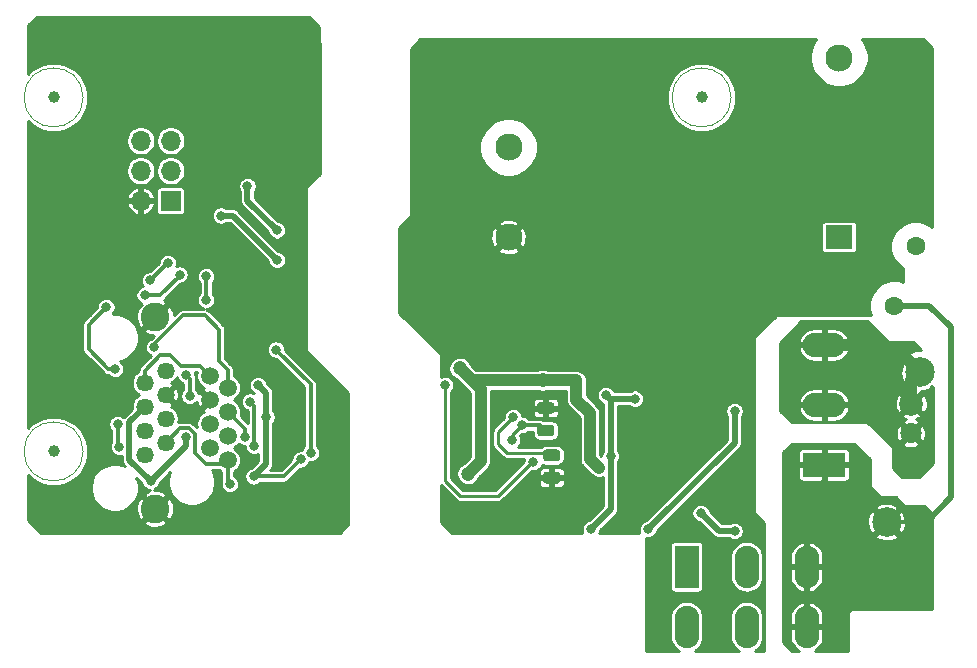
<source format=gbr>
G04 #@! TF.GenerationSoftware,KiCad,Pcbnew,(5.1.9)-1*
G04 #@! TF.CreationDate,2022-09-19T13:39:08+02:00*
G04 #@! TF.ProjectId,Zusatzplatine,5a757361-747a-4706-9c61-74696e652e6b,1.0*
G04 #@! TF.SameCoordinates,Original*
G04 #@! TF.FileFunction,Copper,L2,Bot*
G04 #@! TF.FilePolarity,Positive*
%FSLAX46Y46*%
G04 Gerber Fmt 4.6, Leading zero omitted, Abs format (unit mm)*
G04 Created by KiCad (PCBNEW (5.1.9)-1) date 2022-09-19 13:39:08*
%MOMM*%
%LPD*%
G01*
G04 APERTURE LIST*
G04 #@! TA.AperFunction,EtchedComponent*
%ADD10C,0.120000*%
G04 #@! TD*
G04 #@! TA.AperFunction,SMDPad,CuDef*
%ADD11C,1.000000*%
G04 #@! TD*
G04 #@! TA.AperFunction,ComponentPad*
%ADD12C,1.462000*%
G04 #@! TD*
G04 #@! TA.AperFunction,ComponentPad*
%ADD13C,2.430000*%
G04 #@! TD*
G04 #@! TA.AperFunction,ComponentPad*
%ADD14C,1.509000*%
G04 #@! TD*
G04 #@! TA.AperFunction,ComponentPad*
%ADD15C,2.500000*%
G04 #@! TD*
G04 #@! TA.AperFunction,ComponentPad*
%ADD16C,2.300000*%
G04 #@! TD*
G04 #@! TA.AperFunction,ComponentPad*
%ADD17R,2.300000X2.000000*%
G04 #@! TD*
G04 #@! TA.AperFunction,ComponentPad*
%ADD18O,2.080000X3.600000*%
G04 #@! TD*
G04 #@! TA.AperFunction,ComponentPad*
%ADD19R,2.080000X3.600000*%
G04 #@! TD*
G04 #@! TA.AperFunction,ComponentPad*
%ADD20O,3.600000X2.080000*%
G04 #@! TD*
G04 #@! TA.AperFunction,ComponentPad*
%ADD21R,3.600000X2.080000*%
G04 #@! TD*
G04 #@! TA.AperFunction,ComponentPad*
%ADD22O,1.700000X1.700000*%
G04 #@! TD*
G04 #@! TA.AperFunction,ComponentPad*
%ADD23R,1.700000X1.700000*%
G04 #@! TD*
G04 #@! TA.AperFunction,ComponentPad*
%ADD24C,2.000000*%
G04 #@! TD*
G04 #@! TA.AperFunction,ComponentPad*
%ADD25C,1.600000*%
G04 #@! TD*
G04 #@! TA.AperFunction,ComponentPad*
%ADD26C,1.800000*%
G04 #@! TD*
G04 #@! TA.AperFunction,ViaPad*
%ADD27C,1.200000*%
G04 #@! TD*
G04 #@! TA.AperFunction,ViaPad*
%ADD28C,0.800000*%
G04 #@! TD*
G04 #@! TA.AperFunction,Conductor*
%ADD29C,1.000000*%
G04 #@! TD*
G04 #@! TA.AperFunction,Conductor*
%ADD30C,0.300000*%
G04 #@! TD*
G04 #@! TA.AperFunction,Conductor*
%ADD31C,0.500000*%
G04 #@! TD*
G04 #@! TA.AperFunction,Conductor*
%ADD32C,0.250000*%
G04 #@! TD*
G04 #@! TA.AperFunction,Conductor*
%ADD33C,0.350000*%
G04 #@! TD*
G04 #@! TA.AperFunction,Conductor*
%ADD34C,0.254000*%
G04 #@! TD*
G04 #@! TA.AperFunction,Conductor*
%ADD35C,0.200000*%
G04 #@! TD*
G04 APERTURE END LIST*
D10*
X71080000Y-109220000D02*
G75*
G03*
X71080000Y-109220000I-2500000J0D01*
G01*
X125944000Y-79248000D02*
G75*
G03*
X125944000Y-79248000I-2500000J0D01*
G01*
X71080000Y-79248000D02*
G75*
G03*
X71080000Y-79248000I-2500000J0D01*
G01*
D11*
X68580000Y-109220000D03*
X123444000Y-79248000D03*
X68580000Y-79248000D03*
G04 #@! TA.AperFunction,SMDPad,CuDef*
G36*
G01*
X111225000Y-110050000D02*
X110275000Y-110050000D01*
G75*
G02*
X110025000Y-109800000I0J250000D01*
G01*
X110025000Y-109300000D01*
G75*
G02*
X110275000Y-109050000I250000J0D01*
G01*
X111225000Y-109050000D01*
G75*
G02*
X111475000Y-109300000I0J-250000D01*
G01*
X111475000Y-109800000D01*
G75*
G02*
X111225000Y-110050000I-250000J0D01*
G01*
G37*
G04 #@! TD.AperFunction*
G04 #@! TA.AperFunction,SMDPad,CuDef*
G36*
G01*
X111225000Y-111950000D02*
X110275000Y-111950000D01*
G75*
G02*
X110025000Y-111700000I0J250000D01*
G01*
X110025000Y-111200000D01*
G75*
G02*
X110275000Y-110950000I250000J0D01*
G01*
X111225000Y-110950000D01*
G75*
G02*
X111475000Y-111200000I0J-250000D01*
G01*
X111475000Y-111700000D01*
G75*
G02*
X111225000Y-111950000I-250000J0D01*
G01*
G37*
G04 #@! TD.AperFunction*
G04 #@! TA.AperFunction,SMDPad,CuDef*
G36*
G01*
X109775000Y-106950000D02*
X110725000Y-106950000D01*
G75*
G02*
X110975000Y-107200000I0J-250000D01*
G01*
X110975000Y-107700000D01*
G75*
G02*
X110725000Y-107950000I-250000J0D01*
G01*
X109775000Y-107950000D01*
G75*
G02*
X109525000Y-107700000I0J250000D01*
G01*
X109525000Y-107200000D01*
G75*
G02*
X109775000Y-106950000I250000J0D01*
G01*
G37*
G04 #@! TD.AperFunction*
G04 #@! TA.AperFunction,SMDPad,CuDef*
G36*
G01*
X109775000Y-105050000D02*
X110725000Y-105050000D01*
G75*
G02*
X110975000Y-105300000I0J-250000D01*
G01*
X110975000Y-105800000D01*
G75*
G02*
X110725000Y-106050000I-250000J0D01*
G01*
X109775000Y-106050000D01*
G75*
G02*
X109525000Y-105800000I0J250000D01*
G01*
X109525000Y-105300000D01*
G75*
G02*
X109775000Y-105050000I250000J0D01*
G01*
G37*
G04 #@! TD.AperFunction*
D12*
X76300000Y-109500000D03*
X78080000Y-108480000D03*
X76300000Y-107470000D03*
X78080000Y-106450000D03*
X76300000Y-105440000D03*
X78080000Y-104420000D03*
X76300000Y-103410000D03*
X78080000Y-102390000D03*
D13*
X77190000Y-97820000D03*
X77190000Y-114080000D03*
D14*
X81800389Y-106893592D03*
X83320389Y-103833592D03*
X83320389Y-107913592D03*
X83320389Y-109953592D03*
X81800389Y-108933592D03*
X81800389Y-102813592D03*
X81800389Y-104853592D03*
X83320389Y-105873592D03*
D15*
X139115000Y-115205000D03*
X141915000Y-102505000D03*
D16*
X107105000Y-91080000D03*
D17*
X135105000Y-91080000D03*
D16*
X135105000Y-75880000D03*
X107105000Y-83480000D03*
D18*
X132345000Y-118990000D03*
X127265000Y-118990000D03*
D19*
X122185000Y-118990000D03*
D18*
X122185000Y-124070000D03*
X127265000Y-124070000D03*
X132345000Y-124070000D03*
D20*
X133815000Y-100195000D03*
X133815000Y-105275000D03*
D21*
X133815000Y-110355000D03*
D22*
X75960000Y-82920000D03*
X78500000Y-82920000D03*
X75960000Y-85460000D03*
X78500000Y-85460000D03*
X75960000Y-88000000D03*
D23*
X78500000Y-88000000D03*
D24*
X141210000Y-105180000D03*
X139110000Y-115180000D03*
D25*
X139765000Y-96870000D03*
X141565000Y-91870000D03*
D26*
X139110000Y-115180000D03*
X141160000Y-107680000D03*
D27*
X122480000Y-102865000D03*
D28*
X105085000Y-111520000D03*
D27*
X110275000Y-92765000D03*
X116185000Y-92765000D03*
X121590000Y-93175000D03*
D28*
X103155000Y-96375000D03*
X102560000Y-115435000D03*
X111110000Y-115675000D03*
D27*
X112240000Y-99280000D03*
X105250000Y-100750000D03*
D28*
X117000000Y-101420000D03*
D27*
X104150000Y-93270000D03*
X100510000Y-87125000D03*
X102875000Y-78605000D03*
D28*
X103500000Y-105750000D03*
D27*
X103680001Y-111110000D03*
D28*
X112850000Y-103215000D03*
X114725000Y-110595000D03*
D27*
X110000000Y-103200000D03*
X103000000Y-102200000D03*
D28*
X109205000Y-110095000D03*
X101748621Y-103600000D03*
X87500000Y-93000000D03*
X82750000Y-89250000D03*
X115338833Y-104432101D03*
X117802653Y-104757653D03*
X126240000Y-105805000D03*
X114075000Y-115790000D03*
X115754142Y-109607629D03*
X118905685Y-115810000D03*
X77100000Y-100400000D03*
X76800000Y-111750000D03*
X85512705Y-111337478D03*
X79769669Y-108030331D03*
X89500000Y-109900000D03*
X85900000Y-103600000D03*
X86600004Y-106300000D03*
D27*
X89852463Y-85717463D03*
D28*
X87500000Y-88500000D03*
X85840000Y-81840006D03*
D27*
X87685000Y-76065000D03*
D28*
X82750000Y-91000000D03*
X91800000Y-103250000D03*
X87400000Y-101800000D03*
X87951171Y-109451171D03*
X83672712Y-101612037D03*
X74000000Y-106900000D03*
X74149990Y-108820197D03*
X81509935Y-94400000D03*
X85000012Y-86750000D03*
X87500000Y-90500000D03*
X85550000Y-108750000D03*
X85203517Y-105000000D03*
X81500000Y-96400000D03*
X83500000Y-112000000D03*
X73800000Y-102250000D03*
X76300000Y-96000000D03*
X73050000Y-97000000D03*
X79250000Y-94250000D03*
X76750000Y-94750000D03*
X78250000Y-93250000D03*
X80102495Y-104552495D03*
X84800000Y-108000000D03*
X90349995Y-109350005D03*
X87400000Y-100600000D03*
X79800000Y-102750010D03*
X108261944Y-107007026D03*
X107400000Y-108270153D03*
X107500000Y-106300000D03*
X126240000Y-115955000D03*
X123375000Y-114420000D03*
D29*
X114000000Y-109870000D02*
X114725000Y-110595000D01*
X114000000Y-106000000D02*
X114000000Y-109870000D01*
X112850000Y-104850000D02*
X114000000Y-106000000D01*
X112850000Y-103215000D02*
X112850000Y-104850000D01*
X112850000Y-103215000D02*
X104015000Y-103215000D01*
X103680001Y-111110000D02*
X104750000Y-110040001D01*
X104750000Y-103950000D02*
X103000000Y-102200000D01*
X104015000Y-103215000D02*
X103000000Y-102200000D01*
X104750000Y-110040001D02*
X104750000Y-103950000D01*
D30*
X142510000Y-115180000D02*
X139110000Y-115180000D01*
D31*
X142735000Y-96870000D02*
X139765000Y-96870000D01*
X144585000Y-98720000D02*
X142735000Y-96870000D01*
X142510000Y-115180000D02*
X144585000Y-113105000D01*
X144585000Y-113105000D02*
X144585000Y-98720000D01*
D32*
X109205000Y-110005000D02*
X106210000Y-113000000D01*
X106210000Y-113000000D02*
X103030000Y-113000000D01*
X103030000Y-113000000D02*
X101748621Y-111718621D01*
X101748621Y-111718621D02*
X101748621Y-103600000D01*
D31*
X87500000Y-93000000D02*
X83750000Y-89250000D01*
X83750000Y-89250000D02*
X82750000Y-89250000D01*
D30*
X115664385Y-104757653D02*
X115338833Y-104432101D01*
D31*
X117802653Y-104757653D02*
X115664385Y-104757653D01*
X126240000Y-106370685D02*
X126240000Y-105805000D01*
X126240000Y-108475685D02*
X126240000Y-106370685D01*
X118905685Y-115810000D02*
X126240000Y-108475685D01*
X115738832Y-104832100D02*
X115338833Y-104432101D01*
X115750009Y-104843277D02*
X115738832Y-104832100D01*
X114075000Y-115790000D02*
X115750009Y-114114991D01*
X115750009Y-114114991D02*
X115754142Y-109607629D01*
X115754142Y-109607629D02*
X115750009Y-104843277D01*
D29*
X141210000Y-103210000D02*
X141915000Y-102505000D01*
X141210000Y-105180000D02*
X141210000Y-103210000D01*
X140665001Y-101255001D02*
X138875001Y-101255001D01*
X141915000Y-102505000D02*
X140665001Y-101255001D01*
X137815000Y-100195000D02*
X133815000Y-100195000D01*
X138875001Y-101255001D02*
X137815000Y-100195000D01*
D30*
X77600000Y-101100000D02*
X76300000Y-102400000D01*
X79347470Y-102000000D02*
X78447470Y-101100000D01*
X78447470Y-101100000D02*
X77600000Y-101100000D01*
X80986797Y-102000000D02*
X79347470Y-102000000D01*
X81800389Y-102813592D02*
X80986797Y-102000000D01*
X76300000Y-102400000D02*
X76300000Y-103410000D01*
X77100000Y-100134315D02*
X77100000Y-100400000D01*
X79534315Y-97700000D02*
X77100000Y-100134315D01*
X81400000Y-97700000D02*
X79534315Y-97700000D01*
X82600000Y-98900000D02*
X81400000Y-97700000D01*
X83320389Y-103833592D02*
X83320389Y-102320389D01*
X83320389Y-102320389D02*
X82600000Y-101600000D01*
X82600000Y-101600000D02*
X82600000Y-98900000D01*
D31*
X85512705Y-111337478D02*
X86550000Y-110300183D01*
X86550000Y-110300183D02*
X86550000Y-106250000D01*
X76800000Y-111750000D02*
X79800000Y-108750000D01*
X79800000Y-108060662D02*
X79769669Y-108030331D01*
X79800000Y-108750000D02*
X79800000Y-108060662D01*
D30*
X86212705Y-111337478D02*
X88062522Y-111337478D01*
X88062522Y-111337478D02*
X89500000Y-109900000D01*
D31*
X86550000Y-104250000D02*
X85900000Y-103600000D01*
X86550000Y-106250000D02*
X86550000Y-104250000D01*
D30*
X86212705Y-111337478D02*
X85512705Y-111337478D01*
D31*
X75000000Y-109950000D02*
X76800000Y-111750000D01*
X75000000Y-106740000D02*
X75000000Y-109950000D01*
X76300000Y-105440000D02*
X75000000Y-106740000D01*
X89852463Y-85462463D02*
X89852463Y-85717463D01*
D30*
X80403981Y-106250000D02*
X81800389Y-104853592D01*
X79910000Y-106250000D02*
X80403981Y-106250000D01*
X78080000Y-104420000D02*
X79910000Y-106250000D01*
D31*
X87951171Y-102351171D02*
X87951171Y-109451171D01*
X87400000Y-101800000D02*
X87951171Y-102351171D01*
X83860675Y-101800000D02*
X83672712Y-101612037D01*
X87400000Y-101800000D02*
X83860675Y-101800000D01*
D33*
X74000000Y-106900000D02*
X74000000Y-108670207D01*
X74000000Y-108670207D02*
X74149990Y-108820197D01*
D30*
X80550000Y-109317865D02*
X81482135Y-110250000D01*
X80550000Y-107750000D02*
X80550000Y-109317865D01*
X80050000Y-107250000D02*
X80550000Y-107750000D01*
X83023981Y-110250000D02*
X83320389Y-109953592D01*
X79310000Y-107250000D02*
X80050000Y-107250000D01*
X81482135Y-110250000D02*
X83023981Y-110250000D01*
X78080000Y-108480000D02*
X79310000Y-107250000D01*
D31*
X85000012Y-88000012D02*
X87500000Y-90500000D01*
X85000012Y-86750000D02*
X85000012Y-88000012D01*
D30*
X85550000Y-108750000D02*
X85550000Y-105346483D01*
X85550000Y-105346483D02*
X85203517Y-105000000D01*
X81509935Y-94400000D02*
X81509935Y-96390065D01*
X81509935Y-96390065D02*
X81500000Y-96400000D01*
X83320389Y-109953592D02*
X83320389Y-111820389D01*
X83320389Y-111820389D02*
X83500000Y-112000000D01*
X71550000Y-98500000D02*
X73050000Y-97000000D01*
X71550000Y-100565685D02*
X71550000Y-98500000D01*
X73234315Y-102250000D02*
X71550000Y-100565685D01*
X73800000Y-102250000D02*
X73234315Y-102250000D01*
X79250000Y-94350000D02*
X79250000Y-94250000D01*
X77600000Y-96000000D02*
X79250000Y-94350000D01*
X77000000Y-96000000D02*
X77600000Y-96000000D01*
X77000000Y-96000000D02*
X76300000Y-96000000D01*
D33*
X76750000Y-94750000D02*
X78250000Y-93250000D01*
X83320389Y-105873592D02*
X84800000Y-107353203D01*
X84800000Y-107353203D02*
X84800000Y-108000000D01*
D30*
X90349995Y-103549995D02*
X87400000Y-100600000D01*
X90349995Y-109350005D02*
X90349995Y-103549995D01*
D33*
X80102495Y-103052505D02*
X79800000Y-102750010D01*
X80102495Y-104552495D02*
X80102495Y-103052505D01*
D30*
X110250000Y-107500000D02*
X109757026Y-107007026D01*
X108827629Y-107007026D02*
X108261944Y-107007026D01*
X109757026Y-107007026D02*
X108827629Y-107007026D01*
D32*
X108261944Y-107007026D02*
X107400000Y-107868970D01*
X107400000Y-107868970D02*
X107400000Y-108270153D01*
X106250000Y-108626654D02*
X106250000Y-107550000D01*
X106250000Y-107550000D02*
X107500000Y-106300000D01*
X106993345Y-109369999D02*
X106250000Y-108626654D01*
X111000000Y-109550000D02*
X110819999Y-109369999D01*
X110819999Y-109369999D02*
X106993345Y-109369999D01*
D31*
X124910000Y-115955000D02*
X123375000Y-114420000D01*
X126240000Y-115955000D02*
X124910000Y-115955000D01*
D34*
X132909911Y-74706701D02*
X132723190Y-75157486D01*
X132628000Y-75636037D01*
X132628000Y-76123963D01*
X132723190Y-76602514D01*
X132909911Y-77053299D01*
X133180989Y-77458995D01*
X133526005Y-77804011D01*
X133931701Y-78075089D01*
X134382486Y-78261810D01*
X134861037Y-78357000D01*
X135348963Y-78357000D01*
X135827514Y-78261810D01*
X136278299Y-78075089D01*
X136683995Y-77804011D01*
X137029011Y-77458995D01*
X137300089Y-77053299D01*
X137486810Y-76602514D01*
X137582000Y-76123963D01*
X137582000Y-75636037D01*
X137486810Y-75157486D01*
X137300089Y-74706701D01*
X137049721Y-74332000D01*
X142162394Y-74332000D01*
X142928000Y-75097606D01*
X142928000Y-90224967D01*
X142920884Y-90217851D01*
X142572512Y-89985077D01*
X142185423Y-89824739D01*
X141774491Y-89743000D01*
X141355509Y-89743000D01*
X140944577Y-89824739D01*
X140557488Y-89985077D01*
X140209116Y-90217851D01*
X139912851Y-90514116D01*
X139680077Y-90862488D01*
X139519739Y-91249577D01*
X139438000Y-91660509D01*
X139438000Y-92079491D01*
X139519739Y-92490423D01*
X139680077Y-92877512D01*
X139912851Y-93225884D01*
X140209116Y-93522149D01*
X140488000Y-93708493D01*
X140488000Y-94867228D01*
X140385423Y-94824739D01*
X139974491Y-94743000D01*
X139555509Y-94743000D01*
X139144577Y-94824739D01*
X138757488Y-94985077D01*
X138409116Y-95217851D01*
X138112851Y-95514116D01*
X137880077Y-95862488D01*
X137719739Y-96249577D01*
X137638000Y-96660509D01*
X137638000Y-97079491D01*
X137719739Y-97490423D01*
X137791566Y-97663828D01*
X137772394Y-97683000D01*
X129830000Y-97683000D01*
X129805224Y-97685440D01*
X129781399Y-97692667D01*
X129759443Y-97704403D01*
X129740197Y-97720197D01*
X127895197Y-99565197D01*
X127879403Y-99584443D01*
X127867667Y-99606399D01*
X127860440Y-99630224D01*
X127858000Y-99655000D01*
X127858000Y-114350000D01*
X127860440Y-114374776D01*
X127867667Y-114398601D01*
X127879403Y-114420557D01*
X127895197Y-114439803D01*
X128748000Y-115292606D01*
X128748000Y-126030000D01*
X128750440Y-126054776D01*
X128757667Y-126078601D01*
X128760553Y-126084000D01*
X127933376Y-126084000D01*
X128058285Y-126017235D01*
X128274660Y-125839660D01*
X128452235Y-125623285D01*
X128584184Y-125376424D01*
X128665439Y-125108565D01*
X128686000Y-124899804D01*
X128686000Y-123240196D01*
X128665439Y-123031435D01*
X128584184Y-122763576D01*
X128452235Y-122516715D01*
X128274659Y-122300340D01*
X128058284Y-122122765D01*
X127811423Y-121990816D01*
X127543564Y-121909561D01*
X127265000Y-121882125D01*
X126986435Y-121909561D01*
X126718576Y-121990816D01*
X126471715Y-122122765D01*
X126255340Y-122300341D01*
X126077765Y-122516716D01*
X125945816Y-122763577D01*
X125864561Y-123031436D01*
X125844000Y-123240197D01*
X125844000Y-124899804D01*
X125864561Y-125108565D01*
X125945817Y-125376424D01*
X126077766Y-125623285D01*
X126255341Y-125839660D01*
X126471716Y-126017235D01*
X126596625Y-126084000D01*
X122853376Y-126084000D01*
X122978285Y-126017235D01*
X123194660Y-125839660D01*
X123372235Y-125623285D01*
X123504184Y-125376424D01*
X123585439Y-125108565D01*
X123606000Y-124899804D01*
X123606000Y-123240196D01*
X123585439Y-123031435D01*
X123504184Y-122763576D01*
X123372235Y-122516715D01*
X123194659Y-122300340D01*
X122978284Y-122122765D01*
X122731423Y-121990816D01*
X122463564Y-121909561D01*
X122185000Y-121882125D01*
X121906435Y-121909561D01*
X121638576Y-121990816D01*
X121391715Y-122122765D01*
X121175340Y-122300341D01*
X120997765Y-122516716D01*
X120865816Y-122763577D01*
X120784561Y-123031436D01*
X120764000Y-123240197D01*
X120764000Y-124899804D01*
X120784561Y-125108565D01*
X120865817Y-125376424D01*
X120997766Y-125623285D01*
X121175341Y-125839660D01*
X121391716Y-126017235D01*
X121516625Y-126084000D01*
X118721000Y-126084000D01*
X118721000Y-117190000D01*
X120762157Y-117190000D01*
X120762157Y-120790000D01*
X120769513Y-120864689D01*
X120791299Y-120936508D01*
X120826678Y-121002696D01*
X120874289Y-121060711D01*
X120932304Y-121108322D01*
X120998492Y-121143701D01*
X121070311Y-121165487D01*
X121145000Y-121172843D01*
X123225000Y-121172843D01*
X123299689Y-121165487D01*
X123371508Y-121143701D01*
X123437696Y-121108322D01*
X123495711Y-121060711D01*
X123543322Y-121002696D01*
X123578701Y-120936508D01*
X123600487Y-120864689D01*
X123607843Y-120790000D01*
X123607843Y-118160197D01*
X125844000Y-118160197D01*
X125844000Y-119819804D01*
X125864561Y-120028565D01*
X125945817Y-120296424D01*
X126077766Y-120543285D01*
X126255341Y-120759660D01*
X126471716Y-120937235D01*
X126718577Y-121069184D01*
X126986436Y-121150439D01*
X127265000Y-121177875D01*
X127543565Y-121150439D01*
X127811424Y-121069184D01*
X128058285Y-120937235D01*
X128274660Y-120759660D01*
X128452235Y-120543285D01*
X128584184Y-120296424D01*
X128665439Y-120028565D01*
X128686000Y-119819804D01*
X128686000Y-118160196D01*
X128665439Y-117951435D01*
X128584184Y-117683576D01*
X128452235Y-117436715D01*
X128274659Y-117220340D01*
X128058284Y-117042765D01*
X127811423Y-116910816D01*
X127543564Y-116829561D01*
X127265000Y-116802125D01*
X126986435Y-116829561D01*
X126718576Y-116910816D01*
X126471715Y-117042765D01*
X126255340Y-117220341D01*
X126077765Y-117436716D01*
X125945816Y-117683577D01*
X125864561Y-117951436D01*
X125844000Y-118160197D01*
X123607843Y-118160197D01*
X123607843Y-117190000D01*
X123600487Y-117115311D01*
X123578701Y-117043492D01*
X123543322Y-116977304D01*
X123495711Y-116919289D01*
X123437696Y-116871678D01*
X123371508Y-116836299D01*
X123299689Y-116814513D01*
X123225000Y-116807157D01*
X121145000Y-116807157D01*
X121070311Y-116814513D01*
X120998492Y-116836299D01*
X120932304Y-116871678D01*
X120874289Y-116919289D01*
X120826678Y-116977304D01*
X120791299Y-117043492D01*
X120769513Y-117115311D01*
X120762157Y-117190000D01*
X118721000Y-117190000D01*
X118721000Y-116592399D01*
X118723206Y-116570004D01*
X118828763Y-116591000D01*
X118982607Y-116591000D01*
X119133494Y-116560987D01*
X119275627Y-116502113D01*
X119403544Y-116416642D01*
X119512327Y-116307859D01*
X119597798Y-116179942D01*
X119656672Y-116037809D01*
X119678132Y-115929921D01*
X121264975Y-114343078D01*
X122594000Y-114343078D01*
X122594000Y-114496922D01*
X122624013Y-114647809D01*
X122682887Y-114789942D01*
X122768358Y-114917859D01*
X122877141Y-115026642D01*
X123005058Y-115112113D01*
X123147191Y-115170987D01*
X123255079Y-115192447D01*
X124441899Y-116379268D01*
X124461657Y-116403343D01*
X124485732Y-116423101D01*
X124485734Y-116423103D01*
X124521992Y-116452859D01*
X124557739Y-116482196D01*
X124667358Y-116540789D01*
X124786302Y-116576870D01*
X124879002Y-116586000D01*
X124879009Y-116586000D01*
X124910000Y-116589052D01*
X124940990Y-116586000D01*
X125778595Y-116586000D01*
X125870058Y-116647113D01*
X126012191Y-116705987D01*
X126163078Y-116736000D01*
X126316922Y-116736000D01*
X126467809Y-116705987D01*
X126609942Y-116647113D01*
X126737859Y-116561642D01*
X126846642Y-116452859D01*
X126932113Y-116324942D01*
X126990987Y-116182809D01*
X127021000Y-116031922D01*
X127021000Y-115878078D01*
X126990987Y-115727191D01*
X126932113Y-115585058D01*
X126846642Y-115457141D01*
X126737859Y-115348358D01*
X126609942Y-115262887D01*
X126467809Y-115204013D01*
X126316922Y-115174000D01*
X126163078Y-115174000D01*
X126012191Y-115204013D01*
X125870058Y-115262887D01*
X125778595Y-115324000D01*
X125171369Y-115324000D01*
X124147447Y-114300079D01*
X124125987Y-114192191D01*
X124067113Y-114050058D01*
X123981642Y-113922141D01*
X123872859Y-113813358D01*
X123744942Y-113727887D01*
X123602809Y-113669013D01*
X123451922Y-113639000D01*
X123298078Y-113639000D01*
X123147191Y-113669013D01*
X123005058Y-113727887D01*
X122877141Y-113813358D01*
X122768358Y-113922141D01*
X122682887Y-114050058D01*
X122624013Y-114192191D01*
X122594000Y-114343078D01*
X121264975Y-114343078D01*
X126664269Y-108943785D01*
X126688343Y-108924028D01*
X126727107Y-108876795D01*
X126767196Y-108827946D01*
X126825789Y-108718327D01*
X126861870Y-108599383D01*
X126868953Y-108527462D01*
X126871000Y-108506683D01*
X126871000Y-108506676D01*
X126874052Y-108475685D01*
X126871000Y-108444695D01*
X126871000Y-106266405D01*
X126932113Y-106174942D01*
X126990987Y-106032809D01*
X127021000Y-105881922D01*
X127021000Y-105728078D01*
X126990987Y-105577191D01*
X126932113Y-105435058D01*
X126846642Y-105307141D01*
X126737859Y-105198358D01*
X126609942Y-105112887D01*
X126467809Y-105054013D01*
X126316922Y-105024000D01*
X126163078Y-105024000D01*
X126012191Y-105054013D01*
X125870058Y-105112887D01*
X125742141Y-105198358D01*
X125633358Y-105307141D01*
X125547887Y-105435058D01*
X125489013Y-105577191D01*
X125459000Y-105728078D01*
X125459000Y-105881922D01*
X125489013Y-106032809D01*
X125547887Y-106174942D01*
X125609000Y-106266405D01*
X125609000Y-106401682D01*
X125609001Y-106401692D01*
X125609000Y-108214316D01*
X118785764Y-115037553D01*
X118677876Y-115059013D01*
X118535743Y-115117887D01*
X118407826Y-115203358D01*
X118299043Y-115312141D01*
X118213572Y-115440058D01*
X118154698Y-115582191D01*
X118124685Y-115733078D01*
X118124685Y-115886922D01*
X118154698Y-116037809D01*
X118186258Y-116114000D01*
X114786143Y-116114000D01*
X114825987Y-116017809D01*
X114847447Y-115909921D01*
X116174074Y-114583294D01*
X116197940Y-114563744D01*
X116217902Y-114539466D01*
X116218111Y-114539257D01*
X116237994Y-114515030D01*
X116276881Y-114467735D01*
X116277017Y-114467480D01*
X116277204Y-114467253D01*
X116306303Y-114412812D01*
X116335575Y-114358170D01*
X116335661Y-114357887D01*
X116335797Y-114357633D01*
X116353594Y-114298966D01*
X116371765Y-114239259D01*
X116371794Y-114238967D01*
X116371878Y-114238690D01*
X116377884Y-114177708D01*
X116380980Y-114146567D01*
X116380980Y-114146272D01*
X116384061Y-114114992D01*
X116381037Y-114084289D01*
X116384718Y-110069667D01*
X116446255Y-109977571D01*
X116505129Y-109835438D01*
X116535142Y-109684551D01*
X116535142Y-109530707D01*
X116505129Y-109379820D01*
X116446255Y-109237687D01*
X116384741Y-109145624D01*
X116381481Y-105388653D01*
X117341248Y-105388653D01*
X117432711Y-105449766D01*
X117574844Y-105508640D01*
X117725731Y-105538653D01*
X117879575Y-105538653D01*
X118030462Y-105508640D01*
X118172595Y-105449766D01*
X118300512Y-105364295D01*
X118409295Y-105255512D01*
X118494766Y-105127595D01*
X118553640Y-104985462D01*
X118583653Y-104834575D01*
X118583653Y-104680731D01*
X118553640Y-104529844D01*
X118494766Y-104387711D01*
X118409295Y-104259794D01*
X118300512Y-104151011D01*
X118172595Y-104065540D01*
X118030462Y-104006666D01*
X117879575Y-103976653D01*
X117725731Y-103976653D01*
X117574844Y-104006666D01*
X117432711Y-104065540D01*
X117341248Y-104126653D01*
X116057661Y-104126653D01*
X116030946Y-104062159D01*
X115945475Y-103934242D01*
X115836692Y-103825459D01*
X115708775Y-103739988D01*
X115566642Y-103681114D01*
X115415755Y-103651101D01*
X115261911Y-103651101D01*
X115111024Y-103681114D01*
X114968891Y-103739988D01*
X114840974Y-103825459D01*
X114732191Y-103934242D01*
X114646720Y-104062159D01*
X114587846Y-104204292D01*
X114557833Y-104355179D01*
X114557833Y-104509023D01*
X114587846Y-104659910D01*
X114646720Y-104802043D01*
X114732191Y-104929960D01*
X114840974Y-105038743D01*
X114968891Y-105124214D01*
X115111024Y-105183088D01*
X115119306Y-105184735D01*
X115122743Y-109146822D01*
X115062029Y-109237687D01*
X115003155Y-109379820D01*
X114973142Y-109530707D01*
X114973142Y-109597221D01*
X114881000Y-109505079D01*
X114881000Y-106043270D01*
X114885262Y-106000000D01*
X114878373Y-105930058D01*
X114868252Y-105827294D01*
X114817875Y-105661225D01*
X114772958Y-105577191D01*
X114736068Y-105508174D01*
X114676063Y-105435058D01*
X114625975Y-105374025D01*
X114592362Y-105346440D01*
X113731000Y-104485079D01*
X113731000Y-103258273D01*
X113735262Y-103215000D01*
X113718252Y-103042294D01*
X113667875Y-102876225D01*
X113586068Y-102723175D01*
X113475975Y-102589025D01*
X113341825Y-102478932D01*
X113188775Y-102397125D01*
X113022706Y-102346748D01*
X112893273Y-102334000D01*
X112850000Y-102329738D01*
X112806727Y-102334000D01*
X110469693Y-102334000D01*
X110464678Y-102330649D01*
X110286147Y-102256699D01*
X110096620Y-102219000D01*
X109903380Y-102219000D01*
X109713853Y-102256699D01*
X109535322Y-102330649D01*
X109530307Y-102334000D01*
X104379922Y-102334000D01*
X103931653Y-101885731D01*
X103869351Y-101735322D01*
X103761993Y-101574649D01*
X103625351Y-101438007D01*
X103464678Y-101330649D01*
X103286147Y-101256699D01*
X103096620Y-101219000D01*
X102903380Y-101219000D01*
X102713853Y-101256699D01*
X102535322Y-101330649D01*
X102374649Y-101438007D01*
X102238007Y-101574649D01*
X102130649Y-101735322D01*
X102056699Y-101913853D01*
X102019000Y-102103380D01*
X102019000Y-102296620D01*
X102056699Y-102486147D01*
X102130649Y-102664678D01*
X102238007Y-102825351D01*
X102374649Y-102961993D01*
X102535322Y-103069351D01*
X102685731Y-103131653D01*
X103235193Y-103681114D01*
X103361437Y-103807358D01*
X103389025Y-103840975D01*
X103422637Y-103868559D01*
X103869001Y-104314923D01*
X103869000Y-109675079D01*
X103365732Y-110178347D01*
X103215323Y-110240649D01*
X103054650Y-110348007D01*
X102918008Y-110484649D01*
X102810650Y-110645322D01*
X102736700Y-110823853D01*
X102699001Y-111013380D01*
X102699001Y-111206620D01*
X102736700Y-111396147D01*
X102810650Y-111574678D01*
X102918008Y-111735351D01*
X103054650Y-111871993D01*
X103215323Y-111979351D01*
X103393854Y-112053301D01*
X103583381Y-112091000D01*
X103776621Y-112091000D01*
X103966148Y-112053301D01*
X104144679Y-111979351D01*
X104305352Y-111871993D01*
X104441994Y-111735351D01*
X104549352Y-111574678D01*
X104611654Y-111424269D01*
X105342362Y-110693561D01*
X105375975Y-110665976D01*
X105451036Y-110574513D01*
X105486068Y-110531827D01*
X105523197Y-110462362D01*
X105567875Y-110378776D01*
X105618252Y-110212707D01*
X105631000Y-110083274D01*
X105631000Y-110083272D01*
X105635262Y-110040002D01*
X105631000Y-109996732D01*
X105631000Y-105050000D01*
X109142157Y-105050000D01*
X109144000Y-105327750D01*
X109239250Y-105423000D01*
X110123000Y-105423000D01*
X110123000Y-104764250D01*
X110377000Y-104764250D01*
X110377000Y-105423000D01*
X111260750Y-105423000D01*
X111356000Y-105327750D01*
X111357843Y-105050000D01*
X111350487Y-104975311D01*
X111328701Y-104903492D01*
X111293322Y-104837304D01*
X111245711Y-104779289D01*
X111187696Y-104731678D01*
X111121508Y-104696299D01*
X111049689Y-104674513D01*
X110975000Y-104667157D01*
X110472250Y-104669000D01*
X110377000Y-104764250D01*
X110123000Y-104764250D01*
X110027750Y-104669000D01*
X109525000Y-104667157D01*
X109450311Y-104674513D01*
X109378492Y-104696299D01*
X109312304Y-104731678D01*
X109254289Y-104779289D01*
X109206678Y-104837304D01*
X109171299Y-104903492D01*
X109149513Y-104975311D01*
X109142157Y-105050000D01*
X105631000Y-105050000D01*
X105631000Y-104096000D01*
X109599658Y-104096000D01*
X109713853Y-104143301D01*
X109903380Y-104181000D01*
X110096620Y-104181000D01*
X110286147Y-104143301D01*
X110400342Y-104096000D01*
X111969001Y-104096000D01*
X111969001Y-104806720D01*
X111964738Y-104850000D01*
X111981749Y-105022705D01*
X112032125Y-105188774D01*
X112113932Y-105341825D01*
X112180551Y-105423000D01*
X112224026Y-105475975D01*
X112257640Y-105503561D01*
X113119000Y-106364922D01*
X113119001Y-109826720D01*
X113114738Y-109870000D01*
X113130216Y-110027137D01*
X113131749Y-110042706D01*
X113144055Y-110083273D01*
X113182125Y-110208774D01*
X113263932Y-110361825D01*
X113285930Y-110388629D01*
X113374026Y-110495975D01*
X113407640Y-110523561D01*
X114132637Y-111248559D01*
X114233174Y-111331068D01*
X114386225Y-111412875D01*
X114552294Y-111463251D01*
X114725000Y-111480262D01*
X114897705Y-111463251D01*
X115063774Y-111412875D01*
X115121515Y-111382012D01*
X115119249Y-113853383D01*
X113955079Y-115017553D01*
X113847191Y-115039013D01*
X113705058Y-115097887D01*
X113577141Y-115183358D01*
X113468358Y-115292141D01*
X113382887Y-115420058D01*
X113324013Y-115562191D01*
X113294000Y-115713078D01*
X113294000Y-115866922D01*
X113324013Y-116017809D01*
X113363857Y-116114000D01*
X102293606Y-116114000D01*
X101397000Y-115217394D01*
X101397000Y-112084636D01*
X101408406Y-112093997D01*
X102654628Y-113340220D01*
X102670473Y-113359527D01*
X102747521Y-113422759D01*
X102835425Y-113469745D01*
X102930807Y-113498678D01*
X103030000Y-113508448D01*
X103054854Y-113506000D01*
X106185154Y-113506000D01*
X106210000Y-113508447D01*
X106234846Y-113506000D01*
X106234854Y-113506000D01*
X106309193Y-113498678D01*
X106404575Y-113469745D01*
X106492479Y-113422759D01*
X106569527Y-113359527D01*
X106585376Y-113340215D01*
X107975591Y-111950000D01*
X109642157Y-111950000D01*
X109649513Y-112024689D01*
X109671299Y-112096508D01*
X109706678Y-112162696D01*
X109754289Y-112220711D01*
X109812304Y-112268322D01*
X109878492Y-112303701D01*
X109950311Y-112325487D01*
X110025000Y-112332843D01*
X110527750Y-112331000D01*
X110623000Y-112235750D01*
X110623000Y-111577000D01*
X110877000Y-111577000D01*
X110877000Y-112235750D01*
X110972250Y-112331000D01*
X111475000Y-112332843D01*
X111549689Y-112325487D01*
X111621508Y-112303701D01*
X111687696Y-112268322D01*
X111745711Y-112220711D01*
X111793322Y-112162696D01*
X111828701Y-112096508D01*
X111850487Y-112024689D01*
X111857843Y-111950000D01*
X111856000Y-111672250D01*
X111760750Y-111577000D01*
X110877000Y-111577000D01*
X110623000Y-111577000D01*
X109739250Y-111577000D01*
X109644000Y-111672250D01*
X109642157Y-111950000D01*
X107975591Y-111950000D01*
X108975591Y-110950000D01*
X109642157Y-110950000D01*
X109644000Y-111227750D01*
X109739250Y-111323000D01*
X110623000Y-111323000D01*
X110623000Y-110664250D01*
X110877000Y-110664250D01*
X110877000Y-111323000D01*
X111760750Y-111323000D01*
X111856000Y-111227750D01*
X111857843Y-110950000D01*
X111850487Y-110875311D01*
X111828701Y-110803492D01*
X111793322Y-110737304D01*
X111745711Y-110679289D01*
X111687696Y-110631678D01*
X111621508Y-110596299D01*
X111549689Y-110574513D01*
X111475000Y-110567157D01*
X110972250Y-110569000D01*
X110877000Y-110664250D01*
X110623000Y-110664250D01*
X110527750Y-110569000D01*
X110025000Y-110567157D01*
X109950311Y-110574513D01*
X109878492Y-110596299D01*
X109812304Y-110631678D01*
X109754289Y-110679289D01*
X109706678Y-110737304D01*
X109671299Y-110803492D01*
X109649513Y-110875311D01*
X109642157Y-110950000D01*
X108975591Y-110950000D01*
X109062613Y-110862978D01*
X109128078Y-110876000D01*
X109281922Y-110876000D01*
X109432809Y-110845987D01*
X109574942Y-110787113D01*
X109702859Y-110701642D01*
X109811642Y-110592859D01*
X109897113Y-110464942D01*
X109948935Y-110339833D01*
X110032821Y-110384671D01*
X110151538Y-110420683D01*
X110275000Y-110432843D01*
X111225000Y-110432843D01*
X111348462Y-110420683D01*
X111467179Y-110384671D01*
X111576589Y-110326190D01*
X111672488Y-110247488D01*
X111751190Y-110151589D01*
X111809671Y-110042179D01*
X111845683Y-109923462D01*
X111857843Y-109800000D01*
X111857843Y-109300000D01*
X111845683Y-109176538D01*
X111809671Y-109057821D01*
X111751190Y-108948411D01*
X111672488Y-108852512D01*
X111576589Y-108773810D01*
X111467179Y-108715329D01*
X111348462Y-108679317D01*
X111225000Y-108667157D01*
X110275000Y-108667157D01*
X110151538Y-108679317D01*
X110032821Y-108715329D01*
X109923411Y-108773810D01*
X109827512Y-108852512D01*
X109818085Y-108863999D01*
X107910655Y-108863999D01*
X108006642Y-108768012D01*
X108092113Y-108640095D01*
X108150987Y-108497962D01*
X108181000Y-108347075D01*
X108181000Y-108193231D01*
X108150987Y-108042344D01*
X108092113Y-107900211D01*
X108089004Y-107895558D01*
X108196536Y-107788026D01*
X108338866Y-107788026D01*
X108489753Y-107758013D01*
X108631886Y-107699139D01*
X108759803Y-107613668D01*
X108835445Y-107538026D01*
X109142157Y-107538026D01*
X109142157Y-107700000D01*
X109154317Y-107823462D01*
X109190329Y-107942179D01*
X109248810Y-108051589D01*
X109327512Y-108147488D01*
X109423411Y-108226190D01*
X109532821Y-108284671D01*
X109651538Y-108320683D01*
X109775000Y-108332843D01*
X110725000Y-108332843D01*
X110848462Y-108320683D01*
X110967179Y-108284671D01*
X111076589Y-108226190D01*
X111172488Y-108147488D01*
X111251190Y-108051589D01*
X111309671Y-107942179D01*
X111345683Y-107823462D01*
X111357843Y-107700000D01*
X111357843Y-107200000D01*
X111345683Y-107076538D01*
X111309671Y-106957821D01*
X111251190Y-106848411D01*
X111172488Y-106752512D01*
X111076589Y-106673810D01*
X110967179Y-106615329D01*
X110848462Y-106579317D01*
X110725000Y-106567157D01*
X110058063Y-106567157D01*
X110053461Y-106563380D01*
X109961214Y-106514073D01*
X109861120Y-106483709D01*
X109783110Y-106476026D01*
X109783100Y-106476026D01*
X109757026Y-106473458D01*
X109730952Y-106476026D01*
X108835445Y-106476026D01*
X108759803Y-106400384D01*
X108631886Y-106314913D01*
X108489753Y-106256039D01*
X108338866Y-106226026D01*
X108281000Y-106226026D01*
X108281000Y-106223078D01*
X108250987Y-106072191D01*
X108241796Y-106050000D01*
X109142157Y-106050000D01*
X109149513Y-106124689D01*
X109171299Y-106196508D01*
X109206678Y-106262696D01*
X109254289Y-106320711D01*
X109312304Y-106368322D01*
X109378492Y-106403701D01*
X109450311Y-106425487D01*
X109525000Y-106432843D01*
X110027750Y-106431000D01*
X110123000Y-106335750D01*
X110123000Y-105677000D01*
X110377000Y-105677000D01*
X110377000Y-106335750D01*
X110472250Y-106431000D01*
X110975000Y-106432843D01*
X111049689Y-106425487D01*
X111121508Y-106403701D01*
X111187696Y-106368322D01*
X111245711Y-106320711D01*
X111293322Y-106262696D01*
X111328701Y-106196508D01*
X111350487Y-106124689D01*
X111357843Y-106050000D01*
X111356000Y-105772250D01*
X111260750Y-105677000D01*
X110377000Y-105677000D01*
X110123000Y-105677000D01*
X109239250Y-105677000D01*
X109144000Y-105772250D01*
X109142157Y-106050000D01*
X108241796Y-106050000D01*
X108192113Y-105930058D01*
X108106642Y-105802141D01*
X107997859Y-105693358D01*
X107869942Y-105607887D01*
X107727809Y-105549013D01*
X107576922Y-105519000D01*
X107423078Y-105519000D01*
X107272191Y-105549013D01*
X107130058Y-105607887D01*
X107002141Y-105693358D01*
X106893358Y-105802141D01*
X106807887Y-105930058D01*
X106749013Y-106072191D01*
X106719000Y-106223078D01*
X106719000Y-106365408D01*
X105909780Y-107174629D01*
X105890474Y-107190473D01*
X105827242Y-107267521D01*
X105812120Y-107295812D01*
X105780255Y-107355426D01*
X105751322Y-107450808D01*
X105741553Y-107550000D01*
X105744001Y-107574856D01*
X105744000Y-108601807D01*
X105741553Y-108626654D01*
X105744000Y-108651500D01*
X105744000Y-108651507D01*
X105751322Y-108725846D01*
X105780255Y-108821228D01*
X105827241Y-108909133D01*
X105890473Y-108986181D01*
X105909785Y-109002030D01*
X106617973Y-109710219D01*
X106633818Y-109729526D01*
X106710866Y-109792758D01*
X106790714Y-109835438D01*
X106798770Y-109839744D01*
X106894152Y-109868677D01*
X106993345Y-109878447D01*
X107018199Y-109875999D01*
X108452261Y-109875999D01*
X108424000Y-110018078D01*
X108424000Y-110070408D01*
X106000409Y-112494000D01*
X103239592Y-112494000D01*
X102254621Y-111509030D01*
X102254621Y-104198501D01*
X102355263Y-104097859D01*
X102440734Y-103969942D01*
X102499608Y-103827809D01*
X102529621Y-103676922D01*
X102529621Y-103523078D01*
X102499608Y-103372191D01*
X102440734Y-103230058D01*
X102355263Y-103102141D01*
X102246480Y-102993358D01*
X102118563Y-102907887D01*
X101976430Y-102849013D01*
X101825543Y-102819000D01*
X101671699Y-102819000D01*
X101520812Y-102849013D01*
X101397000Y-102900298D01*
X101397000Y-101060000D01*
X101394560Y-101035224D01*
X101387333Y-101011399D01*
X101375597Y-100989443D01*
X101359803Y-100970197D01*
X97867000Y-97477394D01*
X97867000Y-92186310D01*
X106178295Y-92186310D01*
X106306578Y-92394999D01*
X106578463Y-92525496D01*
X106870583Y-92600444D01*
X107171711Y-92616961D01*
X107470275Y-92574414D01*
X107754802Y-92474438D01*
X107903422Y-92394999D01*
X108031705Y-92186310D01*
X107105000Y-91259605D01*
X106178295Y-92186310D01*
X97867000Y-92186310D01*
X97867000Y-91146711D01*
X105568039Y-91146711D01*
X105610586Y-91445275D01*
X105710562Y-91729802D01*
X105790001Y-91878422D01*
X105998690Y-92006705D01*
X106925395Y-91080000D01*
X107284605Y-91080000D01*
X108211310Y-92006705D01*
X108419999Y-91878422D01*
X108550496Y-91606537D01*
X108625444Y-91314417D01*
X108641961Y-91013289D01*
X108599414Y-90714725D01*
X108499438Y-90430198D01*
X108419999Y-90281578D01*
X108211310Y-90153295D01*
X107284605Y-91080000D01*
X106925395Y-91080000D01*
X105998690Y-90153295D01*
X105790001Y-90281578D01*
X105659504Y-90553463D01*
X105584556Y-90845583D01*
X105568039Y-91146711D01*
X97867000Y-91146711D01*
X97867000Y-90317606D01*
X98210916Y-89973690D01*
X106178295Y-89973690D01*
X107105000Y-90900395D01*
X107925395Y-90080000D01*
X133572157Y-90080000D01*
X133572157Y-92080000D01*
X133579513Y-92154689D01*
X133601299Y-92226508D01*
X133636678Y-92292696D01*
X133684289Y-92350711D01*
X133742304Y-92398322D01*
X133808492Y-92433701D01*
X133880311Y-92455487D01*
X133955000Y-92462843D01*
X136255000Y-92462843D01*
X136329689Y-92455487D01*
X136401508Y-92433701D01*
X136467696Y-92398322D01*
X136525711Y-92350711D01*
X136573322Y-92292696D01*
X136608701Y-92226508D01*
X136630487Y-92154689D01*
X136637843Y-92080000D01*
X136637843Y-90080000D01*
X136630487Y-90005311D01*
X136608701Y-89933492D01*
X136573322Y-89867304D01*
X136525711Y-89809289D01*
X136467696Y-89761678D01*
X136401508Y-89726299D01*
X136329689Y-89704513D01*
X136255000Y-89697157D01*
X133955000Y-89697157D01*
X133880311Y-89704513D01*
X133808492Y-89726299D01*
X133742304Y-89761678D01*
X133684289Y-89809289D01*
X133636678Y-89867304D01*
X133601299Y-89933492D01*
X133579513Y-90005311D01*
X133572157Y-90080000D01*
X107925395Y-90080000D01*
X108031705Y-89973690D01*
X107903422Y-89765001D01*
X107631537Y-89634504D01*
X107339417Y-89559556D01*
X107038289Y-89543039D01*
X106739725Y-89585586D01*
X106455198Y-89685562D01*
X106306578Y-89765001D01*
X106178295Y-89973690D01*
X98210916Y-89973690D01*
X98779803Y-89404803D01*
X98795597Y-89385557D01*
X98807333Y-89363601D01*
X98814560Y-89339776D01*
X98817000Y-89315000D01*
X98817000Y-83236037D01*
X104628000Y-83236037D01*
X104628000Y-83723963D01*
X104723190Y-84202514D01*
X104909911Y-84653299D01*
X105180989Y-85058995D01*
X105526005Y-85404011D01*
X105931701Y-85675089D01*
X106382486Y-85861810D01*
X106861037Y-85957000D01*
X107348963Y-85957000D01*
X107827514Y-85861810D01*
X108278299Y-85675089D01*
X108683995Y-85404011D01*
X109029011Y-85058995D01*
X109300089Y-84653299D01*
X109486810Y-84202514D01*
X109582000Y-83723963D01*
X109582000Y-83236037D01*
X109486810Y-82757486D01*
X109300089Y-82306701D01*
X109029011Y-81901005D01*
X108683995Y-81555989D01*
X108278299Y-81284911D01*
X107827514Y-81098190D01*
X107348963Y-81003000D01*
X106861037Y-81003000D01*
X106382486Y-81098190D01*
X105931701Y-81284911D01*
X105526005Y-81555989D01*
X105180989Y-81901005D01*
X104909911Y-82306701D01*
X104723190Y-82757486D01*
X104628000Y-83236037D01*
X98817000Y-83236037D01*
X98817000Y-78957771D01*
X120497258Y-78957771D01*
X120497258Y-79538229D01*
X120610500Y-80107533D01*
X120832631Y-80643806D01*
X121155116Y-81126439D01*
X121565561Y-81536884D01*
X122048194Y-81859369D01*
X122584467Y-82081500D01*
X123153771Y-82194742D01*
X123734229Y-82194742D01*
X124303533Y-82081500D01*
X124839806Y-81859369D01*
X125322439Y-81536884D01*
X125732884Y-81126439D01*
X126055369Y-80643806D01*
X126277500Y-80107533D01*
X126390742Y-79538229D01*
X126390742Y-78957771D01*
X126277500Y-78388467D01*
X126055369Y-77852194D01*
X125732884Y-77369561D01*
X125322439Y-76959116D01*
X124839806Y-76636631D01*
X124303533Y-76414500D01*
X123734229Y-76301258D01*
X123153771Y-76301258D01*
X122584467Y-76414500D01*
X122048194Y-76636631D01*
X121565561Y-76959116D01*
X121155116Y-77369561D01*
X120832631Y-77852194D01*
X120610500Y-78388467D01*
X120497258Y-78957771D01*
X98817000Y-78957771D01*
X98817000Y-75157606D01*
X99642606Y-74332000D01*
X133160279Y-74332000D01*
X132909911Y-74706701D01*
G04 #@! TA.AperFunction,Conductor*
D35*
G36*
X132909911Y-74706701D02*
G01*
X132723190Y-75157486D01*
X132628000Y-75636037D01*
X132628000Y-76123963D01*
X132723190Y-76602514D01*
X132909911Y-77053299D01*
X133180989Y-77458995D01*
X133526005Y-77804011D01*
X133931701Y-78075089D01*
X134382486Y-78261810D01*
X134861037Y-78357000D01*
X135348963Y-78357000D01*
X135827514Y-78261810D01*
X136278299Y-78075089D01*
X136683995Y-77804011D01*
X137029011Y-77458995D01*
X137300089Y-77053299D01*
X137486810Y-76602514D01*
X137582000Y-76123963D01*
X137582000Y-75636037D01*
X137486810Y-75157486D01*
X137300089Y-74706701D01*
X137049721Y-74332000D01*
X142162394Y-74332000D01*
X142928000Y-75097606D01*
X142928000Y-90224967D01*
X142920884Y-90217851D01*
X142572512Y-89985077D01*
X142185423Y-89824739D01*
X141774491Y-89743000D01*
X141355509Y-89743000D01*
X140944577Y-89824739D01*
X140557488Y-89985077D01*
X140209116Y-90217851D01*
X139912851Y-90514116D01*
X139680077Y-90862488D01*
X139519739Y-91249577D01*
X139438000Y-91660509D01*
X139438000Y-92079491D01*
X139519739Y-92490423D01*
X139680077Y-92877512D01*
X139912851Y-93225884D01*
X140209116Y-93522149D01*
X140488000Y-93708493D01*
X140488000Y-94867228D01*
X140385423Y-94824739D01*
X139974491Y-94743000D01*
X139555509Y-94743000D01*
X139144577Y-94824739D01*
X138757488Y-94985077D01*
X138409116Y-95217851D01*
X138112851Y-95514116D01*
X137880077Y-95862488D01*
X137719739Y-96249577D01*
X137638000Y-96660509D01*
X137638000Y-97079491D01*
X137719739Y-97490423D01*
X137791566Y-97663828D01*
X137772394Y-97683000D01*
X129830000Y-97683000D01*
X129805224Y-97685440D01*
X129781399Y-97692667D01*
X129759443Y-97704403D01*
X129740197Y-97720197D01*
X127895197Y-99565197D01*
X127879403Y-99584443D01*
X127867667Y-99606399D01*
X127860440Y-99630224D01*
X127858000Y-99655000D01*
X127858000Y-114350000D01*
X127860440Y-114374776D01*
X127867667Y-114398601D01*
X127879403Y-114420557D01*
X127895197Y-114439803D01*
X128748000Y-115292606D01*
X128748000Y-126030000D01*
X128750440Y-126054776D01*
X128757667Y-126078601D01*
X128760553Y-126084000D01*
X127933376Y-126084000D01*
X128058285Y-126017235D01*
X128274660Y-125839660D01*
X128452235Y-125623285D01*
X128584184Y-125376424D01*
X128665439Y-125108565D01*
X128686000Y-124899804D01*
X128686000Y-123240196D01*
X128665439Y-123031435D01*
X128584184Y-122763576D01*
X128452235Y-122516715D01*
X128274659Y-122300340D01*
X128058284Y-122122765D01*
X127811423Y-121990816D01*
X127543564Y-121909561D01*
X127265000Y-121882125D01*
X126986435Y-121909561D01*
X126718576Y-121990816D01*
X126471715Y-122122765D01*
X126255340Y-122300341D01*
X126077765Y-122516716D01*
X125945816Y-122763577D01*
X125864561Y-123031436D01*
X125844000Y-123240197D01*
X125844000Y-124899804D01*
X125864561Y-125108565D01*
X125945817Y-125376424D01*
X126077766Y-125623285D01*
X126255341Y-125839660D01*
X126471716Y-126017235D01*
X126596625Y-126084000D01*
X122853376Y-126084000D01*
X122978285Y-126017235D01*
X123194660Y-125839660D01*
X123372235Y-125623285D01*
X123504184Y-125376424D01*
X123585439Y-125108565D01*
X123606000Y-124899804D01*
X123606000Y-123240196D01*
X123585439Y-123031435D01*
X123504184Y-122763576D01*
X123372235Y-122516715D01*
X123194659Y-122300340D01*
X122978284Y-122122765D01*
X122731423Y-121990816D01*
X122463564Y-121909561D01*
X122185000Y-121882125D01*
X121906435Y-121909561D01*
X121638576Y-121990816D01*
X121391715Y-122122765D01*
X121175340Y-122300341D01*
X120997765Y-122516716D01*
X120865816Y-122763577D01*
X120784561Y-123031436D01*
X120764000Y-123240197D01*
X120764000Y-124899804D01*
X120784561Y-125108565D01*
X120865817Y-125376424D01*
X120997766Y-125623285D01*
X121175341Y-125839660D01*
X121391716Y-126017235D01*
X121516625Y-126084000D01*
X118721000Y-126084000D01*
X118721000Y-117190000D01*
X120762157Y-117190000D01*
X120762157Y-120790000D01*
X120769513Y-120864689D01*
X120791299Y-120936508D01*
X120826678Y-121002696D01*
X120874289Y-121060711D01*
X120932304Y-121108322D01*
X120998492Y-121143701D01*
X121070311Y-121165487D01*
X121145000Y-121172843D01*
X123225000Y-121172843D01*
X123299689Y-121165487D01*
X123371508Y-121143701D01*
X123437696Y-121108322D01*
X123495711Y-121060711D01*
X123543322Y-121002696D01*
X123578701Y-120936508D01*
X123600487Y-120864689D01*
X123607843Y-120790000D01*
X123607843Y-118160197D01*
X125844000Y-118160197D01*
X125844000Y-119819804D01*
X125864561Y-120028565D01*
X125945817Y-120296424D01*
X126077766Y-120543285D01*
X126255341Y-120759660D01*
X126471716Y-120937235D01*
X126718577Y-121069184D01*
X126986436Y-121150439D01*
X127265000Y-121177875D01*
X127543565Y-121150439D01*
X127811424Y-121069184D01*
X128058285Y-120937235D01*
X128274660Y-120759660D01*
X128452235Y-120543285D01*
X128584184Y-120296424D01*
X128665439Y-120028565D01*
X128686000Y-119819804D01*
X128686000Y-118160196D01*
X128665439Y-117951435D01*
X128584184Y-117683576D01*
X128452235Y-117436715D01*
X128274659Y-117220340D01*
X128058284Y-117042765D01*
X127811423Y-116910816D01*
X127543564Y-116829561D01*
X127265000Y-116802125D01*
X126986435Y-116829561D01*
X126718576Y-116910816D01*
X126471715Y-117042765D01*
X126255340Y-117220341D01*
X126077765Y-117436716D01*
X125945816Y-117683577D01*
X125864561Y-117951436D01*
X125844000Y-118160197D01*
X123607843Y-118160197D01*
X123607843Y-117190000D01*
X123600487Y-117115311D01*
X123578701Y-117043492D01*
X123543322Y-116977304D01*
X123495711Y-116919289D01*
X123437696Y-116871678D01*
X123371508Y-116836299D01*
X123299689Y-116814513D01*
X123225000Y-116807157D01*
X121145000Y-116807157D01*
X121070311Y-116814513D01*
X120998492Y-116836299D01*
X120932304Y-116871678D01*
X120874289Y-116919289D01*
X120826678Y-116977304D01*
X120791299Y-117043492D01*
X120769513Y-117115311D01*
X120762157Y-117190000D01*
X118721000Y-117190000D01*
X118721000Y-116592399D01*
X118723206Y-116570004D01*
X118828763Y-116591000D01*
X118982607Y-116591000D01*
X119133494Y-116560987D01*
X119275627Y-116502113D01*
X119403544Y-116416642D01*
X119512327Y-116307859D01*
X119597798Y-116179942D01*
X119656672Y-116037809D01*
X119678132Y-115929921D01*
X121264975Y-114343078D01*
X122594000Y-114343078D01*
X122594000Y-114496922D01*
X122624013Y-114647809D01*
X122682887Y-114789942D01*
X122768358Y-114917859D01*
X122877141Y-115026642D01*
X123005058Y-115112113D01*
X123147191Y-115170987D01*
X123255079Y-115192447D01*
X124441899Y-116379268D01*
X124461657Y-116403343D01*
X124485732Y-116423101D01*
X124485734Y-116423103D01*
X124521992Y-116452859D01*
X124557739Y-116482196D01*
X124667358Y-116540789D01*
X124786302Y-116576870D01*
X124879002Y-116586000D01*
X124879009Y-116586000D01*
X124910000Y-116589052D01*
X124940990Y-116586000D01*
X125778595Y-116586000D01*
X125870058Y-116647113D01*
X126012191Y-116705987D01*
X126163078Y-116736000D01*
X126316922Y-116736000D01*
X126467809Y-116705987D01*
X126609942Y-116647113D01*
X126737859Y-116561642D01*
X126846642Y-116452859D01*
X126932113Y-116324942D01*
X126990987Y-116182809D01*
X127021000Y-116031922D01*
X127021000Y-115878078D01*
X126990987Y-115727191D01*
X126932113Y-115585058D01*
X126846642Y-115457141D01*
X126737859Y-115348358D01*
X126609942Y-115262887D01*
X126467809Y-115204013D01*
X126316922Y-115174000D01*
X126163078Y-115174000D01*
X126012191Y-115204013D01*
X125870058Y-115262887D01*
X125778595Y-115324000D01*
X125171369Y-115324000D01*
X124147447Y-114300079D01*
X124125987Y-114192191D01*
X124067113Y-114050058D01*
X123981642Y-113922141D01*
X123872859Y-113813358D01*
X123744942Y-113727887D01*
X123602809Y-113669013D01*
X123451922Y-113639000D01*
X123298078Y-113639000D01*
X123147191Y-113669013D01*
X123005058Y-113727887D01*
X122877141Y-113813358D01*
X122768358Y-113922141D01*
X122682887Y-114050058D01*
X122624013Y-114192191D01*
X122594000Y-114343078D01*
X121264975Y-114343078D01*
X126664269Y-108943785D01*
X126688343Y-108924028D01*
X126727107Y-108876795D01*
X126767196Y-108827946D01*
X126825789Y-108718327D01*
X126861870Y-108599383D01*
X126868953Y-108527462D01*
X126871000Y-108506683D01*
X126871000Y-108506676D01*
X126874052Y-108475685D01*
X126871000Y-108444695D01*
X126871000Y-106266405D01*
X126932113Y-106174942D01*
X126990987Y-106032809D01*
X127021000Y-105881922D01*
X127021000Y-105728078D01*
X126990987Y-105577191D01*
X126932113Y-105435058D01*
X126846642Y-105307141D01*
X126737859Y-105198358D01*
X126609942Y-105112887D01*
X126467809Y-105054013D01*
X126316922Y-105024000D01*
X126163078Y-105024000D01*
X126012191Y-105054013D01*
X125870058Y-105112887D01*
X125742141Y-105198358D01*
X125633358Y-105307141D01*
X125547887Y-105435058D01*
X125489013Y-105577191D01*
X125459000Y-105728078D01*
X125459000Y-105881922D01*
X125489013Y-106032809D01*
X125547887Y-106174942D01*
X125609000Y-106266405D01*
X125609000Y-106401682D01*
X125609001Y-106401692D01*
X125609000Y-108214316D01*
X118785764Y-115037553D01*
X118677876Y-115059013D01*
X118535743Y-115117887D01*
X118407826Y-115203358D01*
X118299043Y-115312141D01*
X118213572Y-115440058D01*
X118154698Y-115582191D01*
X118124685Y-115733078D01*
X118124685Y-115886922D01*
X118154698Y-116037809D01*
X118186258Y-116114000D01*
X114786143Y-116114000D01*
X114825987Y-116017809D01*
X114847447Y-115909921D01*
X116174074Y-114583294D01*
X116197940Y-114563744D01*
X116217902Y-114539466D01*
X116218111Y-114539257D01*
X116237994Y-114515030D01*
X116276881Y-114467735D01*
X116277017Y-114467480D01*
X116277204Y-114467253D01*
X116306303Y-114412812D01*
X116335575Y-114358170D01*
X116335661Y-114357887D01*
X116335797Y-114357633D01*
X116353594Y-114298966D01*
X116371765Y-114239259D01*
X116371794Y-114238967D01*
X116371878Y-114238690D01*
X116377884Y-114177708D01*
X116380980Y-114146567D01*
X116380980Y-114146272D01*
X116384061Y-114114992D01*
X116381037Y-114084289D01*
X116384718Y-110069667D01*
X116446255Y-109977571D01*
X116505129Y-109835438D01*
X116535142Y-109684551D01*
X116535142Y-109530707D01*
X116505129Y-109379820D01*
X116446255Y-109237687D01*
X116384741Y-109145624D01*
X116381481Y-105388653D01*
X117341248Y-105388653D01*
X117432711Y-105449766D01*
X117574844Y-105508640D01*
X117725731Y-105538653D01*
X117879575Y-105538653D01*
X118030462Y-105508640D01*
X118172595Y-105449766D01*
X118300512Y-105364295D01*
X118409295Y-105255512D01*
X118494766Y-105127595D01*
X118553640Y-104985462D01*
X118583653Y-104834575D01*
X118583653Y-104680731D01*
X118553640Y-104529844D01*
X118494766Y-104387711D01*
X118409295Y-104259794D01*
X118300512Y-104151011D01*
X118172595Y-104065540D01*
X118030462Y-104006666D01*
X117879575Y-103976653D01*
X117725731Y-103976653D01*
X117574844Y-104006666D01*
X117432711Y-104065540D01*
X117341248Y-104126653D01*
X116057661Y-104126653D01*
X116030946Y-104062159D01*
X115945475Y-103934242D01*
X115836692Y-103825459D01*
X115708775Y-103739988D01*
X115566642Y-103681114D01*
X115415755Y-103651101D01*
X115261911Y-103651101D01*
X115111024Y-103681114D01*
X114968891Y-103739988D01*
X114840974Y-103825459D01*
X114732191Y-103934242D01*
X114646720Y-104062159D01*
X114587846Y-104204292D01*
X114557833Y-104355179D01*
X114557833Y-104509023D01*
X114587846Y-104659910D01*
X114646720Y-104802043D01*
X114732191Y-104929960D01*
X114840974Y-105038743D01*
X114968891Y-105124214D01*
X115111024Y-105183088D01*
X115119306Y-105184735D01*
X115122743Y-109146822D01*
X115062029Y-109237687D01*
X115003155Y-109379820D01*
X114973142Y-109530707D01*
X114973142Y-109597221D01*
X114881000Y-109505079D01*
X114881000Y-106043270D01*
X114885262Y-106000000D01*
X114878373Y-105930058D01*
X114868252Y-105827294D01*
X114817875Y-105661225D01*
X114772958Y-105577191D01*
X114736068Y-105508174D01*
X114676063Y-105435058D01*
X114625975Y-105374025D01*
X114592362Y-105346440D01*
X113731000Y-104485079D01*
X113731000Y-103258273D01*
X113735262Y-103215000D01*
X113718252Y-103042294D01*
X113667875Y-102876225D01*
X113586068Y-102723175D01*
X113475975Y-102589025D01*
X113341825Y-102478932D01*
X113188775Y-102397125D01*
X113022706Y-102346748D01*
X112893273Y-102334000D01*
X112850000Y-102329738D01*
X112806727Y-102334000D01*
X110469693Y-102334000D01*
X110464678Y-102330649D01*
X110286147Y-102256699D01*
X110096620Y-102219000D01*
X109903380Y-102219000D01*
X109713853Y-102256699D01*
X109535322Y-102330649D01*
X109530307Y-102334000D01*
X104379922Y-102334000D01*
X103931653Y-101885731D01*
X103869351Y-101735322D01*
X103761993Y-101574649D01*
X103625351Y-101438007D01*
X103464678Y-101330649D01*
X103286147Y-101256699D01*
X103096620Y-101219000D01*
X102903380Y-101219000D01*
X102713853Y-101256699D01*
X102535322Y-101330649D01*
X102374649Y-101438007D01*
X102238007Y-101574649D01*
X102130649Y-101735322D01*
X102056699Y-101913853D01*
X102019000Y-102103380D01*
X102019000Y-102296620D01*
X102056699Y-102486147D01*
X102130649Y-102664678D01*
X102238007Y-102825351D01*
X102374649Y-102961993D01*
X102535322Y-103069351D01*
X102685731Y-103131653D01*
X103235193Y-103681114D01*
X103361437Y-103807358D01*
X103389025Y-103840975D01*
X103422637Y-103868559D01*
X103869001Y-104314923D01*
X103869000Y-109675079D01*
X103365732Y-110178347D01*
X103215323Y-110240649D01*
X103054650Y-110348007D01*
X102918008Y-110484649D01*
X102810650Y-110645322D01*
X102736700Y-110823853D01*
X102699001Y-111013380D01*
X102699001Y-111206620D01*
X102736700Y-111396147D01*
X102810650Y-111574678D01*
X102918008Y-111735351D01*
X103054650Y-111871993D01*
X103215323Y-111979351D01*
X103393854Y-112053301D01*
X103583381Y-112091000D01*
X103776621Y-112091000D01*
X103966148Y-112053301D01*
X104144679Y-111979351D01*
X104305352Y-111871993D01*
X104441994Y-111735351D01*
X104549352Y-111574678D01*
X104611654Y-111424269D01*
X105342362Y-110693561D01*
X105375975Y-110665976D01*
X105451036Y-110574513D01*
X105486068Y-110531827D01*
X105523197Y-110462362D01*
X105567875Y-110378776D01*
X105618252Y-110212707D01*
X105631000Y-110083274D01*
X105631000Y-110083272D01*
X105635262Y-110040002D01*
X105631000Y-109996732D01*
X105631000Y-105050000D01*
X109142157Y-105050000D01*
X109144000Y-105327750D01*
X109239250Y-105423000D01*
X110123000Y-105423000D01*
X110123000Y-104764250D01*
X110377000Y-104764250D01*
X110377000Y-105423000D01*
X111260750Y-105423000D01*
X111356000Y-105327750D01*
X111357843Y-105050000D01*
X111350487Y-104975311D01*
X111328701Y-104903492D01*
X111293322Y-104837304D01*
X111245711Y-104779289D01*
X111187696Y-104731678D01*
X111121508Y-104696299D01*
X111049689Y-104674513D01*
X110975000Y-104667157D01*
X110472250Y-104669000D01*
X110377000Y-104764250D01*
X110123000Y-104764250D01*
X110027750Y-104669000D01*
X109525000Y-104667157D01*
X109450311Y-104674513D01*
X109378492Y-104696299D01*
X109312304Y-104731678D01*
X109254289Y-104779289D01*
X109206678Y-104837304D01*
X109171299Y-104903492D01*
X109149513Y-104975311D01*
X109142157Y-105050000D01*
X105631000Y-105050000D01*
X105631000Y-104096000D01*
X109599658Y-104096000D01*
X109713853Y-104143301D01*
X109903380Y-104181000D01*
X110096620Y-104181000D01*
X110286147Y-104143301D01*
X110400342Y-104096000D01*
X111969001Y-104096000D01*
X111969001Y-104806720D01*
X111964738Y-104850000D01*
X111981749Y-105022705D01*
X112032125Y-105188774D01*
X112113932Y-105341825D01*
X112180551Y-105423000D01*
X112224026Y-105475975D01*
X112257640Y-105503561D01*
X113119000Y-106364922D01*
X113119001Y-109826720D01*
X113114738Y-109870000D01*
X113130216Y-110027137D01*
X113131749Y-110042706D01*
X113144055Y-110083273D01*
X113182125Y-110208774D01*
X113263932Y-110361825D01*
X113285930Y-110388629D01*
X113374026Y-110495975D01*
X113407640Y-110523561D01*
X114132637Y-111248559D01*
X114233174Y-111331068D01*
X114386225Y-111412875D01*
X114552294Y-111463251D01*
X114725000Y-111480262D01*
X114897705Y-111463251D01*
X115063774Y-111412875D01*
X115121515Y-111382012D01*
X115119249Y-113853383D01*
X113955079Y-115017553D01*
X113847191Y-115039013D01*
X113705058Y-115097887D01*
X113577141Y-115183358D01*
X113468358Y-115292141D01*
X113382887Y-115420058D01*
X113324013Y-115562191D01*
X113294000Y-115713078D01*
X113294000Y-115866922D01*
X113324013Y-116017809D01*
X113363857Y-116114000D01*
X102293606Y-116114000D01*
X101397000Y-115217394D01*
X101397000Y-112084636D01*
X101408406Y-112093997D01*
X102654628Y-113340220D01*
X102670473Y-113359527D01*
X102747521Y-113422759D01*
X102835425Y-113469745D01*
X102930807Y-113498678D01*
X103030000Y-113508448D01*
X103054854Y-113506000D01*
X106185154Y-113506000D01*
X106210000Y-113508447D01*
X106234846Y-113506000D01*
X106234854Y-113506000D01*
X106309193Y-113498678D01*
X106404575Y-113469745D01*
X106492479Y-113422759D01*
X106569527Y-113359527D01*
X106585376Y-113340215D01*
X107975591Y-111950000D01*
X109642157Y-111950000D01*
X109649513Y-112024689D01*
X109671299Y-112096508D01*
X109706678Y-112162696D01*
X109754289Y-112220711D01*
X109812304Y-112268322D01*
X109878492Y-112303701D01*
X109950311Y-112325487D01*
X110025000Y-112332843D01*
X110527750Y-112331000D01*
X110623000Y-112235750D01*
X110623000Y-111577000D01*
X110877000Y-111577000D01*
X110877000Y-112235750D01*
X110972250Y-112331000D01*
X111475000Y-112332843D01*
X111549689Y-112325487D01*
X111621508Y-112303701D01*
X111687696Y-112268322D01*
X111745711Y-112220711D01*
X111793322Y-112162696D01*
X111828701Y-112096508D01*
X111850487Y-112024689D01*
X111857843Y-111950000D01*
X111856000Y-111672250D01*
X111760750Y-111577000D01*
X110877000Y-111577000D01*
X110623000Y-111577000D01*
X109739250Y-111577000D01*
X109644000Y-111672250D01*
X109642157Y-111950000D01*
X107975591Y-111950000D01*
X108975591Y-110950000D01*
X109642157Y-110950000D01*
X109644000Y-111227750D01*
X109739250Y-111323000D01*
X110623000Y-111323000D01*
X110623000Y-110664250D01*
X110877000Y-110664250D01*
X110877000Y-111323000D01*
X111760750Y-111323000D01*
X111856000Y-111227750D01*
X111857843Y-110950000D01*
X111850487Y-110875311D01*
X111828701Y-110803492D01*
X111793322Y-110737304D01*
X111745711Y-110679289D01*
X111687696Y-110631678D01*
X111621508Y-110596299D01*
X111549689Y-110574513D01*
X111475000Y-110567157D01*
X110972250Y-110569000D01*
X110877000Y-110664250D01*
X110623000Y-110664250D01*
X110527750Y-110569000D01*
X110025000Y-110567157D01*
X109950311Y-110574513D01*
X109878492Y-110596299D01*
X109812304Y-110631678D01*
X109754289Y-110679289D01*
X109706678Y-110737304D01*
X109671299Y-110803492D01*
X109649513Y-110875311D01*
X109642157Y-110950000D01*
X108975591Y-110950000D01*
X109062613Y-110862978D01*
X109128078Y-110876000D01*
X109281922Y-110876000D01*
X109432809Y-110845987D01*
X109574942Y-110787113D01*
X109702859Y-110701642D01*
X109811642Y-110592859D01*
X109897113Y-110464942D01*
X109948935Y-110339833D01*
X110032821Y-110384671D01*
X110151538Y-110420683D01*
X110275000Y-110432843D01*
X111225000Y-110432843D01*
X111348462Y-110420683D01*
X111467179Y-110384671D01*
X111576589Y-110326190D01*
X111672488Y-110247488D01*
X111751190Y-110151589D01*
X111809671Y-110042179D01*
X111845683Y-109923462D01*
X111857843Y-109800000D01*
X111857843Y-109300000D01*
X111845683Y-109176538D01*
X111809671Y-109057821D01*
X111751190Y-108948411D01*
X111672488Y-108852512D01*
X111576589Y-108773810D01*
X111467179Y-108715329D01*
X111348462Y-108679317D01*
X111225000Y-108667157D01*
X110275000Y-108667157D01*
X110151538Y-108679317D01*
X110032821Y-108715329D01*
X109923411Y-108773810D01*
X109827512Y-108852512D01*
X109818085Y-108863999D01*
X107910655Y-108863999D01*
X108006642Y-108768012D01*
X108092113Y-108640095D01*
X108150987Y-108497962D01*
X108181000Y-108347075D01*
X108181000Y-108193231D01*
X108150987Y-108042344D01*
X108092113Y-107900211D01*
X108089004Y-107895558D01*
X108196536Y-107788026D01*
X108338866Y-107788026D01*
X108489753Y-107758013D01*
X108631886Y-107699139D01*
X108759803Y-107613668D01*
X108835445Y-107538026D01*
X109142157Y-107538026D01*
X109142157Y-107700000D01*
X109154317Y-107823462D01*
X109190329Y-107942179D01*
X109248810Y-108051589D01*
X109327512Y-108147488D01*
X109423411Y-108226190D01*
X109532821Y-108284671D01*
X109651538Y-108320683D01*
X109775000Y-108332843D01*
X110725000Y-108332843D01*
X110848462Y-108320683D01*
X110967179Y-108284671D01*
X111076589Y-108226190D01*
X111172488Y-108147488D01*
X111251190Y-108051589D01*
X111309671Y-107942179D01*
X111345683Y-107823462D01*
X111357843Y-107700000D01*
X111357843Y-107200000D01*
X111345683Y-107076538D01*
X111309671Y-106957821D01*
X111251190Y-106848411D01*
X111172488Y-106752512D01*
X111076589Y-106673810D01*
X110967179Y-106615329D01*
X110848462Y-106579317D01*
X110725000Y-106567157D01*
X110058063Y-106567157D01*
X110053461Y-106563380D01*
X109961214Y-106514073D01*
X109861120Y-106483709D01*
X109783110Y-106476026D01*
X109783100Y-106476026D01*
X109757026Y-106473458D01*
X109730952Y-106476026D01*
X108835445Y-106476026D01*
X108759803Y-106400384D01*
X108631886Y-106314913D01*
X108489753Y-106256039D01*
X108338866Y-106226026D01*
X108281000Y-106226026D01*
X108281000Y-106223078D01*
X108250987Y-106072191D01*
X108241796Y-106050000D01*
X109142157Y-106050000D01*
X109149513Y-106124689D01*
X109171299Y-106196508D01*
X109206678Y-106262696D01*
X109254289Y-106320711D01*
X109312304Y-106368322D01*
X109378492Y-106403701D01*
X109450311Y-106425487D01*
X109525000Y-106432843D01*
X110027750Y-106431000D01*
X110123000Y-106335750D01*
X110123000Y-105677000D01*
X110377000Y-105677000D01*
X110377000Y-106335750D01*
X110472250Y-106431000D01*
X110975000Y-106432843D01*
X111049689Y-106425487D01*
X111121508Y-106403701D01*
X111187696Y-106368322D01*
X111245711Y-106320711D01*
X111293322Y-106262696D01*
X111328701Y-106196508D01*
X111350487Y-106124689D01*
X111357843Y-106050000D01*
X111356000Y-105772250D01*
X111260750Y-105677000D01*
X110377000Y-105677000D01*
X110123000Y-105677000D01*
X109239250Y-105677000D01*
X109144000Y-105772250D01*
X109142157Y-106050000D01*
X108241796Y-106050000D01*
X108192113Y-105930058D01*
X108106642Y-105802141D01*
X107997859Y-105693358D01*
X107869942Y-105607887D01*
X107727809Y-105549013D01*
X107576922Y-105519000D01*
X107423078Y-105519000D01*
X107272191Y-105549013D01*
X107130058Y-105607887D01*
X107002141Y-105693358D01*
X106893358Y-105802141D01*
X106807887Y-105930058D01*
X106749013Y-106072191D01*
X106719000Y-106223078D01*
X106719000Y-106365408D01*
X105909780Y-107174629D01*
X105890474Y-107190473D01*
X105827242Y-107267521D01*
X105812120Y-107295812D01*
X105780255Y-107355426D01*
X105751322Y-107450808D01*
X105741553Y-107550000D01*
X105744001Y-107574856D01*
X105744000Y-108601807D01*
X105741553Y-108626654D01*
X105744000Y-108651500D01*
X105744000Y-108651507D01*
X105751322Y-108725846D01*
X105780255Y-108821228D01*
X105827241Y-108909133D01*
X105890473Y-108986181D01*
X105909785Y-109002030D01*
X106617973Y-109710219D01*
X106633818Y-109729526D01*
X106710866Y-109792758D01*
X106790714Y-109835438D01*
X106798770Y-109839744D01*
X106894152Y-109868677D01*
X106993345Y-109878447D01*
X107018199Y-109875999D01*
X108452261Y-109875999D01*
X108424000Y-110018078D01*
X108424000Y-110070408D01*
X106000409Y-112494000D01*
X103239592Y-112494000D01*
X102254621Y-111509030D01*
X102254621Y-104198501D01*
X102355263Y-104097859D01*
X102440734Y-103969942D01*
X102499608Y-103827809D01*
X102529621Y-103676922D01*
X102529621Y-103523078D01*
X102499608Y-103372191D01*
X102440734Y-103230058D01*
X102355263Y-103102141D01*
X102246480Y-102993358D01*
X102118563Y-102907887D01*
X101976430Y-102849013D01*
X101825543Y-102819000D01*
X101671699Y-102819000D01*
X101520812Y-102849013D01*
X101397000Y-102900298D01*
X101397000Y-101060000D01*
X101394560Y-101035224D01*
X101387333Y-101011399D01*
X101375597Y-100989443D01*
X101359803Y-100970197D01*
X97867000Y-97477394D01*
X97867000Y-92186310D01*
X106178295Y-92186310D01*
X106306578Y-92394999D01*
X106578463Y-92525496D01*
X106870583Y-92600444D01*
X107171711Y-92616961D01*
X107470275Y-92574414D01*
X107754802Y-92474438D01*
X107903422Y-92394999D01*
X108031705Y-92186310D01*
X107105000Y-91259605D01*
X106178295Y-92186310D01*
X97867000Y-92186310D01*
X97867000Y-91146711D01*
X105568039Y-91146711D01*
X105610586Y-91445275D01*
X105710562Y-91729802D01*
X105790001Y-91878422D01*
X105998690Y-92006705D01*
X106925395Y-91080000D01*
X107284605Y-91080000D01*
X108211310Y-92006705D01*
X108419999Y-91878422D01*
X108550496Y-91606537D01*
X108625444Y-91314417D01*
X108641961Y-91013289D01*
X108599414Y-90714725D01*
X108499438Y-90430198D01*
X108419999Y-90281578D01*
X108211310Y-90153295D01*
X107284605Y-91080000D01*
X106925395Y-91080000D01*
X105998690Y-90153295D01*
X105790001Y-90281578D01*
X105659504Y-90553463D01*
X105584556Y-90845583D01*
X105568039Y-91146711D01*
X97867000Y-91146711D01*
X97867000Y-90317606D01*
X98210916Y-89973690D01*
X106178295Y-89973690D01*
X107105000Y-90900395D01*
X107925395Y-90080000D01*
X133572157Y-90080000D01*
X133572157Y-92080000D01*
X133579513Y-92154689D01*
X133601299Y-92226508D01*
X133636678Y-92292696D01*
X133684289Y-92350711D01*
X133742304Y-92398322D01*
X133808492Y-92433701D01*
X133880311Y-92455487D01*
X133955000Y-92462843D01*
X136255000Y-92462843D01*
X136329689Y-92455487D01*
X136401508Y-92433701D01*
X136467696Y-92398322D01*
X136525711Y-92350711D01*
X136573322Y-92292696D01*
X136608701Y-92226508D01*
X136630487Y-92154689D01*
X136637843Y-92080000D01*
X136637843Y-90080000D01*
X136630487Y-90005311D01*
X136608701Y-89933492D01*
X136573322Y-89867304D01*
X136525711Y-89809289D01*
X136467696Y-89761678D01*
X136401508Y-89726299D01*
X136329689Y-89704513D01*
X136255000Y-89697157D01*
X133955000Y-89697157D01*
X133880311Y-89704513D01*
X133808492Y-89726299D01*
X133742304Y-89761678D01*
X133684289Y-89809289D01*
X133636678Y-89867304D01*
X133601299Y-89933492D01*
X133579513Y-90005311D01*
X133572157Y-90080000D01*
X107925395Y-90080000D01*
X108031705Y-89973690D01*
X107903422Y-89765001D01*
X107631537Y-89634504D01*
X107339417Y-89559556D01*
X107038289Y-89543039D01*
X106739725Y-89585586D01*
X106455198Y-89685562D01*
X106306578Y-89765001D01*
X106178295Y-89973690D01*
X98210916Y-89973690D01*
X98779803Y-89404803D01*
X98795597Y-89385557D01*
X98807333Y-89363601D01*
X98814560Y-89339776D01*
X98817000Y-89315000D01*
X98817000Y-83236037D01*
X104628000Y-83236037D01*
X104628000Y-83723963D01*
X104723190Y-84202514D01*
X104909911Y-84653299D01*
X105180989Y-85058995D01*
X105526005Y-85404011D01*
X105931701Y-85675089D01*
X106382486Y-85861810D01*
X106861037Y-85957000D01*
X107348963Y-85957000D01*
X107827514Y-85861810D01*
X108278299Y-85675089D01*
X108683995Y-85404011D01*
X109029011Y-85058995D01*
X109300089Y-84653299D01*
X109486810Y-84202514D01*
X109582000Y-83723963D01*
X109582000Y-83236037D01*
X109486810Y-82757486D01*
X109300089Y-82306701D01*
X109029011Y-81901005D01*
X108683995Y-81555989D01*
X108278299Y-81284911D01*
X107827514Y-81098190D01*
X107348963Y-81003000D01*
X106861037Y-81003000D01*
X106382486Y-81098190D01*
X105931701Y-81284911D01*
X105526005Y-81555989D01*
X105180989Y-81901005D01*
X104909911Y-82306701D01*
X104723190Y-82757486D01*
X104628000Y-83236037D01*
X98817000Y-83236037D01*
X98817000Y-78957771D01*
X120497258Y-78957771D01*
X120497258Y-79538229D01*
X120610500Y-80107533D01*
X120832631Y-80643806D01*
X121155116Y-81126439D01*
X121565561Y-81536884D01*
X122048194Y-81859369D01*
X122584467Y-82081500D01*
X123153771Y-82194742D01*
X123734229Y-82194742D01*
X124303533Y-82081500D01*
X124839806Y-81859369D01*
X125322439Y-81536884D01*
X125732884Y-81126439D01*
X126055369Y-80643806D01*
X126277500Y-80107533D01*
X126390742Y-79538229D01*
X126390742Y-78957771D01*
X126277500Y-78388467D01*
X126055369Y-77852194D01*
X125732884Y-77369561D01*
X125322439Y-76959116D01*
X124839806Y-76636631D01*
X124303533Y-76414500D01*
X123734229Y-76301258D01*
X123153771Y-76301258D01*
X122584467Y-76414500D01*
X122048194Y-76636631D01*
X121565561Y-76959116D01*
X121155116Y-77369561D01*
X120832631Y-77852194D01*
X120610500Y-78388467D01*
X120497258Y-78957771D01*
X98817000Y-78957771D01*
X98817000Y-75157606D01*
X99642606Y-74332000D01*
X133160279Y-74332000D01*
X132909911Y-74706701D01*
G37*
G04 #@! TD.AperFunction*
D34*
X91113000Y-74669898D02*
X91113000Y-85717394D01*
X89965197Y-86865197D01*
X89949403Y-86884443D01*
X89937667Y-86906399D01*
X89930440Y-86930224D01*
X89928000Y-86955000D01*
X89928000Y-100650000D01*
X89930440Y-100674776D01*
X89937667Y-100698601D01*
X89949403Y-100720557D01*
X89965197Y-100739803D01*
X93533000Y-104307606D01*
X93533000Y-115402394D01*
X92821394Y-116114000D01*
X72505568Y-116114000D01*
X71627000Y-115437503D01*
X71627000Y-115232666D01*
X76216939Y-115232666D01*
X76353062Y-115448012D01*
X76636030Y-115585005D01*
X76940286Y-115664160D01*
X77254138Y-115682438D01*
X77565525Y-115639134D01*
X77862482Y-115535915D01*
X78026938Y-115448012D01*
X78163061Y-115232666D01*
X77190000Y-114259605D01*
X76216939Y-115232666D01*
X71627000Y-115232666D01*
X71627000Y-112099964D01*
X71729000Y-112099964D01*
X71729000Y-112500036D01*
X71807050Y-112892421D01*
X71960151Y-113262039D01*
X72182419Y-113594687D01*
X72465313Y-113877581D01*
X72797961Y-114099849D01*
X73167579Y-114252950D01*
X73559964Y-114331000D01*
X73960036Y-114331000D01*
X74352421Y-114252950D01*
X74615116Y-114144138D01*
X75587562Y-114144138D01*
X75630866Y-114455525D01*
X75734085Y-114752482D01*
X75821988Y-114916938D01*
X76037334Y-115053061D01*
X77010395Y-114080000D01*
X77369605Y-114080000D01*
X78342666Y-115053061D01*
X78558012Y-114916938D01*
X78695005Y-114633970D01*
X78774160Y-114329714D01*
X78792438Y-114015862D01*
X78749134Y-113704475D01*
X78645915Y-113407518D01*
X78558012Y-113243062D01*
X78342666Y-113106939D01*
X77369605Y-114080000D01*
X77010395Y-114080000D01*
X76037334Y-113106939D01*
X75821988Y-113243062D01*
X75684995Y-113526030D01*
X75605840Y-113830286D01*
X75587562Y-114144138D01*
X74615116Y-114144138D01*
X74722039Y-114099849D01*
X75054687Y-113877581D01*
X75337581Y-113594687D01*
X75559849Y-113262039D01*
X75712950Y-112892421D01*
X75791000Y-112500036D01*
X75791000Y-112099964D01*
X75712950Y-111707579D01*
X75605285Y-111447653D01*
X76027553Y-111869921D01*
X76049013Y-111977809D01*
X76107887Y-112119942D01*
X76193358Y-112247859D01*
X76302141Y-112356642D01*
X76430058Y-112442113D01*
X76572191Y-112500987D01*
X76723078Y-112531000D01*
X76785320Y-112531000D01*
X76517518Y-112624085D01*
X76353062Y-112711988D01*
X76216939Y-112927334D01*
X77190000Y-113900395D01*
X78163061Y-112927334D01*
X78026938Y-112711988D01*
X77743970Y-112574995D01*
X77439714Y-112495840D01*
X77125862Y-112477562D01*
X77063386Y-112486250D01*
X77169942Y-112442113D01*
X77297859Y-112356642D01*
X77406642Y-112247859D01*
X77492113Y-112119942D01*
X77550987Y-111977809D01*
X77572447Y-111869921D01*
X78469971Y-110972397D01*
X78351479Y-111258463D01*
X78274389Y-111646018D01*
X78274389Y-112041166D01*
X78351479Y-112428721D01*
X78502695Y-112793789D01*
X78722227Y-113122342D01*
X79001639Y-113401754D01*
X79330192Y-113621286D01*
X79695260Y-113772502D01*
X80082815Y-113849592D01*
X80477963Y-113849592D01*
X80865518Y-113772502D01*
X81230586Y-113621286D01*
X81559139Y-113401754D01*
X81838551Y-113122342D01*
X82058083Y-112793789D01*
X82209299Y-112428721D01*
X82286389Y-112041166D01*
X82286389Y-111646018D01*
X82209299Y-111258463D01*
X82058083Y-110893395D01*
X81982983Y-110781000D01*
X82541958Y-110781000D01*
X82596550Y-110835592D01*
X82782528Y-110959859D01*
X82789390Y-110962701D01*
X82789390Y-111674713D01*
X82749013Y-111772191D01*
X82719000Y-111923078D01*
X82719000Y-112076922D01*
X82749013Y-112227809D01*
X82807887Y-112369942D01*
X82893358Y-112497859D01*
X83002141Y-112606642D01*
X83130058Y-112692113D01*
X83272191Y-112750987D01*
X83423078Y-112781000D01*
X83576922Y-112781000D01*
X83727809Y-112750987D01*
X83869942Y-112692113D01*
X83997859Y-112606642D01*
X84106642Y-112497859D01*
X84192113Y-112369942D01*
X84250987Y-112227809D01*
X84281000Y-112076922D01*
X84281000Y-111923078D01*
X84250987Y-111772191D01*
X84192113Y-111630058D01*
X84106642Y-111502141D01*
X83997859Y-111393358D01*
X83869942Y-111307887D01*
X83851389Y-111300202D01*
X83851389Y-110962701D01*
X83858250Y-110959859D01*
X84044228Y-110835592D01*
X84202389Y-110677431D01*
X84326656Y-110491453D01*
X84412252Y-110284805D01*
X84455889Y-110065429D01*
X84455889Y-109841755D01*
X84412252Y-109622379D01*
X84326656Y-109415731D01*
X84202389Y-109229753D01*
X84044228Y-109071592D01*
X83858250Y-108947325D01*
X83825095Y-108933592D01*
X83858250Y-108919859D01*
X84044228Y-108795592D01*
X84202389Y-108637431D01*
X84254677Y-108559178D01*
X84302141Y-108606642D01*
X84430058Y-108692113D01*
X84572191Y-108750987D01*
X84723078Y-108781000D01*
X84769000Y-108781000D01*
X84769000Y-108826922D01*
X84799013Y-108977809D01*
X84857887Y-109119942D01*
X84943358Y-109247859D01*
X85052141Y-109356642D01*
X85180058Y-109442113D01*
X85322191Y-109500987D01*
X85473078Y-109531000D01*
X85626922Y-109531000D01*
X85777809Y-109500987D01*
X85919000Y-109442503D01*
X85919000Y-110038814D01*
X85392784Y-110565031D01*
X85284896Y-110586491D01*
X85142763Y-110645365D01*
X85014846Y-110730836D01*
X84906063Y-110839619D01*
X84820592Y-110967536D01*
X84761718Y-111109669D01*
X84731705Y-111260556D01*
X84731705Y-111414400D01*
X84761718Y-111565287D01*
X84820592Y-111707420D01*
X84906063Y-111835337D01*
X85014846Y-111944120D01*
X85142763Y-112029591D01*
X85284896Y-112088465D01*
X85435783Y-112118478D01*
X85589627Y-112118478D01*
X85740514Y-112088465D01*
X85882647Y-112029591D01*
X86010564Y-111944120D01*
X86086206Y-111868478D01*
X88036448Y-111868478D01*
X88062522Y-111871046D01*
X88088596Y-111868478D01*
X88088606Y-111868478D01*
X88166616Y-111860795D01*
X88266710Y-111830431D01*
X88358957Y-111781124D01*
X88439812Y-111714768D01*
X88456443Y-111694503D01*
X89469947Y-110681000D01*
X89576922Y-110681000D01*
X89727809Y-110650987D01*
X89869942Y-110592113D01*
X89997859Y-110506642D01*
X90106642Y-110397859D01*
X90192113Y-110269942D01*
X90250987Y-110127809D01*
X90251216Y-110126657D01*
X90273073Y-110131005D01*
X90426917Y-110131005D01*
X90577804Y-110100992D01*
X90719937Y-110042118D01*
X90847854Y-109956647D01*
X90956637Y-109847864D01*
X91042108Y-109719947D01*
X91100982Y-109577814D01*
X91130995Y-109426927D01*
X91130995Y-109273083D01*
X91100982Y-109122196D01*
X91042108Y-108980063D01*
X90956637Y-108852146D01*
X90880995Y-108776504D01*
X90880995Y-103576069D01*
X90883563Y-103549995D01*
X90880995Y-103523921D01*
X90880995Y-103523911D01*
X90873312Y-103445901D01*
X90842948Y-103345807D01*
X90795607Y-103257238D01*
X90793641Y-103253559D01*
X90743912Y-103192965D01*
X90727285Y-103172705D01*
X90707025Y-103156078D01*
X88181000Y-100630054D01*
X88181000Y-100523078D01*
X88150987Y-100372191D01*
X88092113Y-100230058D01*
X88006642Y-100102141D01*
X87897859Y-99993358D01*
X87769942Y-99907887D01*
X87627809Y-99849013D01*
X87476922Y-99819000D01*
X87323078Y-99819000D01*
X87172191Y-99849013D01*
X87030058Y-99907887D01*
X86902141Y-99993358D01*
X86793358Y-100102141D01*
X86707887Y-100230058D01*
X86649013Y-100372191D01*
X86619000Y-100523078D01*
X86619000Y-100676922D01*
X86649013Y-100827809D01*
X86707887Y-100969942D01*
X86793358Y-101097859D01*
X86902141Y-101206642D01*
X87030058Y-101292113D01*
X87172191Y-101350987D01*
X87323078Y-101381000D01*
X87430054Y-101381000D01*
X89818996Y-103769943D01*
X89818995Y-108776504D01*
X89743353Y-108852146D01*
X89657882Y-108980063D01*
X89599008Y-109122196D01*
X89598779Y-109123348D01*
X89576922Y-109119000D01*
X89423078Y-109119000D01*
X89272191Y-109149013D01*
X89130058Y-109207887D01*
X89002141Y-109293358D01*
X88893358Y-109402141D01*
X88807887Y-109530058D01*
X88749013Y-109672191D01*
X88719000Y-109823078D01*
X88719000Y-109930053D01*
X87842576Y-110806478D01*
X86936074Y-110806478D01*
X86974269Y-110768283D01*
X86998343Y-110748526D01*
X87077196Y-110652444D01*
X87135789Y-110542825D01*
X87171870Y-110423881D01*
X87181000Y-110331181D01*
X87181000Y-110331174D01*
X87184052Y-110300183D01*
X87181000Y-110269193D01*
X87181000Y-106823505D01*
X87206646Y-106797859D01*
X87292117Y-106669942D01*
X87350991Y-106527809D01*
X87381004Y-106376922D01*
X87381004Y-106223078D01*
X87350991Y-106072191D01*
X87292117Y-105930058D01*
X87206646Y-105802141D01*
X87181000Y-105776495D01*
X87181000Y-104280990D01*
X87184052Y-104250000D01*
X87181000Y-104219009D01*
X87181000Y-104219002D01*
X87171870Y-104126302D01*
X87135789Y-104007358D01*
X87077196Y-103897739D01*
X87045958Y-103859676D01*
X87018103Y-103825734D01*
X87018101Y-103825732D01*
X86998343Y-103801657D01*
X86974268Y-103781899D01*
X86672447Y-103480078D01*
X86650987Y-103372191D01*
X86592113Y-103230058D01*
X86506642Y-103102141D01*
X86397859Y-102993358D01*
X86269942Y-102907887D01*
X86127809Y-102849013D01*
X85976922Y-102819000D01*
X85823078Y-102819000D01*
X85672191Y-102849013D01*
X85530058Y-102907887D01*
X85402141Y-102993358D01*
X85293358Y-103102141D01*
X85207887Y-103230058D01*
X85149013Y-103372191D01*
X85119000Y-103523078D01*
X85119000Y-103676922D01*
X85149013Y-103827809D01*
X85207887Y-103969942D01*
X85293358Y-104097859D01*
X85402141Y-104206642D01*
X85521382Y-104286316D01*
X85431326Y-104249013D01*
X85280439Y-104219000D01*
X85126595Y-104219000D01*
X84975708Y-104249013D01*
X84833575Y-104307887D01*
X84705658Y-104393358D01*
X84596875Y-104502141D01*
X84511404Y-104630058D01*
X84452530Y-104772191D01*
X84422517Y-104923078D01*
X84422517Y-105076922D01*
X84452530Y-105227809D01*
X84511404Y-105369942D01*
X84596875Y-105497859D01*
X84705658Y-105606642D01*
X84833575Y-105692113D01*
X84975708Y-105750987D01*
X85019001Y-105759598D01*
X85019001Y-106785902D01*
X84416508Y-106183409D01*
X84455889Y-105985429D01*
X84455889Y-105761755D01*
X84412252Y-105542379D01*
X84326656Y-105335731D01*
X84202389Y-105149753D01*
X84044228Y-104991592D01*
X83858250Y-104867325D01*
X83825095Y-104853592D01*
X83858250Y-104839859D01*
X84044228Y-104715592D01*
X84202389Y-104557431D01*
X84326656Y-104371453D01*
X84412252Y-104164805D01*
X84455889Y-103945429D01*
X84455889Y-103721755D01*
X84412252Y-103502379D01*
X84326656Y-103295731D01*
X84202389Y-103109753D01*
X84044228Y-102951592D01*
X83858250Y-102827325D01*
X83851389Y-102824483D01*
X83851389Y-102346463D01*
X83853957Y-102320389D01*
X83851389Y-102294315D01*
X83851389Y-102294305D01*
X83843706Y-102216295D01*
X83813342Y-102116201D01*
X83782178Y-102057897D01*
X83764035Y-102023953D01*
X83714306Y-101963359D01*
X83697679Y-101943099D01*
X83677419Y-101926472D01*
X83131000Y-101380054D01*
X83131000Y-98926073D01*
X83133568Y-98899999D01*
X83131000Y-98873925D01*
X83131000Y-98873916D01*
X83123317Y-98795906D01*
X83092953Y-98695812D01*
X83055019Y-98624842D01*
X83043646Y-98603564D01*
X82993917Y-98542970D01*
X82977290Y-98522710D01*
X82957030Y-98506083D01*
X81793921Y-97342975D01*
X81777290Y-97322710D01*
X81696435Y-97256354D01*
X81604188Y-97207047D01*
X81518325Y-97181000D01*
X81576922Y-97181000D01*
X81727809Y-97150987D01*
X81869942Y-97092113D01*
X81997859Y-97006642D01*
X82106642Y-96897859D01*
X82192113Y-96769942D01*
X82250987Y-96627809D01*
X82281000Y-96476922D01*
X82281000Y-96323078D01*
X82250987Y-96172191D01*
X82192113Y-96030058D01*
X82106642Y-95902141D01*
X82040935Y-95836434D01*
X82040935Y-94973501D01*
X82116577Y-94897859D01*
X82202048Y-94769942D01*
X82260922Y-94627809D01*
X82290935Y-94476922D01*
X82290935Y-94323078D01*
X82260922Y-94172191D01*
X82202048Y-94030058D01*
X82116577Y-93902141D01*
X82007794Y-93793358D01*
X81879877Y-93707887D01*
X81737744Y-93649013D01*
X81586857Y-93619000D01*
X81433013Y-93619000D01*
X81282126Y-93649013D01*
X81139993Y-93707887D01*
X81012076Y-93793358D01*
X80903293Y-93902141D01*
X80817822Y-94030058D01*
X80758948Y-94172191D01*
X80728935Y-94323078D01*
X80728935Y-94476922D01*
X80758948Y-94627809D01*
X80817822Y-94769942D01*
X80903293Y-94897859D01*
X80978935Y-94973501D01*
X80978936Y-95816563D01*
X80893358Y-95902141D01*
X80807887Y-96030058D01*
X80749013Y-96172191D01*
X80719000Y-96323078D01*
X80719000Y-96476922D01*
X80749013Y-96627809D01*
X80807887Y-96769942D01*
X80893358Y-96897859D01*
X81002141Y-97006642D01*
X81130058Y-97092113D01*
X81272191Y-97150987D01*
X81362749Y-97169000D01*
X79560388Y-97169000D01*
X79534314Y-97166432D01*
X79508240Y-97169000D01*
X79508231Y-97169000D01*
X79430221Y-97176683D01*
X79330127Y-97207047D01*
X79270011Y-97239179D01*
X79237879Y-97256354D01*
X79189040Y-97296436D01*
X79157025Y-97322710D01*
X79140398Y-97342970D01*
X78784511Y-97698858D01*
X78749134Y-97444475D01*
X78645915Y-97147518D01*
X78558012Y-96983062D01*
X78342666Y-96846939D01*
X77369605Y-97820000D01*
X77383748Y-97834143D01*
X77204143Y-98013748D01*
X77190000Y-97999605D01*
X76216939Y-98972666D01*
X76353062Y-99188012D01*
X76636030Y-99325005D01*
X76940286Y-99404160D01*
X77071564Y-99411805D01*
X76807602Y-99675767D01*
X76730058Y-99707887D01*
X76602141Y-99793358D01*
X76493358Y-99902141D01*
X76407887Y-100030058D01*
X76349013Y-100172191D01*
X76319000Y-100323078D01*
X76319000Y-100476922D01*
X76349013Y-100627809D01*
X76407887Y-100769942D01*
X76493358Y-100897859D01*
X76602141Y-101006642D01*
X76730058Y-101092113D01*
X76819777Y-101129276D01*
X75942975Y-102006079D01*
X75922710Y-102022710D01*
X75856354Y-102103565D01*
X75807047Y-102195813D01*
X75776683Y-102295907D01*
X75769000Y-102373917D01*
X75769000Y-102373926D01*
X75766432Y-102400000D01*
X75769000Y-102426075D01*
X75769000Y-102427413D01*
X75591142Y-102546254D01*
X75436254Y-102701142D01*
X75314559Y-102883271D01*
X75230734Y-103085642D01*
X75188000Y-103300478D01*
X75188000Y-103519522D01*
X75230734Y-103734358D01*
X75314559Y-103936729D01*
X75436254Y-104118858D01*
X75591142Y-104273746D01*
X75773271Y-104395441D01*
X75844633Y-104425000D01*
X75773271Y-104454559D01*
X75591142Y-104576254D01*
X75436254Y-104731142D01*
X75314559Y-104913271D01*
X75230734Y-105115642D01*
X75188000Y-105330478D01*
X75188000Y-105549522D01*
X75206269Y-105641363D01*
X74575737Y-106271895D01*
X74551657Y-106291657D01*
X74526641Y-106322140D01*
X74497859Y-106293358D01*
X74369942Y-106207887D01*
X74227809Y-106149013D01*
X74076922Y-106119000D01*
X73923078Y-106119000D01*
X73772191Y-106149013D01*
X73630058Y-106207887D01*
X73502141Y-106293358D01*
X73393358Y-106402141D01*
X73307887Y-106530058D01*
X73249013Y-106672191D01*
X73219000Y-106823078D01*
X73219000Y-106976922D01*
X73249013Y-107127809D01*
X73307887Y-107269942D01*
X73393358Y-107397859D01*
X73444000Y-107448501D01*
X73444001Y-108483755D01*
X73399003Y-108592388D01*
X73368990Y-108743275D01*
X73368990Y-108897119D01*
X73399003Y-109048006D01*
X73457877Y-109190139D01*
X73543348Y-109318056D01*
X73652131Y-109426839D01*
X73780048Y-109512310D01*
X73922181Y-109571184D01*
X74073068Y-109601197D01*
X74226912Y-109601197D01*
X74369001Y-109572934D01*
X74369001Y-109919000D01*
X74365948Y-109950000D01*
X74378130Y-110073697D01*
X74414211Y-110192641D01*
X74472804Y-110302260D01*
X74531897Y-110374265D01*
X74531900Y-110374268D01*
X74551658Y-110398343D01*
X74575733Y-110418101D01*
X74612347Y-110454715D01*
X74352421Y-110347050D01*
X73960036Y-110269000D01*
X73559964Y-110269000D01*
X73167579Y-110347050D01*
X72797961Y-110500151D01*
X72465313Y-110722419D01*
X72182419Y-111005313D01*
X71960151Y-111337961D01*
X71807050Y-111707579D01*
X71729000Y-112099964D01*
X71627000Y-112099964D01*
X71627000Y-101393631D01*
X72840398Y-102607030D01*
X72857025Y-102627290D01*
X72877285Y-102643917D01*
X72937879Y-102693646D01*
X72976532Y-102714306D01*
X73030127Y-102742953D01*
X73130221Y-102773317D01*
X73208231Y-102781000D01*
X73208240Y-102781000D01*
X73228494Y-102782995D01*
X73302141Y-102856642D01*
X73430058Y-102942113D01*
X73572191Y-103000987D01*
X73723078Y-103031000D01*
X73876922Y-103031000D01*
X74027809Y-103000987D01*
X74169942Y-102942113D01*
X74297859Y-102856642D01*
X74406642Y-102747859D01*
X74492113Y-102619942D01*
X74550987Y-102477809D01*
X74581000Y-102326922D01*
X74581000Y-102173078D01*
X74550987Y-102022191D01*
X74492113Y-101880058D01*
X74406642Y-101752141D01*
X74297859Y-101643358D01*
X74206109Y-101582053D01*
X74352421Y-101552950D01*
X74722039Y-101399849D01*
X75054687Y-101177581D01*
X75337581Y-100894687D01*
X75559849Y-100562039D01*
X75712950Y-100192421D01*
X75791000Y-99800036D01*
X75791000Y-99399964D01*
X75712950Y-99007579D01*
X75559849Y-98637961D01*
X75337581Y-98305313D01*
X75054687Y-98022419D01*
X74722039Y-97800151D01*
X74352421Y-97647050D01*
X73960036Y-97569000D01*
X73585501Y-97569000D01*
X73656642Y-97497859D01*
X73742113Y-97369942D01*
X73800987Y-97227809D01*
X73831000Y-97076922D01*
X73831000Y-96923078D01*
X73800987Y-96772191D01*
X73742113Y-96630058D01*
X73656642Y-96502141D01*
X73547859Y-96393358D01*
X73419942Y-96307887D01*
X73277809Y-96249013D01*
X73126922Y-96219000D01*
X72973078Y-96219000D01*
X72822191Y-96249013D01*
X72680058Y-96307887D01*
X72552141Y-96393358D01*
X72443358Y-96502141D01*
X72357887Y-96630058D01*
X72299013Y-96772191D01*
X72269000Y-96923078D01*
X72269000Y-97030053D01*
X71627000Y-97672054D01*
X71627000Y-95923078D01*
X75519000Y-95923078D01*
X75519000Y-96076922D01*
X75549013Y-96227809D01*
X75607887Y-96369942D01*
X75693358Y-96497859D01*
X75802141Y-96606642D01*
X75930058Y-96692113D01*
X76015399Y-96727463D01*
X75966627Y-96776235D01*
X76037332Y-96846940D01*
X75821988Y-96983062D01*
X75684995Y-97266030D01*
X75605840Y-97570286D01*
X75587562Y-97884138D01*
X75630866Y-98195525D01*
X75734085Y-98492482D01*
X75821988Y-98656938D01*
X76037334Y-98793061D01*
X77010395Y-97820000D01*
X76996253Y-97805858D01*
X77175858Y-97626253D01*
X77190000Y-97640395D01*
X78163061Y-96667334D01*
X78026938Y-96451988D01*
X77938463Y-96409155D01*
X77977290Y-96377290D01*
X77993921Y-96357025D01*
X79319947Y-95031000D01*
X79326922Y-95031000D01*
X79477809Y-95000987D01*
X79619942Y-94942113D01*
X79747859Y-94856642D01*
X79856642Y-94747859D01*
X79942113Y-94619942D01*
X80000987Y-94477809D01*
X80031000Y-94326922D01*
X80031000Y-94173078D01*
X80000987Y-94022191D01*
X79942113Y-93880058D01*
X79856642Y-93752141D01*
X79747859Y-93643358D01*
X79619942Y-93557887D01*
X79477809Y-93499013D01*
X79326922Y-93469000D01*
X79173078Y-93469000D01*
X79022191Y-93499013D01*
X78985993Y-93514007D01*
X79000987Y-93477809D01*
X79031000Y-93326922D01*
X79031000Y-93173078D01*
X79000987Y-93022191D01*
X78942113Y-92880058D01*
X78856642Y-92752141D01*
X78747859Y-92643358D01*
X78619942Y-92557887D01*
X78477809Y-92499013D01*
X78326922Y-92469000D01*
X78173078Y-92469000D01*
X78022191Y-92499013D01*
X77880058Y-92557887D01*
X77752141Y-92643358D01*
X77643358Y-92752141D01*
X77557887Y-92880058D01*
X77499013Y-93022191D01*
X77469000Y-93173078D01*
X77469000Y-93244698D01*
X76744698Y-93969000D01*
X76673078Y-93969000D01*
X76522191Y-93999013D01*
X76380058Y-94057887D01*
X76252141Y-94143358D01*
X76143358Y-94252141D01*
X76057887Y-94380058D01*
X75999013Y-94522191D01*
X75969000Y-94673078D01*
X75969000Y-94826922D01*
X75999013Y-94977809D01*
X76057887Y-95119942D01*
X76135690Y-95236382D01*
X76072191Y-95249013D01*
X75930058Y-95307887D01*
X75802141Y-95393358D01*
X75693358Y-95502141D01*
X75607887Y-95630058D01*
X75549013Y-95772191D01*
X75519000Y-95923078D01*
X71627000Y-95923078D01*
X71627000Y-88316980D01*
X74770511Y-88316980D01*
X74794866Y-88397288D01*
X74894761Y-88616961D01*
X75035592Y-88812924D01*
X75211948Y-88977647D01*
X75417051Y-89104799D01*
X75643019Y-89189495D01*
X75833000Y-89129187D01*
X75833000Y-88127000D01*
X76087000Y-88127000D01*
X76087000Y-89129187D01*
X76276981Y-89189495D01*
X76502949Y-89104799D01*
X76708052Y-88977647D01*
X76884408Y-88812924D01*
X77025239Y-88616961D01*
X77125134Y-88397288D01*
X77149489Y-88316980D01*
X77088627Y-88127000D01*
X76087000Y-88127000D01*
X75833000Y-88127000D01*
X74831373Y-88127000D01*
X74770511Y-88316980D01*
X71627000Y-88316980D01*
X71627000Y-87683020D01*
X74770511Y-87683020D01*
X74831373Y-87873000D01*
X75833000Y-87873000D01*
X75833000Y-86870813D01*
X76087000Y-86870813D01*
X76087000Y-87873000D01*
X77088627Y-87873000D01*
X77149489Y-87683020D01*
X77125134Y-87602712D01*
X77025239Y-87383039D01*
X76884408Y-87187076D01*
X76844714Y-87150000D01*
X77267157Y-87150000D01*
X77267157Y-88850000D01*
X77274513Y-88924689D01*
X77296299Y-88996508D01*
X77331678Y-89062696D01*
X77379289Y-89120711D01*
X77437304Y-89168322D01*
X77503492Y-89203701D01*
X77575311Y-89225487D01*
X77650000Y-89232843D01*
X79350000Y-89232843D01*
X79424689Y-89225487D01*
X79496508Y-89203701D01*
X79553798Y-89173078D01*
X81969000Y-89173078D01*
X81969000Y-89326922D01*
X81999013Y-89477809D01*
X82057887Y-89619942D01*
X82143358Y-89747859D01*
X82252141Y-89856642D01*
X82380058Y-89942113D01*
X82522191Y-90000987D01*
X82673078Y-90031000D01*
X82826922Y-90031000D01*
X82977809Y-90000987D01*
X83119942Y-89942113D01*
X83211405Y-89881000D01*
X83488632Y-89881000D01*
X86727553Y-93119922D01*
X86749013Y-93227809D01*
X86807887Y-93369942D01*
X86893358Y-93497859D01*
X87002141Y-93606642D01*
X87130058Y-93692113D01*
X87272191Y-93750987D01*
X87423078Y-93781000D01*
X87576922Y-93781000D01*
X87727809Y-93750987D01*
X87869942Y-93692113D01*
X87997859Y-93606642D01*
X88106642Y-93497859D01*
X88192113Y-93369942D01*
X88250987Y-93227809D01*
X88281000Y-93076922D01*
X88281000Y-92923078D01*
X88250987Y-92772191D01*
X88192113Y-92630058D01*
X88106642Y-92502141D01*
X87997859Y-92393358D01*
X87869942Y-92307887D01*
X87727809Y-92249013D01*
X87619922Y-92227553D01*
X84218105Y-88825737D01*
X84198343Y-88801657D01*
X84102261Y-88722804D01*
X83992642Y-88664211D01*
X83873698Y-88628130D01*
X83780998Y-88619000D01*
X83780990Y-88619000D01*
X83750000Y-88615948D01*
X83719010Y-88619000D01*
X83211405Y-88619000D01*
X83119942Y-88557887D01*
X82977809Y-88499013D01*
X82826922Y-88469000D01*
X82673078Y-88469000D01*
X82522191Y-88499013D01*
X82380058Y-88557887D01*
X82252141Y-88643358D01*
X82143358Y-88752141D01*
X82057887Y-88880058D01*
X81999013Y-89022191D01*
X81969000Y-89173078D01*
X79553798Y-89173078D01*
X79562696Y-89168322D01*
X79620711Y-89120711D01*
X79668322Y-89062696D01*
X79703701Y-88996508D01*
X79725487Y-88924689D01*
X79732843Y-88850000D01*
X79732843Y-87150000D01*
X79725487Y-87075311D01*
X79703701Y-87003492D01*
X79668322Y-86937304D01*
X79620711Y-86879289D01*
X79562696Y-86831678D01*
X79496508Y-86796299D01*
X79424689Y-86774513D01*
X79350000Y-86767157D01*
X77650000Y-86767157D01*
X77575311Y-86774513D01*
X77503492Y-86796299D01*
X77437304Y-86831678D01*
X77379289Y-86879289D01*
X77331678Y-86937304D01*
X77296299Y-87003492D01*
X77274513Y-87075311D01*
X77267157Y-87150000D01*
X76844714Y-87150000D01*
X76708052Y-87022353D01*
X76502949Y-86895201D01*
X76276981Y-86810505D01*
X76087000Y-86870813D01*
X75833000Y-86870813D01*
X75643019Y-86810505D01*
X75417051Y-86895201D01*
X75211948Y-87022353D01*
X75035592Y-87187076D01*
X74894761Y-87383039D01*
X74794866Y-87602712D01*
X74770511Y-87683020D01*
X71627000Y-87683020D01*
X71627000Y-85338757D01*
X74729000Y-85338757D01*
X74729000Y-85581243D01*
X74776307Y-85819069D01*
X74869102Y-86043097D01*
X75003820Y-86244717D01*
X75175283Y-86416180D01*
X75376903Y-86550898D01*
X75600931Y-86643693D01*
X75838757Y-86691000D01*
X76081243Y-86691000D01*
X76319069Y-86643693D01*
X76543097Y-86550898D01*
X76744717Y-86416180D01*
X76916180Y-86244717D01*
X77050898Y-86043097D01*
X77143693Y-85819069D01*
X77191000Y-85581243D01*
X77191000Y-85338757D01*
X77269000Y-85338757D01*
X77269000Y-85581243D01*
X77316307Y-85819069D01*
X77409102Y-86043097D01*
X77543820Y-86244717D01*
X77715283Y-86416180D01*
X77916903Y-86550898D01*
X78140931Y-86643693D01*
X78378757Y-86691000D01*
X78621243Y-86691000D01*
X78711342Y-86673078D01*
X84219012Y-86673078D01*
X84219012Y-86826922D01*
X84249025Y-86977809D01*
X84307899Y-87119942D01*
X84369012Y-87211405D01*
X84369013Y-87969012D01*
X84365960Y-88000012D01*
X84378142Y-88123709D01*
X84414223Y-88242653D01*
X84472816Y-88352272D01*
X84531909Y-88424277D01*
X84531912Y-88424280D01*
X84551670Y-88448355D01*
X84575745Y-88468113D01*
X86727553Y-90619922D01*
X86749013Y-90727809D01*
X86807887Y-90869942D01*
X86893358Y-90997859D01*
X87002141Y-91106642D01*
X87130058Y-91192113D01*
X87272191Y-91250987D01*
X87423078Y-91281000D01*
X87576922Y-91281000D01*
X87727809Y-91250987D01*
X87869942Y-91192113D01*
X87997859Y-91106642D01*
X88106642Y-90997859D01*
X88192113Y-90869942D01*
X88250987Y-90727809D01*
X88281000Y-90576922D01*
X88281000Y-90423078D01*
X88250987Y-90272191D01*
X88192113Y-90130058D01*
X88106642Y-90002141D01*
X87997859Y-89893358D01*
X87869942Y-89807887D01*
X87727809Y-89749013D01*
X87619922Y-89727553D01*
X85631012Y-87738644D01*
X85631012Y-87211405D01*
X85692125Y-87119942D01*
X85750999Y-86977809D01*
X85781012Y-86826922D01*
X85781012Y-86673078D01*
X85750999Y-86522191D01*
X85692125Y-86380058D01*
X85606654Y-86252141D01*
X85497871Y-86143358D01*
X85369954Y-86057887D01*
X85227821Y-85999013D01*
X85076934Y-85969000D01*
X84923090Y-85969000D01*
X84772203Y-85999013D01*
X84630070Y-86057887D01*
X84502153Y-86143358D01*
X84393370Y-86252141D01*
X84307899Y-86380058D01*
X84249025Y-86522191D01*
X84219012Y-86673078D01*
X78711342Y-86673078D01*
X78859069Y-86643693D01*
X79083097Y-86550898D01*
X79284717Y-86416180D01*
X79456180Y-86244717D01*
X79590898Y-86043097D01*
X79683693Y-85819069D01*
X79731000Y-85581243D01*
X79731000Y-85338757D01*
X79683693Y-85100931D01*
X79590898Y-84876903D01*
X79456180Y-84675283D01*
X79284717Y-84503820D01*
X79083097Y-84369102D01*
X78859069Y-84276307D01*
X78621243Y-84229000D01*
X78378757Y-84229000D01*
X78140931Y-84276307D01*
X77916903Y-84369102D01*
X77715283Y-84503820D01*
X77543820Y-84675283D01*
X77409102Y-84876903D01*
X77316307Y-85100931D01*
X77269000Y-85338757D01*
X77191000Y-85338757D01*
X77143693Y-85100931D01*
X77050898Y-84876903D01*
X76916180Y-84675283D01*
X76744717Y-84503820D01*
X76543097Y-84369102D01*
X76319069Y-84276307D01*
X76081243Y-84229000D01*
X75838757Y-84229000D01*
X75600931Y-84276307D01*
X75376903Y-84369102D01*
X75175283Y-84503820D01*
X75003820Y-84675283D01*
X74869102Y-84876903D01*
X74776307Y-85100931D01*
X74729000Y-85338757D01*
X71627000Y-85338757D01*
X71627000Y-82798757D01*
X74729000Y-82798757D01*
X74729000Y-83041243D01*
X74776307Y-83279069D01*
X74869102Y-83503097D01*
X75003820Y-83704717D01*
X75175283Y-83876180D01*
X75376903Y-84010898D01*
X75600931Y-84103693D01*
X75838757Y-84151000D01*
X76081243Y-84151000D01*
X76319069Y-84103693D01*
X76543097Y-84010898D01*
X76744717Y-83876180D01*
X76916180Y-83704717D01*
X77050898Y-83503097D01*
X77143693Y-83279069D01*
X77191000Y-83041243D01*
X77191000Y-82798757D01*
X77269000Y-82798757D01*
X77269000Y-83041243D01*
X77316307Y-83279069D01*
X77409102Y-83503097D01*
X77543820Y-83704717D01*
X77715283Y-83876180D01*
X77916903Y-84010898D01*
X78140931Y-84103693D01*
X78378757Y-84151000D01*
X78621243Y-84151000D01*
X78859069Y-84103693D01*
X79083097Y-84010898D01*
X79284717Y-83876180D01*
X79456180Y-83704717D01*
X79590898Y-83503097D01*
X79683693Y-83279069D01*
X79731000Y-83041243D01*
X79731000Y-82798757D01*
X79683693Y-82560931D01*
X79590898Y-82336903D01*
X79456180Y-82135283D01*
X79284717Y-81963820D01*
X79083097Y-81829102D01*
X78859069Y-81736307D01*
X78621243Y-81689000D01*
X78378757Y-81689000D01*
X78140931Y-81736307D01*
X77916903Y-81829102D01*
X77715283Y-81963820D01*
X77543820Y-82135283D01*
X77409102Y-82336903D01*
X77316307Y-82560931D01*
X77269000Y-82798757D01*
X77191000Y-82798757D01*
X77143693Y-82560931D01*
X77050898Y-82336903D01*
X76916180Y-82135283D01*
X76744717Y-81963820D01*
X76543097Y-81829102D01*
X76319069Y-81736307D01*
X76081243Y-81689000D01*
X75838757Y-81689000D01*
X75600931Y-81736307D01*
X75376903Y-81829102D01*
X75175283Y-81963820D01*
X75003820Y-82135283D01*
X74869102Y-82336903D01*
X74776307Y-82560931D01*
X74729000Y-82798757D01*
X71627000Y-82798757D01*
X71627000Y-75067968D01*
X73038452Y-74127000D01*
X90454403Y-74127000D01*
X91113000Y-74669898D01*
G04 #@! TA.AperFunction,Conductor*
D35*
G36*
X91113000Y-74669898D02*
G01*
X91113000Y-85717394D01*
X89965197Y-86865197D01*
X89949403Y-86884443D01*
X89937667Y-86906399D01*
X89930440Y-86930224D01*
X89928000Y-86955000D01*
X89928000Y-100650000D01*
X89930440Y-100674776D01*
X89937667Y-100698601D01*
X89949403Y-100720557D01*
X89965197Y-100739803D01*
X93533000Y-104307606D01*
X93533000Y-115402394D01*
X92821394Y-116114000D01*
X72505568Y-116114000D01*
X71627000Y-115437503D01*
X71627000Y-115232666D01*
X76216939Y-115232666D01*
X76353062Y-115448012D01*
X76636030Y-115585005D01*
X76940286Y-115664160D01*
X77254138Y-115682438D01*
X77565525Y-115639134D01*
X77862482Y-115535915D01*
X78026938Y-115448012D01*
X78163061Y-115232666D01*
X77190000Y-114259605D01*
X76216939Y-115232666D01*
X71627000Y-115232666D01*
X71627000Y-112099964D01*
X71729000Y-112099964D01*
X71729000Y-112500036D01*
X71807050Y-112892421D01*
X71960151Y-113262039D01*
X72182419Y-113594687D01*
X72465313Y-113877581D01*
X72797961Y-114099849D01*
X73167579Y-114252950D01*
X73559964Y-114331000D01*
X73960036Y-114331000D01*
X74352421Y-114252950D01*
X74615116Y-114144138D01*
X75587562Y-114144138D01*
X75630866Y-114455525D01*
X75734085Y-114752482D01*
X75821988Y-114916938D01*
X76037334Y-115053061D01*
X77010395Y-114080000D01*
X77369605Y-114080000D01*
X78342666Y-115053061D01*
X78558012Y-114916938D01*
X78695005Y-114633970D01*
X78774160Y-114329714D01*
X78792438Y-114015862D01*
X78749134Y-113704475D01*
X78645915Y-113407518D01*
X78558012Y-113243062D01*
X78342666Y-113106939D01*
X77369605Y-114080000D01*
X77010395Y-114080000D01*
X76037334Y-113106939D01*
X75821988Y-113243062D01*
X75684995Y-113526030D01*
X75605840Y-113830286D01*
X75587562Y-114144138D01*
X74615116Y-114144138D01*
X74722039Y-114099849D01*
X75054687Y-113877581D01*
X75337581Y-113594687D01*
X75559849Y-113262039D01*
X75712950Y-112892421D01*
X75791000Y-112500036D01*
X75791000Y-112099964D01*
X75712950Y-111707579D01*
X75605285Y-111447653D01*
X76027553Y-111869921D01*
X76049013Y-111977809D01*
X76107887Y-112119942D01*
X76193358Y-112247859D01*
X76302141Y-112356642D01*
X76430058Y-112442113D01*
X76572191Y-112500987D01*
X76723078Y-112531000D01*
X76785320Y-112531000D01*
X76517518Y-112624085D01*
X76353062Y-112711988D01*
X76216939Y-112927334D01*
X77190000Y-113900395D01*
X78163061Y-112927334D01*
X78026938Y-112711988D01*
X77743970Y-112574995D01*
X77439714Y-112495840D01*
X77125862Y-112477562D01*
X77063386Y-112486250D01*
X77169942Y-112442113D01*
X77297859Y-112356642D01*
X77406642Y-112247859D01*
X77492113Y-112119942D01*
X77550987Y-111977809D01*
X77572447Y-111869921D01*
X78469971Y-110972397D01*
X78351479Y-111258463D01*
X78274389Y-111646018D01*
X78274389Y-112041166D01*
X78351479Y-112428721D01*
X78502695Y-112793789D01*
X78722227Y-113122342D01*
X79001639Y-113401754D01*
X79330192Y-113621286D01*
X79695260Y-113772502D01*
X80082815Y-113849592D01*
X80477963Y-113849592D01*
X80865518Y-113772502D01*
X81230586Y-113621286D01*
X81559139Y-113401754D01*
X81838551Y-113122342D01*
X82058083Y-112793789D01*
X82209299Y-112428721D01*
X82286389Y-112041166D01*
X82286389Y-111646018D01*
X82209299Y-111258463D01*
X82058083Y-110893395D01*
X81982983Y-110781000D01*
X82541958Y-110781000D01*
X82596550Y-110835592D01*
X82782528Y-110959859D01*
X82789390Y-110962701D01*
X82789390Y-111674713D01*
X82749013Y-111772191D01*
X82719000Y-111923078D01*
X82719000Y-112076922D01*
X82749013Y-112227809D01*
X82807887Y-112369942D01*
X82893358Y-112497859D01*
X83002141Y-112606642D01*
X83130058Y-112692113D01*
X83272191Y-112750987D01*
X83423078Y-112781000D01*
X83576922Y-112781000D01*
X83727809Y-112750987D01*
X83869942Y-112692113D01*
X83997859Y-112606642D01*
X84106642Y-112497859D01*
X84192113Y-112369942D01*
X84250987Y-112227809D01*
X84281000Y-112076922D01*
X84281000Y-111923078D01*
X84250987Y-111772191D01*
X84192113Y-111630058D01*
X84106642Y-111502141D01*
X83997859Y-111393358D01*
X83869942Y-111307887D01*
X83851389Y-111300202D01*
X83851389Y-110962701D01*
X83858250Y-110959859D01*
X84044228Y-110835592D01*
X84202389Y-110677431D01*
X84326656Y-110491453D01*
X84412252Y-110284805D01*
X84455889Y-110065429D01*
X84455889Y-109841755D01*
X84412252Y-109622379D01*
X84326656Y-109415731D01*
X84202389Y-109229753D01*
X84044228Y-109071592D01*
X83858250Y-108947325D01*
X83825095Y-108933592D01*
X83858250Y-108919859D01*
X84044228Y-108795592D01*
X84202389Y-108637431D01*
X84254677Y-108559178D01*
X84302141Y-108606642D01*
X84430058Y-108692113D01*
X84572191Y-108750987D01*
X84723078Y-108781000D01*
X84769000Y-108781000D01*
X84769000Y-108826922D01*
X84799013Y-108977809D01*
X84857887Y-109119942D01*
X84943358Y-109247859D01*
X85052141Y-109356642D01*
X85180058Y-109442113D01*
X85322191Y-109500987D01*
X85473078Y-109531000D01*
X85626922Y-109531000D01*
X85777809Y-109500987D01*
X85919000Y-109442503D01*
X85919000Y-110038814D01*
X85392784Y-110565031D01*
X85284896Y-110586491D01*
X85142763Y-110645365D01*
X85014846Y-110730836D01*
X84906063Y-110839619D01*
X84820592Y-110967536D01*
X84761718Y-111109669D01*
X84731705Y-111260556D01*
X84731705Y-111414400D01*
X84761718Y-111565287D01*
X84820592Y-111707420D01*
X84906063Y-111835337D01*
X85014846Y-111944120D01*
X85142763Y-112029591D01*
X85284896Y-112088465D01*
X85435783Y-112118478D01*
X85589627Y-112118478D01*
X85740514Y-112088465D01*
X85882647Y-112029591D01*
X86010564Y-111944120D01*
X86086206Y-111868478D01*
X88036448Y-111868478D01*
X88062522Y-111871046D01*
X88088596Y-111868478D01*
X88088606Y-111868478D01*
X88166616Y-111860795D01*
X88266710Y-111830431D01*
X88358957Y-111781124D01*
X88439812Y-111714768D01*
X88456443Y-111694503D01*
X89469947Y-110681000D01*
X89576922Y-110681000D01*
X89727809Y-110650987D01*
X89869942Y-110592113D01*
X89997859Y-110506642D01*
X90106642Y-110397859D01*
X90192113Y-110269942D01*
X90250987Y-110127809D01*
X90251216Y-110126657D01*
X90273073Y-110131005D01*
X90426917Y-110131005D01*
X90577804Y-110100992D01*
X90719937Y-110042118D01*
X90847854Y-109956647D01*
X90956637Y-109847864D01*
X91042108Y-109719947D01*
X91100982Y-109577814D01*
X91130995Y-109426927D01*
X91130995Y-109273083D01*
X91100982Y-109122196D01*
X91042108Y-108980063D01*
X90956637Y-108852146D01*
X90880995Y-108776504D01*
X90880995Y-103576069D01*
X90883563Y-103549995D01*
X90880995Y-103523921D01*
X90880995Y-103523911D01*
X90873312Y-103445901D01*
X90842948Y-103345807D01*
X90795607Y-103257238D01*
X90793641Y-103253559D01*
X90743912Y-103192965D01*
X90727285Y-103172705D01*
X90707025Y-103156078D01*
X88181000Y-100630054D01*
X88181000Y-100523078D01*
X88150987Y-100372191D01*
X88092113Y-100230058D01*
X88006642Y-100102141D01*
X87897859Y-99993358D01*
X87769942Y-99907887D01*
X87627809Y-99849013D01*
X87476922Y-99819000D01*
X87323078Y-99819000D01*
X87172191Y-99849013D01*
X87030058Y-99907887D01*
X86902141Y-99993358D01*
X86793358Y-100102141D01*
X86707887Y-100230058D01*
X86649013Y-100372191D01*
X86619000Y-100523078D01*
X86619000Y-100676922D01*
X86649013Y-100827809D01*
X86707887Y-100969942D01*
X86793358Y-101097859D01*
X86902141Y-101206642D01*
X87030058Y-101292113D01*
X87172191Y-101350987D01*
X87323078Y-101381000D01*
X87430054Y-101381000D01*
X89818996Y-103769943D01*
X89818995Y-108776504D01*
X89743353Y-108852146D01*
X89657882Y-108980063D01*
X89599008Y-109122196D01*
X89598779Y-109123348D01*
X89576922Y-109119000D01*
X89423078Y-109119000D01*
X89272191Y-109149013D01*
X89130058Y-109207887D01*
X89002141Y-109293358D01*
X88893358Y-109402141D01*
X88807887Y-109530058D01*
X88749013Y-109672191D01*
X88719000Y-109823078D01*
X88719000Y-109930053D01*
X87842576Y-110806478D01*
X86936074Y-110806478D01*
X86974269Y-110768283D01*
X86998343Y-110748526D01*
X87077196Y-110652444D01*
X87135789Y-110542825D01*
X87171870Y-110423881D01*
X87181000Y-110331181D01*
X87181000Y-110331174D01*
X87184052Y-110300183D01*
X87181000Y-110269193D01*
X87181000Y-106823505D01*
X87206646Y-106797859D01*
X87292117Y-106669942D01*
X87350991Y-106527809D01*
X87381004Y-106376922D01*
X87381004Y-106223078D01*
X87350991Y-106072191D01*
X87292117Y-105930058D01*
X87206646Y-105802141D01*
X87181000Y-105776495D01*
X87181000Y-104280990D01*
X87184052Y-104250000D01*
X87181000Y-104219009D01*
X87181000Y-104219002D01*
X87171870Y-104126302D01*
X87135789Y-104007358D01*
X87077196Y-103897739D01*
X87045958Y-103859676D01*
X87018103Y-103825734D01*
X87018101Y-103825732D01*
X86998343Y-103801657D01*
X86974268Y-103781899D01*
X86672447Y-103480078D01*
X86650987Y-103372191D01*
X86592113Y-103230058D01*
X86506642Y-103102141D01*
X86397859Y-102993358D01*
X86269942Y-102907887D01*
X86127809Y-102849013D01*
X85976922Y-102819000D01*
X85823078Y-102819000D01*
X85672191Y-102849013D01*
X85530058Y-102907887D01*
X85402141Y-102993358D01*
X85293358Y-103102141D01*
X85207887Y-103230058D01*
X85149013Y-103372191D01*
X85119000Y-103523078D01*
X85119000Y-103676922D01*
X85149013Y-103827809D01*
X85207887Y-103969942D01*
X85293358Y-104097859D01*
X85402141Y-104206642D01*
X85521382Y-104286316D01*
X85431326Y-104249013D01*
X85280439Y-104219000D01*
X85126595Y-104219000D01*
X84975708Y-104249013D01*
X84833575Y-104307887D01*
X84705658Y-104393358D01*
X84596875Y-104502141D01*
X84511404Y-104630058D01*
X84452530Y-104772191D01*
X84422517Y-104923078D01*
X84422517Y-105076922D01*
X84452530Y-105227809D01*
X84511404Y-105369942D01*
X84596875Y-105497859D01*
X84705658Y-105606642D01*
X84833575Y-105692113D01*
X84975708Y-105750987D01*
X85019001Y-105759598D01*
X85019001Y-106785902D01*
X84416508Y-106183409D01*
X84455889Y-105985429D01*
X84455889Y-105761755D01*
X84412252Y-105542379D01*
X84326656Y-105335731D01*
X84202389Y-105149753D01*
X84044228Y-104991592D01*
X83858250Y-104867325D01*
X83825095Y-104853592D01*
X83858250Y-104839859D01*
X84044228Y-104715592D01*
X84202389Y-104557431D01*
X84326656Y-104371453D01*
X84412252Y-104164805D01*
X84455889Y-103945429D01*
X84455889Y-103721755D01*
X84412252Y-103502379D01*
X84326656Y-103295731D01*
X84202389Y-103109753D01*
X84044228Y-102951592D01*
X83858250Y-102827325D01*
X83851389Y-102824483D01*
X83851389Y-102346463D01*
X83853957Y-102320389D01*
X83851389Y-102294315D01*
X83851389Y-102294305D01*
X83843706Y-102216295D01*
X83813342Y-102116201D01*
X83782178Y-102057897D01*
X83764035Y-102023953D01*
X83714306Y-101963359D01*
X83697679Y-101943099D01*
X83677419Y-101926472D01*
X83131000Y-101380054D01*
X83131000Y-98926073D01*
X83133568Y-98899999D01*
X83131000Y-98873925D01*
X83131000Y-98873916D01*
X83123317Y-98795906D01*
X83092953Y-98695812D01*
X83055019Y-98624842D01*
X83043646Y-98603564D01*
X82993917Y-98542970D01*
X82977290Y-98522710D01*
X82957030Y-98506083D01*
X81793921Y-97342975D01*
X81777290Y-97322710D01*
X81696435Y-97256354D01*
X81604188Y-97207047D01*
X81518325Y-97181000D01*
X81576922Y-97181000D01*
X81727809Y-97150987D01*
X81869942Y-97092113D01*
X81997859Y-97006642D01*
X82106642Y-96897859D01*
X82192113Y-96769942D01*
X82250987Y-96627809D01*
X82281000Y-96476922D01*
X82281000Y-96323078D01*
X82250987Y-96172191D01*
X82192113Y-96030058D01*
X82106642Y-95902141D01*
X82040935Y-95836434D01*
X82040935Y-94973501D01*
X82116577Y-94897859D01*
X82202048Y-94769942D01*
X82260922Y-94627809D01*
X82290935Y-94476922D01*
X82290935Y-94323078D01*
X82260922Y-94172191D01*
X82202048Y-94030058D01*
X82116577Y-93902141D01*
X82007794Y-93793358D01*
X81879877Y-93707887D01*
X81737744Y-93649013D01*
X81586857Y-93619000D01*
X81433013Y-93619000D01*
X81282126Y-93649013D01*
X81139993Y-93707887D01*
X81012076Y-93793358D01*
X80903293Y-93902141D01*
X80817822Y-94030058D01*
X80758948Y-94172191D01*
X80728935Y-94323078D01*
X80728935Y-94476922D01*
X80758948Y-94627809D01*
X80817822Y-94769942D01*
X80903293Y-94897859D01*
X80978935Y-94973501D01*
X80978936Y-95816563D01*
X80893358Y-95902141D01*
X80807887Y-96030058D01*
X80749013Y-96172191D01*
X80719000Y-96323078D01*
X80719000Y-96476922D01*
X80749013Y-96627809D01*
X80807887Y-96769942D01*
X80893358Y-96897859D01*
X81002141Y-97006642D01*
X81130058Y-97092113D01*
X81272191Y-97150987D01*
X81362749Y-97169000D01*
X79560388Y-97169000D01*
X79534314Y-97166432D01*
X79508240Y-97169000D01*
X79508231Y-97169000D01*
X79430221Y-97176683D01*
X79330127Y-97207047D01*
X79270011Y-97239179D01*
X79237879Y-97256354D01*
X79189040Y-97296436D01*
X79157025Y-97322710D01*
X79140398Y-97342970D01*
X78784511Y-97698858D01*
X78749134Y-97444475D01*
X78645915Y-97147518D01*
X78558012Y-96983062D01*
X78342666Y-96846939D01*
X77369605Y-97820000D01*
X77383748Y-97834143D01*
X77204143Y-98013748D01*
X77190000Y-97999605D01*
X76216939Y-98972666D01*
X76353062Y-99188012D01*
X76636030Y-99325005D01*
X76940286Y-99404160D01*
X77071564Y-99411805D01*
X76807602Y-99675767D01*
X76730058Y-99707887D01*
X76602141Y-99793358D01*
X76493358Y-99902141D01*
X76407887Y-100030058D01*
X76349013Y-100172191D01*
X76319000Y-100323078D01*
X76319000Y-100476922D01*
X76349013Y-100627809D01*
X76407887Y-100769942D01*
X76493358Y-100897859D01*
X76602141Y-101006642D01*
X76730058Y-101092113D01*
X76819777Y-101129276D01*
X75942975Y-102006079D01*
X75922710Y-102022710D01*
X75856354Y-102103565D01*
X75807047Y-102195813D01*
X75776683Y-102295907D01*
X75769000Y-102373917D01*
X75769000Y-102373926D01*
X75766432Y-102400000D01*
X75769000Y-102426075D01*
X75769000Y-102427413D01*
X75591142Y-102546254D01*
X75436254Y-102701142D01*
X75314559Y-102883271D01*
X75230734Y-103085642D01*
X75188000Y-103300478D01*
X75188000Y-103519522D01*
X75230734Y-103734358D01*
X75314559Y-103936729D01*
X75436254Y-104118858D01*
X75591142Y-104273746D01*
X75773271Y-104395441D01*
X75844633Y-104425000D01*
X75773271Y-104454559D01*
X75591142Y-104576254D01*
X75436254Y-104731142D01*
X75314559Y-104913271D01*
X75230734Y-105115642D01*
X75188000Y-105330478D01*
X75188000Y-105549522D01*
X75206269Y-105641363D01*
X74575737Y-106271895D01*
X74551657Y-106291657D01*
X74526641Y-106322140D01*
X74497859Y-106293358D01*
X74369942Y-106207887D01*
X74227809Y-106149013D01*
X74076922Y-106119000D01*
X73923078Y-106119000D01*
X73772191Y-106149013D01*
X73630058Y-106207887D01*
X73502141Y-106293358D01*
X73393358Y-106402141D01*
X73307887Y-106530058D01*
X73249013Y-106672191D01*
X73219000Y-106823078D01*
X73219000Y-106976922D01*
X73249013Y-107127809D01*
X73307887Y-107269942D01*
X73393358Y-107397859D01*
X73444000Y-107448501D01*
X73444001Y-108483755D01*
X73399003Y-108592388D01*
X73368990Y-108743275D01*
X73368990Y-108897119D01*
X73399003Y-109048006D01*
X73457877Y-109190139D01*
X73543348Y-109318056D01*
X73652131Y-109426839D01*
X73780048Y-109512310D01*
X73922181Y-109571184D01*
X74073068Y-109601197D01*
X74226912Y-109601197D01*
X74369001Y-109572934D01*
X74369001Y-109919000D01*
X74365948Y-109950000D01*
X74378130Y-110073697D01*
X74414211Y-110192641D01*
X74472804Y-110302260D01*
X74531897Y-110374265D01*
X74531900Y-110374268D01*
X74551658Y-110398343D01*
X74575733Y-110418101D01*
X74612347Y-110454715D01*
X74352421Y-110347050D01*
X73960036Y-110269000D01*
X73559964Y-110269000D01*
X73167579Y-110347050D01*
X72797961Y-110500151D01*
X72465313Y-110722419D01*
X72182419Y-111005313D01*
X71960151Y-111337961D01*
X71807050Y-111707579D01*
X71729000Y-112099964D01*
X71627000Y-112099964D01*
X71627000Y-101393631D01*
X72840398Y-102607030D01*
X72857025Y-102627290D01*
X72877285Y-102643917D01*
X72937879Y-102693646D01*
X72976532Y-102714306D01*
X73030127Y-102742953D01*
X73130221Y-102773317D01*
X73208231Y-102781000D01*
X73208240Y-102781000D01*
X73228494Y-102782995D01*
X73302141Y-102856642D01*
X73430058Y-102942113D01*
X73572191Y-103000987D01*
X73723078Y-103031000D01*
X73876922Y-103031000D01*
X74027809Y-103000987D01*
X74169942Y-102942113D01*
X74297859Y-102856642D01*
X74406642Y-102747859D01*
X74492113Y-102619942D01*
X74550987Y-102477809D01*
X74581000Y-102326922D01*
X74581000Y-102173078D01*
X74550987Y-102022191D01*
X74492113Y-101880058D01*
X74406642Y-101752141D01*
X74297859Y-101643358D01*
X74206109Y-101582053D01*
X74352421Y-101552950D01*
X74722039Y-101399849D01*
X75054687Y-101177581D01*
X75337581Y-100894687D01*
X75559849Y-100562039D01*
X75712950Y-100192421D01*
X75791000Y-99800036D01*
X75791000Y-99399964D01*
X75712950Y-99007579D01*
X75559849Y-98637961D01*
X75337581Y-98305313D01*
X75054687Y-98022419D01*
X74722039Y-97800151D01*
X74352421Y-97647050D01*
X73960036Y-97569000D01*
X73585501Y-97569000D01*
X73656642Y-97497859D01*
X73742113Y-97369942D01*
X73800987Y-97227809D01*
X73831000Y-97076922D01*
X73831000Y-96923078D01*
X73800987Y-96772191D01*
X73742113Y-96630058D01*
X73656642Y-96502141D01*
X73547859Y-96393358D01*
X73419942Y-96307887D01*
X73277809Y-96249013D01*
X73126922Y-96219000D01*
X72973078Y-96219000D01*
X72822191Y-96249013D01*
X72680058Y-96307887D01*
X72552141Y-96393358D01*
X72443358Y-96502141D01*
X72357887Y-96630058D01*
X72299013Y-96772191D01*
X72269000Y-96923078D01*
X72269000Y-97030053D01*
X71627000Y-97672054D01*
X71627000Y-95923078D01*
X75519000Y-95923078D01*
X75519000Y-96076922D01*
X75549013Y-96227809D01*
X75607887Y-96369942D01*
X75693358Y-96497859D01*
X75802141Y-96606642D01*
X75930058Y-96692113D01*
X76015399Y-96727463D01*
X75966627Y-96776235D01*
X76037332Y-96846940D01*
X75821988Y-96983062D01*
X75684995Y-97266030D01*
X75605840Y-97570286D01*
X75587562Y-97884138D01*
X75630866Y-98195525D01*
X75734085Y-98492482D01*
X75821988Y-98656938D01*
X76037334Y-98793061D01*
X77010395Y-97820000D01*
X76996253Y-97805858D01*
X77175858Y-97626253D01*
X77190000Y-97640395D01*
X78163061Y-96667334D01*
X78026938Y-96451988D01*
X77938463Y-96409155D01*
X77977290Y-96377290D01*
X77993921Y-96357025D01*
X79319947Y-95031000D01*
X79326922Y-95031000D01*
X79477809Y-95000987D01*
X79619942Y-94942113D01*
X79747859Y-94856642D01*
X79856642Y-94747859D01*
X79942113Y-94619942D01*
X80000987Y-94477809D01*
X80031000Y-94326922D01*
X80031000Y-94173078D01*
X80000987Y-94022191D01*
X79942113Y-93880058D01*
X79856642Y-93752141D01*
X79747859Y-93643358D01*
X79619942Y-93557887D01*
X79477809Y-93499013D01*
X79326922Y-93469000D01*
X79173078Y-93469000D01*
X79022191Y-93499013D01*
X78985993Y-93514007D01*
X79000987Y-93477809D01*
X79031000Y-93326922D01*
X79031000Y-93173078D01*
X79000987Y-93022191D01*
X78942113Y-92880058D01*
X78856642Y-92752141D01*
X78747859Y-92643358D01*
X78619942Y-92557887D01*
X78477809Y-92499013D01*
X78326922Y-92469000D01*
X78173078Y-92469000D01*
X78022191Y-92499013D01*
X77880058Y-92557887D01*
X77752141Y-92643358D01*
X77643358Y-92752141D01*
X77557887Y-92880058D01*
X77499013Y-93022191D01*
X77469000Y-93173078D01*
X77469000Y-93244698D01*
X76744698Y-93969000D01*
X76673078Y-93969000D01*
X76522191Y-93999013D01*
X76380058Y-94057887D01*
X76252141Y-94143358D01*
X76143358Y-94252141D01*
X76057887Y-94380058D01*
X75999013Y-94522191D01*
X75969000Y-94673078D01*
X75969000Y-94826922D01*
X75999013Y-94977809D01*
X76057887Y-95119942D01*
X76135690Y-95236382D01*
X76072191Y-95249013D01*
X75930058Y-95307887D01*
X75802141Y-95393358D01*
X75693358Y-95502141D01*
X75607887Y-95630058D01*
X75549013Y-95772191D01*
X75519000Y-95923078D01*
X71627000Y-95923078D01*
X71627000Y-88316980D01*
X74770511Y-88316980D01*
X74794866Y-88397288D01*
X74894761Y-88616961D01*
X75035592Y-88812924D01*
X75211948Y-88977647D01*
X75417051Y-89104799D01*
X75643019Y-89189495D01*
X75833000Y-89129187D01*
X75833000Y-88127000D01*
X76087000Y-88127000D01*
X76087000Y-89129187D01*
X76276981Y-89189495D01*
X76502949Y-89104799D01*
X76708052Y-88977647D01*
X76884408Y-88812924D01*
X77025239Y-88616961D01*
X77125134Y-88397288D01*
X77149489Y-88316980D01*
X77088627Y-88127000D01*
X76087000Y-88127000D01*
X75833000Y-88127000D01*
X74831373Y-88127000D01*
X74770511Y-88316980D01*
X71627000Y-88316980D01*
X71627000Y-87683020D01*
X74770511Y-87683020D01*
X74831373Y-87873000D01*
X75833000Y-87873000D01*
X75833000Y-86870813D01*
X76087000Y-86870813D01*
X76087000Y-87873000D01*
X77088627Y-87873000D01*
X77149489Y-87683020D01*
X77125134Y-87602712D01*
X77025239Y-87383039D01*
X76884408Y-87187076D01*
X76844714Y-87150000D01*
X77267157Y-87150000D01*
X77267157Y-88850000D01*
X77274513Y-88924689D01*
X77296299Y-88996508D01*
X77331678Y-89062696D01*
X77379289Y-89120711D01*
X77437304Y-89168322D01*
X77503492Y-89203701D01*
X77575311Y-89225487D01*
X77650000Y-89232843D01*
X79350000Y-89232843D01*
X79424689Y-89225487D01*
X79496508Y-89203701D01*
X79553798Y-89173078D01*
X81969000Y-89173078D01*
X81969000Y-89326922D01*
X81999013Y-89477809D01*
X82057887Y-89619942D01*
X82143358Y-89747859D01*
X82252141Y-89856642D01*
X82380058Y-89942113D01*
X82522191Y-90000987D01*
X82673078Y-90031000D01*
X82826922Y-90031000D01*
X82977809Y-90000987D01*
X83119942Y-89942113D01*
X83211405Y-89881000D01*
X83488632Y-89881000D01*
X86727553Y-93119922D01*
X86749013Y-93227809D01*
X86807887Y-93369942D01*
X86893358Y-93497859D01*
X87002141Y-93606642D01*
X87130058Y-93692113D01*
X87272191Y-93750987D01*
X87423078Y-93781000D01*
X87576922Y-93781000D01*
X87727809Y-93750987D01*
X87869942Y-93692113D01*
X87997859Y-93606642D01*
X88106642Y-93497859D01*
X88192113Y-93369942D01*
X88250987Y-93227809D01*
X88281000Y-93076922D01*
X88281000Y-92923078D01*
X88250987Y-92772191D01*
X88192113Y-92630058D01*
X88106642Y-92502141D01*
X87997859Y-92393358D01*
X87869942Y-92307887D01*
X87727809Y-92249013D01*
X87619922Y-92227553D01*
X84218105Y-88825737D01*
X84198343Y-88801657D01*
X84102261Y-88722804D01*
X83992642Y-88664211D01*
X83873698Y-88628130D01*
X83780998Y-88619000D01*
X83780990Y-88619000D01*
X83750000Y-88615948D01*
X83719010Y-88619000D01*
X83211405Y-88619000D01*
X83119942Y-88557887D01*
X82977809Y-88499013D01*
X82826922Y-88469000D01*
X82673078Y-88469000D01*
X82522191Y-88499013D01*
X82380058Y-88557887D01*
X82252141Y-88643358D01*
X82143358Y-88752141D01*
X82057887Y-88880058D01*
X81999013Y-89022191D01*
X81969000Y-89173078D01*
X79553798Y-89173078D01*
X79562696Y-89168322D01*
X79620711Y-89120711D01*
X79668322Y-89062696D01*
X79703701Y-88996508D01*
X79725487Y-88924689D01*
X79732843Y-88850000D01*
X79732843Y-87150000D01*
X79725487Y-87075311D01*
X79703701Y-87003492D01*
X79668322Y-86937304D01*
X79620711Y-86879289D01*
X79562696Y-86831678D01*
X79496508Y-86796299D01*
X79424689Y-86774513D01*
X79350000Y-86767157D01*
X77650000Y-86767157D01*
X77575311Y-86774513D01*
X77503492Y-86796299D01*
X77437304Y-86831678D01*
X77379289Y-86879289D01*
X77331678Y-86937304D01*
X77296299Y-87003492D01*
X77274513Y-87075311D01*
X77267157Y-87150000D01*
X76844714Y-87150000D01*
X76708052Y-87022353D01*
X76502949Y-86895201D01*
X76276981Y-86810505D01*
X76087000Y-86870813D01*
X75833000Y-86870813D01*
X75643019Y-86810505D01*
X75417051Y-86895201D01*
X75211948Y-87022353D01*
X75035592Y-87187076D01*
X74894761Y-87383039D01*
X74794866Y-87602712D01*
X74770511Y-87683020D01*
X71627000Y-87683020D01*
X71627000Y-85338757D01*
X74729000Y-85338757D01*
X74729000Y-85581243D01*
X74776307Y-85819069D01*
X74869102Y-86043097D01*
X75003820Y-86244717D01*
X75175283Y-86416180D01*
X75376903Y-86550898D01*
X75600931Y-86643693D01*
X75838757Y-86691000D01*
X76081243Y-86691000D01*
X76319069Y-86643693D01*
X76543097Y-86550898D01*
X76744717Y-86416180D01*
X76916180Y-86244717D01*
X77050898Y-86043097D01*
X77143693Y-85819069D01*
X77191000Y-85581243D01*
X77191000Y-85338757D01*
X77269000Y-85338757D01*
X77269000Y-85581243D01*
X77316307Y-85819069D01*
X77409102Y-86043097D01*
X77543820Y-86244717D01*
X77715283Y-86416180D01*
X77916903Y-86550898D01*
X78140931Y-86643693D01*
X78378757Y-86691000D01*
X78621243Y-86691000D01*
X78711342Y-86673078D01*
X84219012Y-86673078D01*
X84219012Y-86826922D01*
X84249025Y-86977809D01*
X84307899Y-87119942D01*
X84369012Y-87211405D01*
X84369013Y-87969012D01*
X84365960Y-88000012D01*
X84378142Y-88123709D01*
X84414223Y-88242653D01*
X84472816Y-88352272D01*
X84531909Y-88424277D01*
X84531912Y-88424280D01*
X84551670Y-88448355D01*
X84575745Y-88468113D01*
X86727553Y-90619922D01*
X86749013Y-90727809D01*
X86807887Y-90869942D01*
X86893358Y-90997859D01*
X87002141Y-91106642D01*
X87130058Y-91192113D01*
X87272191Y-91250987D01*
X87423078Y-91281000D01*
X87576922Y-91281000D01*
X87727809Y-91250987D01*
X87869942Y-91192113D01*
X87997859Y-91106642D01*
X88106642Y-90997859D01*
X88192113Y-90869942D01*
X88250987Y-90727809D01*
X88281000Y-90576922D01*
X88281000Y-90423078D01*
X88250987Y-90272191D01*
X88192113Y-90130058D01*
X88106642Y-90002141D01*
X87997859Y-89893358D01*
X87869942Y-89807887D01*
X87727809Y-89749013D01*
X87619922Y-89727553D01*
X85631012Y-87738644D01*
X85631012Y-87211405D01*
X85692125Y-87119942D01*
X85750999Y-86977809D01*
X85781012Y-86826922D01*
X85781012Y-86673078D01*
X85750999Y-86522191D01*
X85692125Y-86380058D01*
X85606654Y-86252141D01*
X85497871Y-86143358D01*
X85369954Y-86057887D01*
X85227821Y-85999013D01*
X85076934Y-85969000D01*
X84923090Y-85969000D01*
X84772203Y-85999013D01*
X84630070Y-86057887D01*
X84502153Y-86143358D01*
X84393370Y-86252141D01*
X84307899Y-86380058D01*
X84249025Y-86522191D01*
X84219012Y-86673078D01*
X78711342Y-86673078D01*
X78859069Y-86643693D01*
X79083097Y-86550898D01*
X79284717Y-86416180D01*
X79456180Y-86244717D01*
X79590898Y-86043097D01*
X79683693Y-85819069D01*
X79731000Y-85581243D01*
X79731000Y-85338757D01*
X79683693Y-85100931D01*
X79590898Y-84876903D01*
X79456180Y-84675283D01*
X79284717Y-84503820D01*
X79083097Y-84369102D01*
X78859069Y-84276307D01*
X78621243Y-84229000D01*
X78378757Y-84229000D01*
X78140931Y-84276307D01*
X77916903Y-84369102D01*
X77715283Y-84503820D01*
X77543820Y-84675283D01*
X77409102Y-84876903D01*
X77316307Y-85100931D01*
X77269000Y-85338757D01*
X77191000Y-85338757D01*
X77143693Y-85100931D01*
X77050898Y-84876903D01*
X76916180Y-84675283D01*
X76744717Y-84503820D01*
X76543097Y-84369102D01*
X76319069Y-84276307D01*
X76081243Y-84229000D01*
X75838757Y-84229000D01*
X75600931Y-84276307D01*
X75376903Y-84369102D01*
X75175283Y-84503820D01*
X75003820Y-84675283D01*
X74869102Y-84876903D01*
X74776307Y-85100931D01*
X74729000Y-85338757D01*
X71627000Y-85338757D01*
X71627000Y-82798757D01*
X74729000Y-82798757D01*
X74729000Y-83041243D01*
X74776307Y-83279069D01*
X74869102Y-83503097D01*
X75003820Y-83704717D01*
X75175283Y-83876180D01*
X75376903Y-84010898D01*
X75600931Y-84103693D01*
X75838757Y-84151000D01*
X76081243Y-84151000D01*
X76319069Y-84103693D01*
X76543097Y-84010898D01*
X76744717Y-83876180D01*
X76916180Y-83704717D01*
X77050898Y-83503097D01*
X77143693Y-83279069D01*
X77191000Y-83041243D01*
X77191000Y-82798757D01*
X77269000Y-82798757D01*
X77269000Y-83041243D01*
X77316307Y-83279069D01*
X77409102Y-83503097D01*
X77543820Y-83704717D01*
X77715283Y-83876180D01*
X77916903Y-84010898D01*
X78140931Y-84103693D01*
X78378757Y-84151000D01*
X78621243Y-84151000D01*
X78859069Y-84103693D01*
X79083097Y-84010898D01*
X79284717Y-83876180D01*
X79456180Y-83704717D01*
X79590898Y-83503097D01*
X79683693Y-83279069D01*
X79731000Y-83041243D01*
X79731000Y-82798757D01*
X79683693Y-82560931D01*
X79590898Y-82336903D01*
X79456180Y-82135283D01*
X79284717Y-81963820D01*
X79083097Y-81829102D01*
X78859069Y-81736307D01*
X78621243Y-81689000D01*
X78378757Y-81689000D01*
X78140931Y-81736307D01*
X77916903Y-81829102D01*
X77715283Y-81963820D01*
X77543820Y-82135283D01*
X77409102Y-82336903D01*
X77316307Y-82560931D01*
X77269000Y-82798757D01*
X77191000Y-82798757D01*
X77143693Y-82560931D01*
X77050898Y-82336903D01*
X76916180Y-82135283D01*
X76744717Y-81963820D01*
X76543097Y-81829102D01*
X76319069Y-81736307D01*
X76081243Y-81689000D01*
X75838757Y-81689000D01*
X75600931Y-81736307D01*
X75376903Y-81829102D01*
X75175283Y-81963820D01*
X75003820Y-82135283D01*
X74869102Y-82336903D01*
X74776307Y-82560931D01*
X74729000Y-82798757D01*
X71627000Y-82798757D01*
X71627000Y-75067968D01*
X73038452Y-74127000D01*
X90454403Y-74127000D01*
X91113000Y-74669898D01*
G37*
G04 #@! TD.AperFunction*
D34*
X80664889Y-102701755D02*
X80664889Y-102925429D01*
X80708526Y-103144805D01*
X80794122Y-103351453D01*
X80918389Y-103537431D01*
X81076550Y-103695592D01*
X81262528Y-103819859D01*
X81292530Y-103832286D01*
X81288775Y-103833729D01*
X81236642Y-103861595D01*
X81156212Y-104029810D01*
X81800389Y-104673987D01*
X81814532Y-104659845D01*
X81994137Y-104839450D01*
X81979994Y-104853592D01*
X81994137Y-104867735D01*
X81814532Y-105047340D01*
X81800389Y-105033197D01*
X81156212Y-105677374D01*
X81236642Y-105845589D01*
X81297703Y-105872755D01*
X81262528Y-105887325D01*
X81076550Y-106011592D01*
X80918389Y-106169753D01*
X80794122Y-106355731D01*
X80708526Y-106562379D01*
X80664889Y-106781755D01*
X80664889Y-107005429D01*
X80691833Y-107140886D01*
X80443921Y-106892975D01*
X80427290Y-106872710D01*
X80346435Y-106806354D01*
X80254188Y-106757047D01*
X80154094Y-106726683D01*
X80076084Y-106719000D01*
X80076074Y-106719000D01*
X80050000Y-106716432D01*
X80023926Y-106719000D01*
X79336074Y-106719000D01*
X79310000Y-106716432D01*
X79283926Y-106719000D01*
X79283916Y-106719000D01*
X79205906Y-106726683D01*
X79155721Y-106741907D01*
X79192000Y-106559522D01*
X79192000Y-106340478D01*
X79149266Y-106125642D01*
X79065441Y-105923271D01*
X78943746Y-105741142D01*
X78788858Y-105586254D01*
X78606729Y-105464559D01*
X78536797Y-105435592D01*
X78583388Y-105417566D01*
X78629778Y-105392770D01*
X78707352Y-105226957D01*
X78080000Y-104599605D01*
X78065858Y-104613748D01*
X77886253Y-104434143D01*
X77900395Y-104420000D01*
X78259605Y-104420000D01*
X78886957Y-105047352D01*
X79052770Y-104969778D01*
X79141335Y-104769437D01*
X79189113Y-104555666D01*
X79194269Y-104336682D01*
X79156605Y-104120900D01*
X79077566Y-103916612D01*
X79052770Y-103870222D01*
X78886957Y-103792648D01*
X78259605Y-104420000D01*
X77900395Y-104420000D01*
X77886253Y-104405858D01*
X78065858Y-104226253D01*
X78080000Y-104240395D01*
X78707352Y-103613043D01*
X78629778Y-103447230D01*
X78534791Y-103405239D01*
X78606729Y-103375441D01*
X78788858Y-103253746D01*
X78943746Y-103098858D01*
X79043418Y-102949689D01*
X79049013Y-102977819D01*
X79107887Y-103119952D01*
X79193358Y-103247869D01*
X79302141Y-103356652D01*
X79430058Y-103442123D01*
X79546496Y-103490354D01*
X79546495Y-104003994D01*
X79495853Y-104054636D01*
X79410382Y-104182553D01*
X79351508Y-104324686D01*
X79321495Y-104475573D01*
X79321495Y-104629417D01*
X79351508Y-104780304D01*
X79410382Y-104922437D01*
X79495853Y-105050354D01*
X79604636Y-105159137D01*
X79732553Y-105244608D01*
X79874686Y-105303482D01*
X80025573Y-105333495D01*
X80179417Y-105333495D01*
X80330304Y-105303482D01*
X80472437Y-105244608D01*
X80600354Y-105159137D01*
X80686035Y-105073456D01*
X80700312Y-105156410D01*
X80780526Y-105365206D01*
X80808392Y-105417339D01*
X80976607Y-105497769D01*
X81620784Y-104853592D01*
X80976607Y-104209415D01*
X80833982Y-104277609D01*
X80794608Y-104182553D01*
X80709137Y-104054636D01*
X80658495Y-104003994D01*
X80658495Y-103079810D01*
X80661184Y-103052505D01*
X80658495Y-103025200D01*
X80658495Y-103025193D01*
X80650450Y-102943510D01*
X80639644Y-102907887D01*
X80618657Y-102838703D01*
X80585831Y-102777290D01*
X80581000Y-102768251D01*
X80581000Y-102673088D01*
X80552737Y-102531000D01*
X80698855Y-102531000D01*
X80664889Y-102701755D01*
G04 #@! TA.AperFunction,Conductor*
D35*
G36*
X80664889Y-102701755D02*
G01*
X80664889Y-102925429D01*
X80708526Y-103144805D01*
X80794122Y-103351453D01*
X80918389Y-103537431D01*
X81076550Y-103695592D01*
X81262528Y-103819859D01*
X81292530Y-103832286D01*
X81288775Y-103833729D01*
X81236642Y-103861595D01*
X81156212Y-104029810D01*
X81800389Y-104673987D01*
X81814532Y-104659845D01*
X81994137Y-104839450D01*
X81979994Y-104853592D01*
X81994137Y-104867735D01*
X81814532Y-105047340D01*
X81800389Y-105033197D01*
X81156212Y-105677374D01*
X81236642Y-105845589D01*
X81297703Y-105872755D01*
X81262528Y-105887325D01*
X81076550Y-106011592D01*
X80918389Y-106169753D01*
X80794122Y-106355731D01*
X80708526Y-106562379D01*
X80664889Y-106781755D01*
X80664889Y-107005429D01*
X80691833Y-107140886D01*
X80443921Y-106892975D01*
X80427290Y-106872710D01*
X80346435Y-106806354D01*
X80254188Y-106757047D01*
X80154094Y-106726683D01*
X80076084Y-106719000D01*
X80076074Y-106719000D01*
X80050000Y-106716432D01*
X80023926Y-106719000D01*
X79336074Y-106719000D01*
X79310000Y-106716432D01*
X79283926Y-106719000D01*
X79283916Y-106719000D01*
X79205906Y-106726683D01*
X79155721Y-106741907D01*
X79192000Y-106559522D01*
X79192000Y-106340478D01*
X79149266Y-106125642D01*
X79065441Y-105923271D01*
X78943746Y-105741142D01*
X78788858Y-105586254D01*
X78606729Y-105464559D01*
X78536797Y-105435592D01*
X78583388Y-105417566D01*
X78629778Y-105392770D01*
X78707352Y-105226957D01*
X78080000Y-104599605D01*
X78065858Y-104613748D01*
X77886253Y-104434143D01*
X77900395Y-104420000D01*
X78259605Y-104420000D01*
X78886957Y-105047352D01*
X79052770Y-104969778D01*
X79141335Y-104769437D01*
X79189113Y-104555666D01*
X79194269Y-104336682D01*
X79156605Y-104120900D01*
X79077566Y-103916612D01*
X79052770Y-103870222D01*
X78886957Y-103792648D01*
X78259605Y-104420000D01*
X77900395Y-104420000D01*
X77886253Y-104405858D01*
X78065858Y-104226253D01*
X78080000Y-104240395D01*
X78707352Y-103613043D01*
X78629778Y-103447230D01*
X78534791Y-103405239D01*
X78606729Y-103375441D01*
X78788858Y-103253746D01*
X78943746Y-103098858D01*
X79043418Y-102949689D01*
X79049013Y-102977819D01*
X79107887Y-103119952D01*
X79193358Y-103247869D01*
X79302141Y-103356652D01*
X79430058Y-103442123D01*
X79546496Y-103490354D01*
X79546495Y-104003994D01*
X79495853Y-104054636D01*
X79410382Y-104182553D01*
X79351508Y-104324686D01*
X79321495Y-104475573D01*
X79321495Y-104629417D01*
X79351508Y-104780304D01*
X79410382Y-104922437D01*
X79495853Y-105050354D01*
X79604636Y-105159137D01*
X79732553Y-105244608D01*
X79874686Y-105303482D01*
X80025573Y-105333495D01*
X80179417Y-105333495D01*
X80330304Y-105303482D01*
X80472437Y-105244608D01*
X80600354Y-105159137D01*
X80686035Y-105073456D01*
X80700312Y-105156410D01*
X80780526Y-105365206D01*
X80808392Y-105417339D01*
X80976607Y-105497769D01*
X81620784Y-104853592D01*
X80976607Y-104209415D01*
X80833982Y-104277609D01*
X80794608Y-104182553D01*
X80709137Y-104054636D01*
X80658495Y-104003994D01*
X80658495Y-103079810D01*
X80661184Y-103052505D01*
X80658495Y-103025200D01*
X80658495Y-103025193D01*
X80650450Y-102943510D01*
X80639644Y-102907887D01*
X80618657Y-102838703D01*
X80585831Y-102777290D01*
X80581000Y-102768251D01*
X80581000Y-102673088D01*
X80552737Y-102531000D01*
X80698855Y-102531000D01*
X80664889Y-102701755D01*
G37*
G04 #@! TD.AperFunction*
D34*
X137698000Y-109877606D02*
X137698000Y-112130000D01*
X137700440Y-112154776D01*
X137707667Y-112178601D01*
X137719403Y-112200557D01*
X137735197Y-112219803D01*
X138595197Y-113079803D01*
X138614443Y-113095597D01*
X138636399Y-113107333D01*
X138660224Y-113114560D01*
X138685000Y-113117000D01*
X139887394Y-113117000D01*
X140535197Y-113764803D01*
X140554443Y-113780597D01*
X140576399Y-113792333D01*
X140600224Y-113799560D01*
X140625000Y-113802000D01*
X142287394Y-113802000D01*
X142928000Y-114442606D01*
X142928000Y-122544000D01*
X136322399Y-122544000D01*
X136300000Y-122541794D01*
X136277601Y-122544000D01*
X136210608Y-122550598D01*
X136124652Y-122576673D01*
X136045434Y-122619016D01*
X135975999Y-122675999D01*
X135919016Y-122745434D01*
X135876673Y-122824652D01*
X135850598Y-122910608D01*
X135841794Y-123000000D01*
X135844000Y-123022399D01*
X135844001Y-126084000D01*
X133024338Y-126084000D01*
X133028869Y-126082075D01*
X133259996Y-125924601D01*
X133455961Y-125725062D01*
X133609232Y-125491126D01*
X133713919Y-125231783D01*
X133766000Y-124957000D01*
X133766000Y-124197000D01*
X132472000Y-124197000D01*
X132472000Y-124217000D01*
X132218000Y-124217000D01*
X132218000Y-124197000D01*
X130924000Y-124197000D01*
X130924000Y-124957000D01*
X130976081Y-125231783D01*
X131080768Y-125491126D01*
X131234039Y-125725062D01*
X131430004Y-125924601D01*
X131661131Y-126082075D01*
X131665662Y-126084000D01*
X131093606Y-126084000D01*
X130342000Y-125332394D01*
X130342000Y-123183000D01*
X130924000Y-123183000D01*
X130924000Y-123943000D01*
X132218000Y-123943000D01*
X132218000Y-121990347D01*
X132472000Y-121990347D01*
X132472000Y-123943000D01*
X133766000Y-123943000D01*
X133766000Y-123183000D01*
X133713919Y-122908217D01*
X133609232Y-122648874D01*
X133455961Y-122414938D01*
X133259996Y-122215399D01*
X133028869Y-122057925D01*
X132771461Y-121948567D01*
X132691840Y-121931979D01*
X132472000Y-121990347D01*
X132218000Y-121990347D01*
X131998160Y-121931979D01*
X131918539Y-121948567D01*
X131661131Y-122057925D01*
X131430004Y-122215399D01*
X131234039Y-122414938D01*
X131080768Y-122648874D01*
X130976081Y-122908217D01*
X130924000Y-123183000D01*
X130342000Y-123183000D01*
X130342000Y-119117000D01*
X130924000Y-119117000D01*
X130924000Y-119877000D01*
X130976081Y-120151783D01*
X131080768Y-120411126D01*
X131234039Y-120645062D01*
X131430004Y-120844601D01*
X131661131Y-121002075D01*
X131918539Y-121111433D01*
X131998160Y-121128021D01*
X132218000Y-121069653D01*
X132218000Y-119117000D01*
X132472000Y-119117000D01*
X132472000Y-121069653D01*
X132691840Y-121128021D01*
X132771461Y-121111433D01*
X133028869Y-121002075D01*
X133259996Y-120844601D01*
X133455961Y-120645062D01*
X133609232Y-120411126D01*
X133713919Y-120151783D01*
X133766000Y-119877000D01*
X133766000Y-119117000D01*
X132472000Y-119117000D01*
X132218000Y-119117000D01*
X130924000Y-119117000D01*
X130342000Y-119117000D01*
X130342000Y-118103000D01*
X130924000Y-118103000D01*
X130924000Y-118863000D01*
X132218000Y-118863000D01*
X132218000Y-116910347D01*
X132472000Y-116910347D01*
X132472000Y-118863000D01*
X133766000Y-118863000D01*
X133766000Y-118103000D01*
X133713919Y-117828217D01*
X133609232Y-117568874D01*
X133455961Y-117334938D01*
X133259996Y-117135399D01*
X133028869Y-116977925D01*
X132771461Y-116868567D01*
X132691840Y-116851979D01*
X132472000Y-116910347D01*
X132218000Y-116910347D01*
X131998160Y-116851979D01*
X131918539Y-116868567D01*
X131661131Y-116977925D01*
X131430004Y-117135399D01*
X131234039Y-117334938D01*
X131080768Y-117568874D01*
X130976081Y-117828217D01*
X130924000Y-118103000D01*
X130342000Y-118103000D01*
X130342000Y-116382622D01*
X138116983Y-116382622D01*
X138257325Y-116601554D01*
X138546259Y-116742043D01*
X138857050Y-116823465D01*
X139177753Y-116842690D01*
X139496044Y-116798980D01*
X139799693Y-116694014D01*
X139972675Y-116601554D01*
X140113017Y-116382622D01*
X139922402Y-116192007D01*
X139929662Y-116179267D01*
X139110000Y-115359605D01*
X138290338Y-116179267D01*
X138301228Y-116198377D01*
X138116983Y-116382622D01*
X130342000Y-116382622D01*
X130342000Y-115267753D01*
X137477310Y-115267753D01*
X137521020Y-115586044D01*
X137625986Y-115889693D01*
X137718446Y-116062675D01*
X137937378Y-116203017D01*
X138935395Y-115205000D01*
X138920395Y-115190000D01*
X138930395Y-115180000D01*
X139289605Y-115180000D01*
X139304605Y-115195000D01*
X139294605Y-115205000D01*
X140292622Y-116203017D01*
X140511554Y-116062675D01*
X140652043Y-115773741D01*
X140733465Y-115462950D01*
X140752690Y-115142247D01*
X140708980Y-114823956D01*
X140604014Y-114520307D01*
X140511554Y-114347325D01*
X140292622Y-114206983D01*
X140128377Y-114371228D01*
X140109267Y-114360338D01*
X139289605Y-115180000D01*
X138930395Y-115180000D01*
X138110733Y-114360338D01*
X138097993Y-114367598D01*
X137937378Y-114206983D01*
X137718446Y-114347325D01*
X137577957Y-114636259D01*
X137496535Y-114947050D01*
X137477310Y-115267753D01*
X130342000Y-115267753D01*
X130342000Y-114027378D01*
X138116983Y-114027378D01*
X139115000Y-115025395D01*
X140113017Y-114027378D01*
X139972675Y-113808446D01*
X139683741Y-113667957D01*
X139372950Y-113586535D01*
X139052247Y-113567310D01*
X138733956Y-113611020D01*
X138430307Y-113715986D01*
X138257325Y-113808446D01*
X138116983Y-114027378D01*
X130342000Y-114027378D01*
X130342000Y-111395000D01*
X131632157Y-111395000D01*
X131639513Y-111469689D01*
X131661299Y-111541508D01*
X131696678Y-111607696D01*
X131744289Y-111665711D01*
X131802304Y-111713322D01*
X131868492Y-111748701D01*
X131940311Y-111770487D01*
X132015000Y-111777843D01*
X133592750Y-111776000D01*
X133688000Y-111680750D01*
X133688000Y-110482000D01*
X133942000Y-110482000D01*
X133942000Y-111680750D01*
X134037250Y-111776000D01*
X135615000Y-111777843D01*
X135689689Y-111770487D01*
X135761508Y-111748701D01*
X135827696Y-111713322D01*
X135885711Y-111665711D01*
X135933322Y-111607696D01*
X135968701Y-111541508D01*
X135990487Y-111469689D01*
X135997843Y-111395000D01*
X135996000Y-110577250D01*
X135900750Y-110482000D01*
X133942000Y-110482000D01*
X133688000Y-110482000D01*
X131729250Y-110482000D01*
X131634000Y-110577250D01*
X131632157Y-111395000D01*
X130342000Y-111395000D01*
X130342000Y-109315000D01*
X131632157Y-109315000D01*
X131634000Y-110132750D01*
X131729250Y-110228000D01*
X133688000Y-110228000D01*
X133688000Y-109029250D01*
X133942000Y-109029250D01*
X133942000Y-110228000D01*
X135900750Y-110228000D01*
X135996000Y-110132750D01*
X135997843Y-109315000D01*
X135990487Y-109240311D01*
X135968701Y-109168492D01*
X135933322Y-109102304D01*
X135885711Y-109044289D01*
X135827696Y-108996678D01*
X135761508Y-108961299D01*
X135689689Y-108939513D01*
X135615000Y-108932157D01*
X134037250Y-108934000D01*
X133942000Y-109029250D01*
X133688000Y-109029250D01*
X133592750Y-108934000D01*
X132015000Y-108932157D01*
X131940311Y-108939513D01*
X131868492Y-108961299D01*
X131802304Y-108996678D01*
X131744289Y-109044289D01*
X131696678Y-109102304D01*
X131661299Y-109168492D01*
X131639513Y-109240311D01*
X131632157Y-109315000D01*
X130342000Y-109315000D01*
X130342000Y-109292606D01*
X131072606Y-108562000D01*
X136382394Y-108562000D01*
X137698000Y-109877606D01*
G04 #@! TA.AperFunction,Conductor*
D35*
G36*
X137698000Y-109877606D02*
G01*
X137698000Y-112130000D01*
X137700440Y-112154776D01*
X137707667Y-112178601D01*
X137719403Y-112200557D01*
X137735197Y-112219803D01*
X138595197Y-113079803D01*
X138614443Y-113095597D01*
X138636399Y-113107333D01*
X138660224Y-113114560D01*
X138685000Y-113117000D01*
X139887394Y-113117000D01*
X140535197Y-113764803D01*
X140554443Y-113780597D01*
X140576399Y-113792333D01*
X140600224Y-113799560D01*
X140625000Y-113802000D01*
X142287394Y-113802000D01*
X142928000Y-114442606D01*
X142928000Y-122544000D01*
X136322399Y-122544000D01*
X136300000Y-122541794D01*
X136277601Y-122544000D01*
X136210608Y-122550598D01*
X136124652Y-122576673D01*
X136045434Y-122619016D01*
X135975999Y-122675999D01*
X135919016Y-122745434D01*
X135876673Y-122824652D01*
X135850598Y-122910608D01*
X135841794Y-123000000D01*
X135844000Y-123022399D01*
X135844001Y-126084000D01*
X133024338Y-126084000D01*
X133028869Y-126082075D01*
X133259996Y-125924601D01*
X133455961Y-125725062D01*
X133609232Y-125491126D01*
X133713919Y-125231783D01*
X133766000Y-124957000D01*
X133766000Y-124197000D01*
X132472000Y-124197000D01*
X132472000Y-124217000D01*
X132218000Y-124217000D01*
X132218000Y-124197000D01*
X130924000Y-124197000D01*
X130924000Y-124957000D01*
X130976081Y-125231783D01*
X131080768Y-125491126D01*
X131234039Y-125725062D01*
X131430004Y-125924601D01*
X131661131Y-126082075D01*
X131665662Y-126084000D01*
X131093606Y-126084000D01*
X130342000Y-125332394D01*
X130342000Y-123183000D01*
X130924000Y-123183000D01*
X130924000Y-123943000D01*
X132218000Y-123943000D01*
X132218000Y-121990347D01*
X132472000Y-121990347D01*
X132472000Y-123943000D01*
X133766000Y-123943000D01*
X133766000Y-123183000D01*
X133713919Y-122908217D01*
X133609232Y-122648874D01*
X133455961Y-122414938D01*
X133259996Y-122215399D01*
X133028869Y-122057925D01*
X132771461Y-121948567D01*
X132691840Y-121931979D01*
X132472000Y-121990347D01*
X132218000Y-121990347D01*
X131998160Y-121931979D01*
X131918539Y-121948567D01*
X131661131Y-122057925D01*
X131430004Y-122215399D01*
X131234039Y-122414938D01*
X131080768Y-122648874D01*
X130976081Y-122908217D01*
X130924000Y-123183000D01*
X130342000Y-123183000D01*
X130342000Y-119117000D01*
X130924000Y-119117000D01*
X130924000Y-119877000D01*
X130976081Y-120151783D01*
X131080768Y-120411126D01*
X131234039Y-120645062D01*
X131430004Y-120844601D01*
X131661131Y-121002075D01*
X131918539Y-121111433D01*
X131998160Y-121128021D01*
X132218000Y-121069653D01*
X132218000Y-119117000D01*
X132472000Y-119117000D01*
X132472000Y-121069653D01*
X132691840Y-121128021D01*
X132771461Y-121111433D01*
X133028869Y-121002075D01*
X133259996Y-120844601D01*
X133455961Y-120645062D01*
X133609232Y-120411126D01*
X133713919Y-120151783D01*
X133766000Y-119877000D01*
X133766000Y-119117000D01*
X132472000Y-119117000D01*
X132218000Y-119117000D01*
X130924000Y-119117000D01*
X130342000Y-119117000D01*
X130342000Y-118103000D01*
X130924000Y-118103000D01*
X130924000Y-118863000D01*
X132218000Y-118863000D01*
X132218000Y-116910347D01*
X132472000Y-116910347D01*
X132472000Y-118863000D01*
X133766000Y-118863000D01*
X133766000Y-118103000D01*
X133713919Y-117828217D01*
X133609232Y-117568874D01*
X133455961Y-117334938D01*
X133259996Y-117135399D01*
X133028869Y-116977925D01*
X132771461Y-116868567D01*
X132691840Y-116851979D01*
X132472000Y-116910347D01*
X132218000Y-116910347D01*
X131998160Y-116851979D01*
X131918539Y-116868567D01*
X131661131Y-116977925D01*
X131430004Y-117135399D01*
X131234039Y-117334938D01*
X131080768Y-117568874D01*
X130976081Y-117828217D01*
X130924000Y-118103000D01*
X130342000Y-118103000D01*
X130342000Y-116382622D01*
X138116983Y-116382622D01*
X138257325Y-116601554D01*
X138546259Y-116742043D01*
X138857050Y-116823465D01*
X139177753Y-116842690D01*
X139496044Y-116798980D01*
X139799693Y-116694014D01*
X139972675Y-116601554D01*
X140113017Y-116382622D01*
X139922402Y-116192007D01*
X139929662Y-116179267D01*
X139110000Y-115359605D01*
X138290338Y-116179267D01*
X138301228Y-116198377D01*
X138116983Y-116382622D01*
X130342000Y-116382622D01*
X130342000Y-115267753D01*
X137477310Y-115267753D01*
X137521020Y-115586044D01*
X137625986Y-115889693D01*
X137718446Y-116062675D01*
X137937378Y-116203017D01*
X138935395Y-115205000D01*
X138920395Y-115190000D01*
X138930395Y-115180000D01*
X139289605Y-115180000D01*
X139304605Y-115195000D01*
X139294605Y-115205000D01*
X140292622Y-116203017D01*
X140511554Y-116062675D01*
X140652043Y-115773741D01*
X140733465Y-115462950D01*
X140752690Y-115142247D01*
X140708980Y-114823956D01*
X140604014Y-114520307D01*
X140511554Y-114347325D01*
X140292622Y-114206983D01*
X140128377Y-114371228D01*
X140109267Y-114360338D01*
X139289605Y-115180000D01*
X138930395Y-115180000D01*
X138110733Y-114360338D01*
X138097993Y-114367598D01*
X137937378Y-114206983D01*
X137718446Y-114347325D01*
X137577957Y-114636259D01*
X137496535Y-114947050D01*
X137477310Y-115267753D01*
X130342000Y-115267753D01*
X130342000Y-114027378D01*
X138116983Y-114027378D01*
X139115000Y-115025395D01*
X140113017Y-114027378D01*
X139972675Y-113808446D01*
X139683741Y-113667957D01*
X139372950Y-113586535D01*
X139052247Y-113567310D01*
X138733956Y-113611020D01*
X138430307Y-113715986D01*
X138257325Y-113808446D01*
X138116983Y-114027378D01*
X130342000Y-114027378D01*
X130342000Y-111395000D01*
X131632157Y-111395000D01*
X131639513Y-111469689D01*
X131661299Y-111541508D01*
X131696678Y-111607696D01*
X131744289Y-111665711D01*
X131802304Y-111713322D01*
X131868492Y-111748701D01*
X131940311Y-111770487D01*
X132015000Y-111777843D01*
X133592750Y-111776000D01*
X133688000Y-111680750D01*
X133688000Y-110482000D01*
X133942000Y-110482000D01*
X133942000Y-111680750D01*
X134037250Y-111776000D01*
X135615000Y-111777843D01*
X135689689Y-111770487D01*
X135761508Y-111748701D01*
X135827696Y-111713322D01*
X135885711Y-111665711D01*
X135933322Y-111607696D01*
X135968701Y-111541508D01*
X135990487Y-111469689D01*
X135997843Y-111395000D01*
X135996000Y-110577250D01*
X135900750Y-110482000D01*
X133942000Y-110482000D01*
X133688000Y-110482000D01*
X131729250Y-110482000D01*
X131634000Y-110577250D01*
X131632157Y-111395000D01*
X130342000Y-111395000D01*
X130342000Y-109315000D01*
X131632157Y-109315000D01*
X131634000Y-110132750D01*
X131729250Y-110228000D01*
X133688000Y-110228000D01*
X133688000Y-109029250D01*
X133942000Y-109029250D01*
X133942000Y-110228000D01*
X135900750Y-110228000D01*
X135996000Y-110132750D01*
X135997843Y-109315000D01*
X135990487Y-109240311D01*
X135968701Y-109168492D01*
X135933322Y-109102304D01*
X135885711Y-109044289D01*
X135827696Y-108996678D01*
X135761508Y-108961299D01*
X135689689Y-108939513D01*
X135615000Y-108932157D01*
X134037250Y-108934000D01*
X133942000Y-109029250D01*
X133688000Y-109029250D01*
X133592750Y-108934000D01*
X132015000Y-108932157D01*
X131940311Y-108939513D01*
X131868492Y-108961299D01*
X131802304Y-108996678D01*
X131744289Y-109044289D01*
X131696678Y-109102304D01*
X131661299Y-109168492D01*
X131639513Y-109240311D01*
X131632157Y-109315000D01*
X130342000Y-109315000D01*
X130342000Y-109292606D01*
X131072606Y-108562000D01*
X136382394Y-108562000D01*
X137698000Y-109877606D01*
G37*
G04 #@! TD.AperFunction*
D34*
X140679260Y-101423866D02*
X140666759Y-101436367D01*
X140737376Y-101506984D01*
X140518446Y-101647325D01*
X140377957Y-101936259D01*
X140296535Y-102247050D01*
X140277310Y-102567753D01*
X140321020Y-102886044D01*
X140425986Y-103189693D01*
X140518446Y-103362675D01*
X140737378Y-103503017D01*
X141735395Y-102505000D01*
X141721253Y-102490858D01*
X141733752Y-102478358D01*
X141941642Y-102686248D01*
X141929143Y-102698748D01*
X141915000Y-102684605D01*
X140916983Y-103682622D01*
X141001712Y-103814798D01*
X140868393Y-103835023D01*
X140612565Y-103927510D01*
X140500510Y-103987404D01*
X140390338Y-104180733D01*
X141210000Y-105000395D01*
X142029662Y-104180733D01*
X142005789Y-104138840D01*
X142296044Y-104098980D01*
X142599693Y-103994014D01*
X142772675Y-103901554D01*
X142913016Y-103682624D01*
X142983633Y-103753241D01*
X142996134Y-103740740D01*
X143008000Y-103752606D01*
X143008000Y-110237394D01*
X141827394Y-111418000D01*
X140427606Y-111418000D01*
X139672000Y-110662394D01*
X139672000Y-108965000D01*
X139669560Y-108940224D01*
X139662333Y-108916399D01*
X139650597Y-108894443D01*
X139634803Y-108875197D01*
X139367445Y-108607839D01*
X140411766Y-108607839D01*
X140509840Y-108790933D01*
X140739065Y-108896427D01*
X140984466Y-108955174D01*
X141236614Y-108964916D01*
X141485816Y-108925280D01*
X141722498Y-108837788D01*
X141810160Y-108790933D01*
X141908234Y-108607839D01*
X141160000Y-107859605D01*
X140411766Y-108607839D01*
X139367445Y-108607839D01*
X138516220Y-107756614D01*
X139875084Y-107756614D01*
X139914720Y-108005816D01*
X140002212Y-108242498D01*
X140049067Y-108330160D01*
X140232161Y-108428234D01*
X140980395Y-107680000D01*
X141339605Y-107680000D01*
X142087839Y-108428234D01*
X142270933Y-108330160D01*
X142376427Y-108100935D01*
X142435174Y-107855534D01*
X142444916Y-107603386D01*
X142405280Y-107354184D01*
X142317788Y-107117502D01*
X142270933Y-107029840D01*
X142087839Y-106931766D01*
X141339605Y-107680000D01*
X140980395Y-107680000D01*
X140232161Y-106931766D01*
X140049067Y-107029840D01*
X139943573Y-107259065D01*
X139884826Y-107504466D01*
X139875084Y-107756614D01*
X138516220Y-107756614D01*
X137569803Y-106810197D01*
X137550557Y-106794403D01*
X137528601Y-106782667D01*
X137504776Y-106775440D01*
X137480000Y-106773000D01*
X131092606Y-106773000D01*
X130092000Y-105772394D01*
X130092000Y-105621840D01*
X131676979Y-105621840D01*
X131693567Y-105701461D01*
X131802925Y-105958869D01*
X131960399Y-106189996D01*
X132159938Y-106385961D01*
X132393874Y-106539232D01*
X132653217Y-106643919D01*
X132928000Y-106696000D01*
X133688000Y-106696000D01*
X133688000Y-105402000D01*
X133942000Y-105402000D01*
X133942000Y-106696000D01*
X134702000Y-106696000D01*
X134976783Y-106643919D01*
X135236126Y-106539232D01*
X135470062Y-106385961D01*
X135669601Y-106189996D01*
X135676911Y-106179267D01*
X140390338Y-106179267D01*
X140500510Y-106372596D01*
X140721675Y-106476310D01*
X140597502Y-106522212D01*
X140509840Y-106569067D01*
X140411766Y-106752161D01*
X141160000Y-107500395D01*
X141908234Y-106752161D01*
X141810160Y-106569067D01*
X141642757Y-106492025D01*
X141807435Y-106432490D01*
X141919490Y-106372596D01*
X142029662Y-106179267D01*
X141210000Y-105359605D01*
X140390338Y-106179267D01*
X135676911Y-106179267D01*
X135827075Y-105958869D01*
X135936433Y-105701461D01*
X135953021Y-105621840D01*
X135894653Y-105402000D01*
X133942000Y-105402000D01*
X133688000Y-105402000D01*
X131735347Y-105402000D01*
X131676979Y-105621840D01*
X130092000Y-105621840D01*
X130092000Y-105252651D01*
X139824222Y-105252651D01*
X139865023Y-105521607D01*
X139957510Y-105777435D01*
X140017404Y-105889490D01*
X140210733Y-105999662D01*
X141030395Y-105180000D01*
X141389605Y-105180000D01*
X142209267Y-105999662D01*
X142402596Y-105889490D01*
X142518095Y-105643194D01*
X142583324Y-105379097D01*
X142595778Y-105107349D01*
X142554977Y-104838393D01*
X142462490Y-104582565D01*
X142402596Y-104470510D01*
X142209267Y-104360338D01*
X141389605Y-105180000D01*
X141030395Y-105180000D01*
X140210733Y-104360338D01*
X140017404Y-104470510D01*
X139901905Y-104716806D01*
X139836676Y-104980903D01*
X139824222Y-105252651D01*
X130092000Y-105252651D01*
X130092000Y-104928160D01*
X131676979Y-104928160D01*
X131735347Y-105148000D01*
X133688000Y-105148000D01*
X133688000Y-103854000D01*
X133942000Y-103854000D01*
X133942000Y-105148000D01*
X135894653Y-105148000D01*
X135953021Y-104928160D01*
X135936433Y-104848539D01*
X135827075Y-104591131D01*
X135669601Y-104360004D01*
X135470062Y-104164039D01*
X135236126Y-104010768D01*
X134976783Y-103906081D01*
X134702000Y-103854000D01*
X133942000Y-103854000D01*
X133688000Y-103854000D01*
X132928000Y-103854000D01*
X132653217Y-103906081D01*
X132393874Y-104010768D01*
X132159938Y-104164039D01*
X131960399Y-104360004D01*
X131802925Y-104591131D01*
X131693567Y-104848539D01*
X131676979Y-104928160D01*
X130092000Y-104928160D01*
X130092000Y-100541840D01*
X131676979Y-100541840D01*
X131693567Y-100621461D01*
X131802925Y-100878869D01*
X131960399Y-101109996D01*
X132159938Y-101305961D01*
X132393874Y-101459232D01*
X132653217Y-101563919D01*
X132928000Y-101616000D01*
X133688000Y-101616000D01*
X133688000Y-100322000D01*
X133942000Y-100322000D01*
X133942000Y-101616000D01*
X134702000Y-101616000D01*
X134976783Y-101563919D01*
X135236126Y-101459232D01*
X135470062Y-101305961D01*
X135669601Y-101109996D01*
X135827075Y-100878869D01*
X135936433Y-100621461D01*
X135953021Y-100541840D01*
X135894653Y-100322000D01*
X133942000Y-100322000D01*
X133688000Y-100322000D01*
X131735347Y-100322000D01*
X131676979Y-100541840D01*
X130092000Y-100541840D01*
X130092000Y-100007606D01*
X130251446Y-99848160D01*
X131676979Y-99848160D01*
X131735347Y-100068000D01*
X133688000Y-100068000D01*
X133688000Y-98774000D01*
X133942000Y-98774000D01*
X133942000Y-100068000D01*
X135894653Y-100068000D01*
X135953021Y-99848160D01*
X135936433Y-99768539D01*
X135827075Y-99511131D01*
X135669601Y-99280004D01*
X135470062Y-99084039D01*
X135236126Y-98930768D01*
X134976783Y-98826081D01*
X134702000Y-98774000D01*
X133942000Y-98774000D01*
X133688000Y-98774000D01*
X132928000Y-98774000D01*
X132653217Y-98826081D01*
X132393874Y-98930768D01*
X132159938Y-99084039D01*
X131960399Y-99280004D01*
X131802925Y-99511131D01*
X131693567Y-99768539D01*
X131676979Y-99848160D01*
X130251446Y-99848160D01*
X131877606Y-98222000D01*
X137477394Y-98222000D01*
X140679260Y-101423866D01*
G04 #@! TA.AperFunction,Conductor*
D35*
G36*
X140679260Y-101423866D02*
G01*
X140666759Y-101436367D01*
X140737376Y-101506984D01*
X140518446Y-101647325D01*
X140377957Y-101936259D01*
X140296535Y-102247050D01*
X140277310Y-102567753D01*
X140321020Y-102886044D01*
X140425986Y-103189693D01*
X140518446Y-103362675D01*
X140737378Y-103503017D01*
X141735395Y-102505000D01*
X141721253Y-102490858D01*
X141733752Y-102478358D01*
X141941642Y-102686248D01*
X141929143Y-102698748D01*
X141915000Y-102684605D01*
X140916983Y-103682622D01*
X141001712Y-103814798D01*
X140868393Y-103835023D01*
X140612565Y-103927510D01*
X140500510Y-103987404D01*
X140390338Y-104180733D01*
X141210000Y-105000395D01*
X142029662Y-104180733D01*
X142005789Y-104138840D01*
X142296044Y-104098980D01*
X142599693Y-103994014D01*
X142772675Y-103901554D01*
X142913016Y-103682624D01*
X142983633Y-103753241D01*
X142996134Y-103740740D01*
X143008000Y-103752606D01*
X143008000Y-110237394D01*
X141827394Y-111418000D01*
X140427606Y-111418000D01*
X139672000Y-110662394D01*
X139672000Y-108965000D01*
X139669560Y-108940224D01*
X139662333Y-108916399D01*
X139650597Y-108894443D01*
X139634803Y-108875197D01*
X139367445Y-108607839D01*
X140411766Y-108607839D01*
X140509840Y-108790933D01*
X140739065Y-108896427D01*
X140984466Y-108955174D01*
X141236614Y-108964916D01*
X141485816Y-108925280D01*
X141722498Y-108837788D01*
X141810160Y-108790933D01*
X141908234Y-108607839D01*
X141160000Y-107859605D01*
X140411766Y-108607839D01*
X139367445Y-108607839D01*
X138516220Y-107756614D01*
X139875084Y-107756614D01*
X139914720Y-108005816D01*
X140002212Y-108242498D01*
X140049067Y-108330160D01*
X140232161Y-108428234D01*
X140980395Y-107680000D01*
X141339605Y-107680000D01*
X142087839Y-108428234D01*
X142270933Y-108330160D01*
X142376427Y-108100935D01*
X142435174Y-107855534D01*
X142444916Y-107603386D01*
X142405280Y-107354184D01*
X142317788Y-107117502D01*
X142270933Y-107029840D01*
X142087839Y-106931766D01*
X141339605Y-107680000D01*
X140980395Y-107680000D01*
X140232161Y-106931766D01*
X140049067Y-107029840D01*
X139943573Y-107259065D01*
X139884826Y-107504466D01*
X139875084Y-107756614D01*
X138516220Y-107756614D01*
X137569803Y-106810197D01*
X137550557Y-106794403D01*
X137528601Y-106782667D01*
X137504776Y-106775440D01*
X137480000Y-106773000D01*
X131092606Y-106773000D01*
X130092000Y-105772394D01*
X130092000Y-105621840D01*
X131676979Y-105621840D01*
X131693567Y-105701461D01*
X131802925Y-105958869D01*
X131960399Y-106189996D01*
X132159938Y-106385961D01*
X132393874Y-106539232D01*
X132653217Y-106643919D01*
X132928000Y-106696000D01*
X133688000Y-106696000D01*
X133688000Y-105402000D01*
X133942000Y-105402000D01*
X133942000Y-106696000D01*
X134702000Y-106696000D01*
X134976783Y-106643919D01*
X135236126Y-106539232D01*
X135470062Y-106385961D01*
X135669601Y-106189996D01*
X135676911Y-106179267D01*
X140390338Y-106179267D01*
X140500510Y-106372596D01*
X140721675Y-106476310D01*
X140597502Y-106522212D01*
X140509840Y-106569067D01*
X140411766Y-106752161D01*
X141160000Y-107500395D01*
X141908234Y-106752161D01*
X141810160Y-106569067D01*
X141642757Y-106492025D01*
X141807435Y-106432490D01*
X141919490Y-106372596D01*
X142029662Y-106179267D01*
X141210000Y-105359605D01*
X140390338Y-106179267D01*
X135676911Y-106179267D01*
X135827075Y-105958869D01*
X135936433Y-105701461D01*
X135953021Y-105621840D01*
X135894653Y-105402000D01*
X133942000Y-105402000D01*
X133688000Y-105402000D01*
X131735347Y-105402000D01*
X131676979Y-105621840D01*
X130092000Y-105621840D01*
X130092000Y-105252651D01*
X139824222Y-105252651D01*
X139865023Y-105521607D01*
X139957510Y-105777435D01*
X140017404Y-105889490D01*
X140210733Y-105999662D01*
X141030395Y-105180000D01*
X141389605Y-105180000D01*
X142209267Y-105999662D01*
X142402596Y-105889490D01*
X142518095Y-105643194D01*
X142583324Y-105379097D01*
X142595778Y-105107349D01*
X142554977Y-104838393D01*
X142462490Y-104582565D01*
X142402596Y-104470510D01*
X142209267Y-104360338D01*
X141389605Y-105180000D01*
X141030395Y-105180000D01*
X140210733Y-104360338D01*
X140017404Y-104470510D01*
X139901905Y-104716806D01*
X139836676Y-104980903D01*
X139824222Y-105252651D01*
X130092000Y-105252651D01*
X130092000Y-104928160D01*
X131676979Y-104928160D01*
X131735347Y-105148000D01*
X133688000Y-105148000D01*
X133688000Y-103854000D01*
X133942000Y-103854000D01*
X133942000Y-105148000D01*
X135894653Y-105148000D01*
X135953021Y-104928160D01*
X135936433Y-104848539D01*
X135827075Y-104591131D01*
X135669601Y-104360004D01*
X135470062Y-104164039D01*
X135236126Y-104010768D01*
X134976783Y-103906081D01*
X134702000Y-103854000D01*
X133942000Y-103854000D01*
X133688000Y-103854000D01*
X132928000Y-103854000D01*
X132653217Y-103906081D01*
X132393874Y-104010768D01*
X132159938Y-104164039D01*
X131960399Y-104360004D01*
X131802925Y-104591131D01*
X131693567Y-104848539D01*
X131676979Y-104928160D01*
X130092000Y-104928160D01*
X130092000Y-100541840D01*
X131676979Y-100541840D01*
X131693567Y-100621461D01*
X131802925Y-100878869D01*
X131960399Y-101109996D01*
X132159938Y-101305961D01*
X132393874Y-101459232D01*
X132653217Y-101563919D01*
X132928000Y-101616000D01*
X133688000Y-101616000D01*
X133688000Y-100322000D01*
X133942000Y-100322000D01*
X133942000Y-101616000D01*
X134702000Y-101616000D01*
X134976783Y-101563919D01*
X135236126Y-101459232D01*
X135470062Y-101305961D01*
X135669601Y-101109996D01*
X135827075Y-100878869D01*
X135936433Y-100621461D01*
X135953021Y-100541840D01*
X135894653Y-100322000D01*
X133942000Y-100322000D01*
X133688000Y-100322000D01*
X131735347Y-100322000D01*
X131676979Y-100541840D01*
X130092000Y-100541840D01*
X130092000Y-100007606D01*
X130251446Y-99848160D01*
X131676979Y-99848160D01*
X131735347Y-100068000D01*
X133688000Y-100068000D01*
X133688000Y-98774000D01*
X133942000Y-98774000D01*
X133942000Y-100068000D01*
X135894653Y-100068000D01*
X135953021Y-99848160D01*
X135936433Y-99768539D01*
X135827075Y-99511131D01*
X135669601Y-99280004D01*
X135470062Y-99084039D01*
X135236126Y-98930768D01*
X134976783Y-98826081D01*
X134702000Y-98774000D01*
X133942000Y-98774000D01*
X133688000Y-98774000D01*
X132928000Y-98774000D01*
X132653217Y-98826081D01*
X132393874Y-98930768D01*
X132159938Y-99084039D01*
X131960399Y-99280004D01*
X131802925Y-99511131D01*
X131693567Y-99768539D01*
X131676979Y-99848160D01*
X130251446Y-99848160D01*
X131877606Y-98222000D01*
X137477394Y-98222000D01*
X140679260Y-101423866D01*
G37*
G04 #@! TD.AperFunction*
D34*
X142017975Y-100622581D02*
X141862294Y-100611611D01*
X141493925Y-100658275D01*
X141141738Y-100775906D01*
X140906914Y-100901423D01*
X140781000Y-101191395D01*
X141915000Y-102325395D01*
X141929143Y-102311253D01*
X142108748Y-102490858D01*
X142094605Y-102505000D01*
X142108748Y-102519143D01*
X141929143Y-102698748D01*
X141915000Y-102684605D01*
X141900858Y-102698748D01*
X141721253Y-102519143D01*
X141735395Y-102505000D01*
X140601395Y-101371000D01*
X140311423Y-101496914D01*
X140145567Y-101829126D01*
X140047710Y-102187312D01*
X140029885Y-102440279D01*
X139217000Y-101627394D01*
X139217000Y-99967000D01*
X141362394Y-99967000D01*
X142017975Y-100622581D01*
G04 #@! TA.AperFunction,Conductor*
D35*
G36*
X142017975Y-100622581D02*
G01*
X141862294Y-100611611D01*
X141493925Y-100658275D01*
X141141738Y-100775906D01*
X140906914Y-100901423D01*
X140781000Y-101191395D01*
X141915000Y-102325395D01*
X141929143Y-102311253D01*
X142108748Y-102490858D01*
X142094605Y-102505000D01*
X142108748Y-102519143D01*
X141929143Y-102698748D01*
X141915000Y-102684605D01*
X141900858Y-102698748D01*
X141721253Y-102519143D01*
X141735395Y-102505000D01*
X140601395Y-101371000D01*
X140311423Y-101496914D01*
X140145567Y-101829126D01*
X140047710Y-102187312D01*
X140029885Y-102440279D01*
X139217000Y-101627394D01*
X139217000Y-99967000D01*
X141362394Y-99967000D01*
X142017975Y-100622581D01*
G37*
G04 #@! TD.AperFunction*
D34*
X91073000Y-73252606D02*
X91073000Y-74473000D01*
X72600000Y-74473000D01*
X72575224Y-74475440D01*
X72551399Y-74482667D01*
X72529443Y-74494403D01*
X72510197Y-74510197D01*
X72494403Y-74529443D01*
X72482667Y-74551399D01*
X72475440Y-74575224D01*
X72473000Y-74600000D01*
X72473000Y-96472499D01*
X72443358Y-96502141D01*
X72357887Y-96630058D01*
X72299013Y-96772191D01*
X72269000Y-96923078D01*
X72269000Y-97030053D01*
X71192971Y-98106083D01*
X71172711Y-98122710D01*
X71156084Y-98142970D01*
X71156083Y-98142971D01*
X71106354Y-98203565D01*
X71057047Y-98295813D01*
X71041996Y-98345430D01*
X71032516Y-98376683D01*
X71026684Y-98395907D01*
X71016432Y-98500000D01*
X71019001Y-98526084D01*
X71019000Y-100539611D01*
X71016432Y-100565685D01*
X71019000Y-100591759D01*
X71019000Y-100591768D01*
X71026683Y-100669778D01*
X71057047Y-100769872D01*
X71106354Y-100862120D01*
X71172710Y-100942975D01*
X71192975Y-100959606D01*
X72473000Y-102239632D01*
X72473000Y-110717283D01*
X72465313Y-110722419D01*
X72182419Y-111005313D01*
X71960151Y-111337961D01*
X71807050Y-111707579D01*
X71729000Y-112099964D01*
X71729000Y-112500036D01*
X71807050Y-112892421D01*
X71960151Y-113262039D01*
X72182419Y-113594687D01*
X72465313Y-113877581D01*
X72473000Y-113882717D01*
X72473000Y-116114000D01*
X67493606Y-116114000D01*
X66427000Y-115047394D01*
X66427000Y-111234323D01*
X66701561Y-111508884D01*
X67184194Y-111831369D01*
X67720467Y-112053500D01*
X68289771Y-112166742D01*
X68870229Y-112166742D01*
X69439533Y-112053500D01*
X69975806Y-111831369D01*
X70458439Y-111508884D01*
X70868884Y-111098439D01*
X71191369Y-110615806D01*
X71413500Y-110079533D01*
X71526742Y-109510229D01*
X71526742Y-108929771D01*
X71413500Y-108360467D01*
X71191369Y-107824194D01*
X70868884Y-107341561D01*
X70458439Y-106931116D01*
X69975806Y-106608631D01*
X69439533Y-106386500D01*
X68870229Y-106273258D01*
X68289771Y-106273258D01*
X67720467Y-106386500D01*
X67184194Y-106608631D01*
X66701561Y-106931116D01*
X66427000Y-107205677D01*
X66427000Y-81262323D01*
X66701561Y-81536884D01*
X67184194Y-81859369D01*
X67720467Y-82081500D01*
X68289771Y-82194742D01*
X68870229Y-82194742D01*
X69439533Y-82081500D01*
X69975806Y-81859369D01*
X70458439Y-81536884D01*
X70868884Y-81126439D01*
X71191369Y-80643806D01*
X71413500Y-80107533D01*
X71526742Y-79538229D01*
X71526742Y-78957771D01*
X71413500Y-78388467D01*
X71191369Y-77852194D01*
X70868884Y-77369561D01*
X70458439Y-76959116D01*
X69975806Y-76636631D01*
X69439533Y-76414500D01*
X68870229Y-76301258D01*
X68289771Y-76301258D01*
X67720467Y-76414500D01*
X67184194Y-76636631D01*
X66701561Y-76959116D01*
X66427000Y-77233677D01*
X66427000Y-73152606D01*
X67152606Y-72427000D01*
X90247394Y-72427000D01*
X91073000Y-73252606D01*
G04 #@! TA.AperFunction,Conductor*
D35*
G36*
X91073000Y-73252606D02*
G01*
X91073000Y-74473000D01*
X72600000Y-74473000D01*
X72575224Y-74475440D01*
X72551399Y-74482667D01*
X72529443Y-74494403D01*
X72510197Y-74510197D01*
X72494403Y-74529443D01*
X72482667Y-74551399D01*
X72475440Y-74575224D01*
X72473000Y-74600000D01*
X72473000Y-96472499D01*
X72443358Y-96502141D01*
X72357887Y-96630058D01*
X72299013Y-96772191D01*
X72269000Y-96923078D01*
X72269000Y-97030053D01*
X71192971Y-98106083D01*
X71172711Y-98122710D01*
X71156084Y-98142970D01*
X71156083Y-98142971D01*
X71106354Y-98203565D01*
X71057047Y-98295813D01*
X71041996Y-98345430D01*
X71032516Y-98376683D01*
X71026684Y-98395907D01*
X71016432Y-98500000D01*
X71019001Y-98526084D01*
X71019000Y-100539611D01*
X71016432Y-100565685D01*
X71019000Y-100591759D01*
X71019000Y-100591768D01*
X71026683Y-100669778D01*
X71057047Y-100769872D01*
X71106354Y-100862120D01*
X71172710Y-100942975D01*
X71192975Y-100959606D01*
X72473000Y-102239632D01*
X72473000Y-110717283D01*
X72465313Y-110722419D01*
X72182419Y-111005313D01*
X71960151Y-111337961D01*
X71807050Y-111707579D01*
X71729000Y-112099964D01*
X71729000Y-112500036D01*
X71807050Y-112892421D01*
X71960151Y-113262039D01*
X72182419Y-113594687D01*
X72465313Y-113877581D01*
X72473000Y-113882717D01*
X72473000Y-116114000D01*
X67493606Y-116114000D01*
X66427000Y-115047394D01*
X66427000Y-111234323D01*
X66701561Y-111508884D01*
X67184194Y-111831369D01*
X67720467Y-112053500D01*
X68289771Y-112166742D01*
X68870229Y-112166742D01*
X69439533Y-112053500D01*
X69975806Y-111831369D01*
X70458439Y-111508884D01*
X70868884Y-111098439D01*
X71191369Y-110615806D01*
X71413500Y-110079533D01*
X71526742Y-109510229D01*
X71526742Y-108929771D01*
X71413500Y-108360467D01*
X71191369Y-107824194D01*
X70868884Y-107341561D01*
X70458439Y-106931116D01*
X69975806Y-106608631D01*
X69439533Y-106386500D01*
X68870229Y-106273258D01*
X68289771Y-106273258D01*
X67720467Y-106386500D01*
X67184194Y-106608631D01*
X66701561Y-106931116D01*
X66427000Y-107205677D01*
X66427000Y-81262323D01*
X66701561Y-81536884D01*
X67184194Y-81859369D01*
X67720467Y-82081500D01*
X68289771Y-82194742D01*
X68870229Y-82194742D01*
X69439533Y-82081500D01*
X69975806Y-81859369D01*
X70458439Y-81536884D01*
X70868884Y-81126439D01*
X71191369Y-80643806D01*
X71413500Y-80107533D01*
X71526742Y-79538229D01*
X71526742Y-78957771D01*
X71413500Y-78388467D01*
X71191369Y-77852194D01*
X70868884Y-77369561D01*
X70458439Y-76959116D01*
X69975806Y-76636631D01*
X69439533Y-76414500D01*
X68870229Y-76301258D01*
X68289771Y-76301258D01*
X67720467Y-76414500D01*
X67184194Y-76636631D01*
X66701561Y-76959116D01*
X66427000Y-77233677D01*
X66427000Y-73152606D01*
X67152606Y-72427000D01*
X90247394Y-72427000D01*
X91073000Y-73252606D01*
G37*
G04 #@! TD.AperFunction*
M02*

</source>
